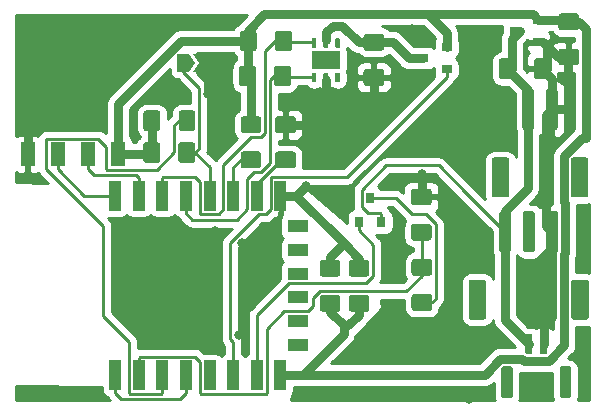
<source format=gbr>
G04 #@! TF.GenerationSoftware,KiCad,Pcbnew,(5.1.5-0-10_14)*
G04 #@! TF.CreationDate,2021-02-22T04:56:10+00:00*
G04 #@! TF.ProjectId,esp12f-si7021,65737031-3266-42d7-9369-373032312e6b,rev?*
G04 #@! TF.SameCoordinates,Original*
G04 #@! TF.FileFunction,Copper,L1,Top*
G04 #@! TF.FilePolarity,Positive*
%FSLAX46Y46*%
G04 Gerber Fmt 4.6, Leading zero omitted, Abs format (unit mm)*
G04 Created by KiCad (PCBNEW (5.1.5-0-10_14)) date 2021-02-22 04:56:10*
%MOMM*%
%LPD*%
G04 APERTURE LIST*
%ADD10R,1.270000X2.000000*%
%ADD11C,0.100000*%
%ADD12R,1.000000X2.500000*%
%ADD13R,1.800000X1.000000*%
%ADD14R,0.900000X0.800000*%
%ADD15R,0.800000X0.900000*%
%ADD16R,2.400000X1.500000*%
%ADD17C,0.800000*%
%ADD18C,0.750000*%
%ADD19C,0.250000*%
%ADD20C,0.254000*%
G04 APERTURE END LIST*
D10*
X22895560Y-26217440D03*
X20355560Y-26217440D03*
X17815560Y-26217440D03*
X15275560Y-26217440D03*
G04 #@! TA.AperFunction,SMDPad,CuDef*
D11*
G36*
X62568064Y-36821724D02*
G01*
X62592333Y-36825324D01*
X62616131Y-36831285D01*
X62639231Y-36839550D01*
X62661409Y-36850040D01*
X62682453Y-36862653D01*
X62702158Y-36877267D01*
X62720337Y-36893743D01*
X62736813Y-36911922D01*
X62751427Y-36931627D01*
X62764040Y-36952671D01*
X62774530Y-36974849D01*
X62782795Y-36997949D01*
X62788756Y-37021747D01*
X62792356Y-37046016D01*
X62793560Y-37070520D01*
X62793560Y-39970520D01*
X62792356Y-39995024D01*
X62788756Y-40019293D01*
X62782795Y-40043091D01*
X62774530Y-40066191D01*
X62764040Y-40088369D01*
X62751427Y-40109413D01*
X62736813Y-40129118D01*
X62720337Y-40147297D01*
X62702158Y-40163773D01*
X62682453Y-40178387D01*
X62661409Y-40191000D01*
X62639231Y-40201490D01*
X62616131Y-40209755D01*
X62592333Y-40215716D01*
X62568064Y-40219316D01*
X62543560Y-40220520D01*
X61543560Y-40220520D01*
X61519056Y-40219316D01*
X61494787Y-40215716D01*
X61470989Y-40209755D01*
X61447889Y-40201490D01*
X61425711Y-40191000D01*
X61404667Y-40178387D01*
X61384962Y-40163773D01*
X61366783Y-40147297D01*
X61350307Y-40129118D01*
X61335693Y-40109413D01*
X61323080Y-40088369D01*
X61312590Y-40066191D01*
X61304325Y-40043091D01*
X61298364Y-40019293D01*
X61294764Y-39995024D01*
X61293560Y-39970520D01*
X61293560Y-37070520D01*
X61294764Y-37046016D01*
X61298364Y-37021747D01*
X61304325Y-36997949D01*
X61312590Y-36974849D01*
X61323080Y-36952671D01*
X61335693Y-36931627D01*
X61350307Y-36911922D01*
X61366783Y-36893743D01*
X61384962Y-36877267D01*
X61404667Y-36862653D01*
X61425711Y-36850040D01*
X61447889Y-36839550D01*
X61470989Y-36831285D01*
X61494787Y-36825324D01*
X61519056Y-36821724D01*
X61543560Y-36820520D01*
X62543560Y-36820520D01*
X62568064Y-36821724D01*
G37*
G04 #@! TD.AperFunction*
G04 #@! TA.AperFunction,SMDPad,CuDef*
G36*
X53868064Y-36821724D02*
G01*
X53892333Y-36825324D01*
X53916131Y-36831285D01*
X53939231Y-36839550D01*
X53961409Y-36850040D01*
X53982453Y-36862653D01*
X54002158Y-36877267D01*
X54020337Y-36893743D01*
X54036813Y-36911922D01*
X54051427Y-36931627D01*
X54064040Y-36952671D01*
X54074530Y-36974849D01*
X54082795Y-36997949D01*
X54088756Y-37021747D01*
X54092356Y-37046016D01*
X54093560Y-37070520D01*
X54093560Y-39970520D01*
X54092356Y-39995024D01*
X54088756Y-40019293D01*
X54082795Y-40043091D01*
X54074530Y-40066191D01*
X54064040Y-40088369D01*
X54051427Y-40109413D01*
X54036813Y-40129118D01*
X54020337Y-40147297D01*
X54002158Y-40163773D01*
X53982453Y-40178387D01*
X53961409Y-40191000D01*
X53939231Y-40201490D01*
X53916131Y-40209755D01*
X53892333Y-40215716D01*
X53868064Y-40219316D01*
X53843560Y-40220520D01*
X52843560Y-40220520D01*
X52819056Y-40219316D01*
X52794787Y-40215716D01*
X52770989Y-40209755D01*
X52747889Y-40201490D01*
X52725711Y-40191000D01*
X52704667Y-40178387D01*
X52684962Y-40163773D01*
X52666783Y-40147297D01*
X52650307Y-40129118D01*
X52635693Y-40109413D01*
X52623080Y-40088369D01*
X52612590Y-40066191D01*
X52604325Y-40043091D01*
X52598364Y-40019293D01*
X52594764Y-39995024D01*
X52593560Y-39970520D01*
X52593560Y-37070520D01*
X52594764Y-37046016D01*
X52598364Y-37021747D01*
X52604325Y-36997949D01*
X52612590Y-36974849D01*
X52623080Y-36952671D01*
X52635693Y-36931627D01*
X52650307Y-36911922D01*
X52666783Y-36893743D01*
X52684962Y-36877267D01*
X52704667Y-36862653D01*
X52725711Y-36850040D01*
X52747889Y-36839550D01*
X52770989Y-36831285D01*
X52794787Y-36825324D01*
X52819056Y-36821724D01*
X52843560Y-36820520D01*
X53843560Y-36820520D01*
X53868064Y-36821724D01*
G37*
G04 #@! TD.AperFunction*
G04 #@! TA.AperFunction,SMDPad,CuDef*
G36*
X59968064Y-31021724D02*
G01*
X59992333Y-31025324D01*
X60016131Y-31031285D01*
X60039231Y-31039550D01*
X60061409Y-31050040D01*
X60082453Y-31062653D01*
X60102158Y-31077267D01*
X60120337Y-31093743D01*
X60136813Y-31111922D01*
X60151427Y-31131627D01*
X60164040Y-31152671D01*
X60174530Y-31174849D01*
X60182795Y-31197949D01*
X60188756Y-31221747D01*
X60192356Y-31246016D01*
X60193560Y-31270520D01*
X60193560Y-34270520D01*
X60192356Y-34295024D01*
X60188756Y-34319293D01*
X60182795Y-34343091D01*
X60174530Y-34366191D01*
X60164040Y-34388369D01*
X60151427Y-34409413D01*
X60136813Y-34429118D01*
X60120337Y-34447297D01*
X60102158Y-34463773D01*
X60082453Y-34478387D01*
X60061409Y-34491000D01*
X60039231Y-34501490D01*
X60016131Y-34509755D01*
X59992333Y-34515716D01*
X59968064Y-34519316D01*
X59943560Y-34520520D01*
X59443560Y-34520520D01*
X59419056Y-34519316D01*
X59394787Y-34515716D01*
X59370989Y-34509755D01*
X59347889Y-34501490D01*
X59325711Y-34491000D01*
X59304667Y-34478387D01*
X59284962Y-34463773D01*
X59266783Y-34447297D01*
X59250307Y-34429118D01*
X59235693Y-34409413D01*
X59223080Y-34388369D01*
X59212590Y-34366191D01*
X59204325Y-34343091D01*
X59198364Y-34319293D01*
X59194764Y-34295024D01*
X59193560Y-34270520D01*
X59193560Y-31270520D01*
X59194764Y-31246016D01*
X59198364Y-31221747D01*
X59204325Y-31197949D01*
X59212590Y-31174849D01*
X59223080Y-31152671D01*
X59235693Y-31131627D01*
X59250307Y-31111922D01*
X59266783Y-31093743D01*
X59284962Y-31077267D01*
X59304667Y-31062653D01*
X59325711Y-31050040D01*
X59347889Y-31039550D01*
X59370989Y-31031285D01*
X59394787Y-31025324D01*
X59419056Y-31021724D01*
X59443560Y-31020520D01*
X59943560Y-31020520D01*
X59968064Y-31021724D01*
G37*
G04 #@! TD.AperFunction*
G04 #@! TA.AperFunction,SMDPad,CuDef*
G36*
X57968064Y-31021724D02*
G01*
X57992333Y-31025324D01*
X58016131Y-31031285D01*
X58039231Y-31039550D01*
X58061409Y-31050040D01*
X58082453Y-31062653D01*
X58102158Y-31077267D01*
X58120337Y-31093743D01*
X58136813Y-31111922D01*
X58151427Y-31131627D01*
X58164040Y-31152671D01*
X58174530Y-31174849D01*
X58182795Y-31197949D01*
X58188756Y-31221747D01*
X58192356Y-31246016D01*
X58193560Y-31270520D01*
X58193560Y-34270520D01*
X58192356Y-34295024D01*
X58188756Y-34319293D01*
X58182795Y-34343091D01*
X58174530Y-34366191D01*
X58164040Y-34388369D01*
X58151427Y-34409413D01*
X58136813Y-34429118D01*
X58120337Y-34447297D01*
X58102158Y-34463773D01*
X58082453Y-34478387D01*
X58061409Y-34491000D01*
X58039231Y-34501490D01*
X58016131Y-34509755D01*
X57992333Y-34515716D01*
X57968064Y-34519316D01*
X57943560Y-34520520D01*
X57443560Y-34520520D01*
X57419056Y-34519316D01*
X57394787Y-34515716D01*
X57370989Y-34509755D01*
X57347889Y-34501490D01*
X57325711Y-34491000D01*
X57304667Y-34478387D01*
X57284962Y-34463773D01*
X57266783Y-34447297D01*
X57250307Y-34429118D01*
X57235693Y-34409413D01*
X57223080Y-34388369D01*
X57212590Y-34366191D01*
X57204325Y-34343091D01*
X57198364Y-34319293D01*
X57194764Y-34295024D01*
X57193560Y-34270520D01*
X57193560Y-31270520D01*
X57194764Y-31246016D01*
X57198364Y-31221747D01*
X57204325Y-31197949D01*
X57212590Y-31174849D01*
X57223080Y-31152671D01*
X57235693Y-31131627D01*
X57250307Y-31111922D01*
X57266783Y-31093743D01*
X57284962Y-31077267D01*
X57304667Y-31062653D01*
X57325711Y-31050040D01*
X57347889Y-31039550D01*
X57370989Y-31031285D01*
X57394787Y-31025324D01*
X57419056Y-31021724D01*
X57443560Y-31020520D01*
X57943560Y-31020520D01*
X57968064Y-31021724D01*
G37*
G04 #@! TD.AperFunction*
G04 #@! TA.AperFunction,SMDPad,CuDef*
G36*
X55968064Y-31021724D02*
G01*
X55992333Y-31025324D01*
X56016131Y-31031285D01*
X56039231Y-31039550D01*
X56061409Y-31050040D01*
X56082453Y-31062653D01*
X56102158Y-31077267D01*
X56120337Y-31093743D01*
X56136813Y-31111922D01*
X56151427Y-31131627D01*
X56164040Y-31152671D01*
X56174530Y-31174849D01*
X56182795Y-31197949D01*
X56188756Y-31221747D01*
X56192356Y-31246016D01*
X56193560Y-31270520D01*
X56193560Y-34270520D01*
X56192356Y-34295024D01*
X56188756Y-34319293D01*
X56182795Y-34343091D01*
X56174530Y-34366191D01*
X56164040Y-34388369D01*
X56151427Y-34409413D01*
X56136813Y-34429118D01*
X56120337Y-34447297D01*
X56102158Y-34463773D01*
X56082453Y-34478387D01*
X56061409Y-34491000D01*
X56039231Y-34501490D01*
X56016131Y-34509755D01*
X55992333Y-34515716D01*
X55968064Y-34519316D01*
X55943560Y-34520520D01*
X55443560Y-34520520D01*
X55419056Y-34519316D01*
X55394787Y-34515716D01*
X55370989Y-34509755D01*
X55347889Y-34501490D01*
X55325711Y-34491000D01*
X55304667Y-34478387D01*
X55284962Y-34463773D01*
X55266783Y-34447297D01*
X55250307Y-34429118D01*
X55235693Y-34409413D01*
X55223080Y-34388369D01*
X55212590Y-34366191D01*
X55204325Y-34343091D01*
X55198364Y-34319293D01*
X55194764Y-34295024D01*
X55193560Y-34270520D01*
X55193560Y-31270520D01*
X55194764Y-31246016D01*
X55198364Y-31221747D01*
X55204325Y-31197949D01*
X55212590Y-31174849D01*
X55223080Y-31152671D01*
X55235693Y-31131627D01*
X55250307Y-31111922D01*
X55266783Y-31093743D01*
X55284962Y-31077267D01*
X55304667Y-31062653D01*
X55325711Y-31050040D01*
X55347889Y-31039550D01*
X55370989Y-31031285D01*
X55394787Y-31025324D01*
X55419056Y-31021724D01*
X55443560Y-31020520D01*
X55943560Y-31020520D01*
X55968064Y-31021724D01*
G37*
G04 #@! TD.AperFunction*
G04 #@! TA.AperFunction,SMDPad,CuDef*
G36*
X59311524Y-18099564D02*
G01*
X59335793Y-18103164D01*
X59359591Y-18109125D01*
X59382691Y-18117390D01*
X59404869Y-18127880D01*
X59425913Y-18140493D01*
X59445618Y-18155107D01*
X59463797Y-18171583D01*
X59480273Y-18189762D01*
X59494887Y-18209467D01*
X59507500Y-18230511D01*
X59517990Y-18252689D01*
X59526255Y-18275789D01*
X59532216Y-18299587D01*
X59535816Y-18323856D01*
X59537020Y-18348360D01*
X59537020Y-19598360D01*
X59535816Y-19622864D01*
X59532216Y-19647133D01*
X59526255Y-19670931D01*
X59517990Y-19694031D01*
X59507500Y-19716209D01*
X59494887Y-19737253D01*
X59480273Y-19756958D01*
X59463797Y-19775137D01*
X59445618Y-19791613D01*
X59425913Y-19806227D01*
X59404869Y-19818840D01*
X59382691Y-19829330D01*
X59359591Y-19837595D01*
X59335793Y-19843556D01*
X59311524Y-19847156D01*
X59287020Y-19848360D01*
X58362020Y-19848360D01*
X58337516Y-19847156D01*
X58313247Y-19843556D01*
X58289449Y-19837595D01*
X58266349Y-19829330D01*
X58244171Y-19818840D01*
X58223127Y-19806227D01*
X58203422Y-19791613D01*
X58185243Y-19775137D01*
X58168767Y-19756958D01*
X58154153Y-19737253D01*
X58141540Y-19716209D01*
X58131050Y-19694031D01*
X58122785Y-19670931D01*
X58116824Y-19647133D01*
X58113224Y-19622864D01*
X58112020Y-19598360D01*
X58112020Y-18348360D01*
X58113224Y-18323856D01*
X58116824Y-18299587D01*
X58122785Y-18275789D01*
X58131050Y-18252689D01*
X58141540Y-18230511D01*
X58154153Y-18209467D01*
X58168767Y-18189762D01*
X58185243Y-18171583D01*
X58203422Y-18155107D01*
X58223127Y-18140493D01*
X58244171Y-18127880D01*
X58266349Y-18117390D01*
X58289449Y-18109125D01*
X58313247Y-18103164D01*
X58337516Y-18099564D01*
X58362020Y-18098360D01*
X59287020Y-18098360D01*
X59311524Y-18099564D01*
G37*
G04 #@! TD.AperFunction*
G04 #@! TA.AperFunction,SMDPad,CuDef*
G36*
X56336524Y-18099564D02*
G01*
X56360793Y-18103164D01*
X56384591Y-18109125D01*
X56407691Y-18117390D01*
X56429869Y-18127880D01*
X56450913Y-18140493D01*
X56470618Y-18155107D01*
X56488797Y-18171583D01*
X56505273Y-18189762D01*
X56519887Y-18209467D01*
X56532500Y-18230511D01*
X56542990Y-18252689D01*
X56551255Y-18275789D01*
X56557216Y-18299587D01*
X56560816Y-18323856D01*
X56562020Y-18348360D01*
X56562020Y-19598360D01*
X56560816Y-19622864D01*
X56557216Y-19647133D01*
X56551255Y-19670931D01*
X56542990Y-19694031D01*
X56532500Y-19716209D01*
X56519887Y-19737253D01*
X56505273Y-19756958D01*
X56488797Y-19775137D01*
X56470618Y-19791613D01*
X56450913Y-19806227D01*
X56429869Y-19818840D01*
X56407691Y-19829330D01*
X56384591Y-19837595D01*
X56360793Y-19843556D01*
X56336524Y-19847156D01*
X56312020Y-19848360D01*
X55387020Y-19848360D01*
X55362516Y-19847156D01*
X55338247Y-19843556D01*
X55314449Y-19837595D01*
X55291349Y-19829330D01*
X55269171Y-19818840D01*
X55248127Y-19806227D01*
X55228422Y-19791613D01*
X55210243Y-19775137D01*
X55193767Y-19756958D01*
X55179153Y-19737253D01*
X55166540Y-19716209D01*
X55156050Y-19694031D01*
X55147785Y-19670931D01*
X55141824Y-19647133D01*
X55138224Y-19622864D01*
X55137020Y-19598360D01*
X55137020Y-18348360D01*
X55138224Y-18323856D01*
X55141824Y-18299587D01*
X55147785Y-18275789D01*
X55156050Y-18252689D01*
X55166540Y-18230511D01*
X55179153Y-18209467D01*
X55193767Y-18189762D01*
X55210243Y-18171583D01*
X55228422Y-18155107D01*
X55248127Y-18140493D01*
X55269171Y-18127880D01*
X55291349Y-18117390D01*
X55314449Y-18109125D01*
X55338247Y-18103164D01*
X55362516Y-18099564D01*
X55387020Y-18098360D01*
X56312020Y-18098360D01*
X56336524Y-18099564D01*
G37*
G04 #@! TD.AperFunction*
G04 #@! TA.AperFunction,SMDPad,CuDef*
G36*
X29449440Y-18490760D02*
G01*
X28949440Y-19240760D01*
X27949440Y-19240760D01*
X27949440Y-17740760D01*
X28949440Y-17740760D01*
X29449440Y-18490760D01*
G37*
G04 #@! TD.AperFunction*
G04 #@! TA.AperFunction,SMDPad,CuDef*
G36*
X30399440Y-19240760D02*
G01*
X29249440Y-19240760D01*
X29749440Y-18490760D01*
X29249440Y-17740760D01*
X30399440Y-17740760D01*
X30399440Y-19240760D01*
G37*
G04 #@! TD.AperFunction*
G04 #@! TA.AperFunction,SMDPad,CuDef*
G36*
X61079104Y-44142164D02*
G01*
X61103373Y-44145764D01*
X61127171Y-44151725D01*
X61150271Y-44159990D01*
X61172449Y-44170480D01*
X61193493Y-44183093D01*
X61213198Y-44197707D01*
X61231377Y-44214183D01*
X61247853Y-44232362D01*
X61262467Y-44252067D01*
X61275080Y-44273111D01*
X61285570Y-44295289D01*
X61293835Y-44318389D01*
X61299796Y-44342187D01*
X61303396Y-44366456D01*
X61304600Y-44390960D01*
X61304600Y-46590960D01*
X61303396Y-46615464D01*
X61299796Y-46639733D01*
X61293835Y-46663531D01*
X61285570Y-46686631D01*
X61275080Y-46708809D01*
X61262467Y-46729853D01*
X61247853Y-46749558D01*
X61231377Y-46767737D01*
X61213198Y-46784213D01*
X61193493Y-46798827D01*
X61172449Y-46811440D01*
X61150271Y-46821930D01*
X61127171Y-46830195D01*
X61103373Y-46836156D01*
X61079104Y-46839756D01*
X61054600Y-46840960D01*
X60554600Y-46840960D01*
X60530096Y-46839756D01*
X60505827Y-46836156D01*
X60482029Y-46830195D01*
X60458929Y-46821930D01*
X60436751Y-46811440D01*
X60415707Y-46798827D01*
X60396002Y-46784213D01*
X60377823Y-46767737D01*
X60361347Y-46749558D01*
X60346733Y-46729853D01*
X60334120Y-46708809D01*
X60323630Y-46686631D01*
X60315365Y-46663531D01*
X60309404Y-46639733D01*
X60305804Y-46615464D01*
X60304600Y-46590960D01*
X60304600Y-44390960D01*
X60305804Y-44366456D01*
X60309404Y-44342187D01*
X60315365Y-44318389D01*
X60323630Y-44295289D01*
X60334120Y-44273111D01*
X60346733Y-44252067D01*
X60361347Y-44232362D01*
X60377823Y-44214183D01*
X60396002Y-44197707D01*
X60415707Y-44183093D01*
X60436751Y-44170480D01*
X60458929Y-44159990D01*
X60482029Y-44151725D01*
X60505827Y-44145764D01*
X60530096Y-44142164D01*
X60554600Y-44140960D01*
X61054600Y-44140960D01*
X61079104Y-44142164D01*
G37*
G04 #@! TD.AperFunction*
G04 #@! TA.AperFunction,SMDPad,CuDef*
G36*
X56129104Y-44142164D02*
G01*
X56153373Y-44145764D01*
X56177171Y-44151725D01*
X56200271Y-44159990D01*
X56222449Y-44170480D01*
X56243493Y-44183093D01*
X56263198Y-44197707D01*
X56281377Y-44214183D01*
X56297853Y-44232362D01*
X56312467Y-44252067D01*
X56325080Y-44273111D01*
X56335570Y-44295289D01*
X56343835Y-44318389D01*
X56349796Y-44342187D01*
X56353396Y-44366456D01*
X56354600Y-44390960D01*
X56354600Y-46590960D01*
X56353396Y-46615464D01*
X56349796Y-46639733D01*
X56343835Y-46663531D01*
X56335570Y-46686631D01*
X56325080Y-46708809D01*
X56312467Y-46729853D01*
X56297853Y-46749558D01*
X56281377Y-46767737D01*
X56263198Y-46784213D01*
X56243493Y-46798827D01*
X56222449Y-46811440D01*
X56200271Y-46821930D01*
X56177171Y-46830195D01*
X56153373Y-46836156D01*
X56129104Y-46839756D01*
X56104600Y-46840960D01*
X55604600Y-46840960D01*
X55580096Y-46839756D01*
X55555827Y-46836156D01*
X55532029Y-46830195D01*
X55508929Y-46821930D01*
X55486751Y-46811440D01*
X55465707Y-46798827D01*
X55446002Y-46784213D01*
X55427823Y-46767737D01*
X55411347Y-46749558D01*
X55396733Y-46729853D01*
X55384120Y-46708809D01*
X55373630Y-46686631D01*
X55365365Y-46663531D01*
X55359404Y-46639733D01*
X55355804Y-46615464D01*
X55354600Y-46590960D01*
X55354600Y-44390960D01*
X55355804Y-44366456D01*
X55359404Y-44342187D01*
X55365365Y-44318389D01*
X55373630Y-44295289D01*
X55384120Y-44273111D01*
X55396733Y-44252067D01*
X55411347Y-44232362D01*
X55427823Y-44214183D01*
X55446002Y-44197707D01*
X55465707Y-44183093D01*
X55486751Y-44170480D01*
X55508929Y-44159990D01*
X55532029Y-44151725D01*
X55555827Y-44145764D01*
X55580096Y-44142164D01*
X55604600Y-44140960D01*
X56104600Y-44140960D01*
X56129104Y-44142164D01*
G37*
G04 #@! TD.AperFunction*
G04 #@! TA.AperFunction,SMDPad,CuDef*
G36*
X59119303Y-41441682D02*
G01*
X59133864Y-41443842D01*
X59148143Y-41447419D01*
X59162003Y-41452378D01*
X59175310Y-41458672D01*
X59187936Y-41466240D01*
X59199759Y-41475008D01*
X59210666Y-41484894D01*
X59220552Y-41495801D01*
X59229320Y-41507624D01*
X59236888Y-41520250D01*
X59243182Y-41533557D01*
X59248141Y-41547417D01*
X59251718Y-41561696D01*
X59253878Y-41576257D01*
X59254600Y-41590960D01*
X59254600Y-42990960D01*
X59253878Y-43005663D01*
X59251718Y-43020224D01*
X59248141Y-43034503D01*
X59243182Y-43048363D01*
X59236888Y-43061670D01*
X59229320Y-43074296D01*
X59220552Y-43086119D01*
X59210666Y-43097026D01*
X59199759Y-43106912D01*
X59187936Y-43115680D01*
X59175310Y-43123248D01*
X59162003Y-43129542D01*
X59148143Y-43134501D01*
X59133864Y-43138078D01*
X59119303Y-43140238D01*
X59104600Y-43140960D01*
X58804600Y-43140960D01*
X58789897Y-43140238D01*
X58775336Y-43138078D01*
X58761057Y-43134501D01*
X58747197Y-43129542D01*
X58733890Y-43123248D01*
X58721264Y-43115680D01*
X58709441Y-43106912D01*
X58698534Y-43097026D01*
X58688648Y-43086119D01*
X58679880Y-43074296D01*
X58672312Y-43061670D01*
X58666018Y-43048363D01*
X58661059Y-43034503D01*
X58657482Y-43020224D01*
X58655322Y-43005663D01*
X58654600Y-42990960D01*
X58654600Y-41590960D01*
X58655322Y-41576257D01*
X58657482Y-41561696D01*
X58661059Y-41547417D01*
X58666018Y-41533557D01*
X58672312Y-41520250D01*
X58679880Y-41507624D01*
X58688648Y-41495801D01*
X58698534Y-41484894D01*
X58709441Y-41475008D01*
X58721264Y-41466240D01*
X58733890Y-41458672D01*
X58747197Y-41452378D01*
X58761057Y-41447419D01*
X58775336Y-41443842D01*
X58789897Y-41441682D01*
X58804600Y-41440960D01*
X59104600Y-41440960D01*
X59119303Y-41441682D01*
G37*
G04 #@! TD.AperFunction*
G04 #@! TA.AperFunction,SMDPad,CuDef*
G36*
X57869303Y-41441682D02*
G01*
X57883864Y-41443842D01*
X57898143Y-41447419D01*
X57912003Y-41452378D01*
X57925310Y-41458672D01*
X57937936Y-41466240D01*
X57949759Y-41475008D01*
X57960666Y-41484894D01*
X57970552Y-41495801D01*
X57979320Y-41507624D01*
X57986888Y-41520250D01*
X57993182Y-41533557D01*
X57998141Y-41547417D01*
X58001718Y-41561696D01*
X58003878Y-41576257D01*
X58004600Y-41590960D01*
X58004600Y-42990960D01*
X58003878Y-43005663D01*
X58001718Y-43020224D01*
X57998141Y-43034503D01*
X57993182Y-43048363D01*
X57986888Y-43061670D01*
X57979320Y-43074296D01*
X57970552Y-43086119D01*
X57960666Y-43097026D01*
X57949759Y-43106912D01*
X57937936Y-43115680D01*
X57925310Y-43123248D01*
X57912003Y-43129542D01*
X57898143Y-43134501D01*
X57883864Y-43138078D01*
X57869303Y-43140238D01*
X57854600Y-43140960D01*
X57554600Y-43140960D01*
X57539897Y-43140238D01*
X57525336Y-43138078D01*
X57511057Y-43134501D01*
X57497197Y-43129542D01*
X57483890Y-43123248D01*
X57471264Y-43115680D01*
X57459441Y-43106912D01*
X57448534Y-43097026D01*
X57438648Y-43086119D01*
X57429880Y-43074296D01*
X57422312Y-43061670D01*
X57416018Y-43048363D01*
X57411059Y-43034503D01*
X57407482Y-43020224D01*
X57405322Y-43005663D01*
X57404600Y-42990960D01*
X57404600Y-41590960D01*
X57405322Y-41576257D01*
X57407482Y-41561696D01*
X57411059Y-41547417D01*
X57416018Y-41533557D01*
X57422312Y-41520250D01*
X57429880Y-41507624D01*
X57438648Y-41495801D01*
X57448534Y-41484894D01*
X57459441Y-41475008D01*
X57471264Y-41466240D01*
X57483890Y-41458672D01*
X57497197Y-41452378D01*
X57511057Y-41447419D01*
X57525336Y-41443842D01*
X57539897Y-41441682D01*
X57554600Y-41440960D01*
X57854600Y-41440960D01*
X57869303Y-41441682D01*
G37*
G04 #@! TD.AperFunction*
G04 #@! TA.AperFunction,SMDPad,CuDef*
G36*
X62520304Y-26469364D02*
G01*
X62544573Y-26472964D01*
X62568371Y-26478925D01*
X62591471Y-26487190D01*
X62613649Y-26497680D01*
X62634693Y-26510293D01*
X62654398Y-26524907D01*
X62672577Y-26541383D01*
X62689053Y-26559562D01*
X62703667Y-26579267D01*
X62716280Y-26600311D01*
X62726770Y-26622489D01*
X62735035Y-26645589D01*
X62740996Y-26669387D01*
X62744596Y-26693656D01*
X62745800Y-26718160D01*
X62745800Y-29618160D01*
X62744596Y-29642664D01*
X62740996Y-29666933D01*
X62735035Y-29690731D01*
X62726770Y-29713831D01*
X62716280Y-29736009D01*
X62703667Y-29757053D01*
X62689053Y-29776758D01*
X62672577Y-29794937D01*
X62654398Y-29811413D01*
X62634693Y-29826027D01*
X62613649Y-29838640D01*
X62591471Y-29849130D01*
X62568371Y-29857395D01*
X62544573Y-29863356D01*
X62520304Y-29866956D01*
X62495800Y-29868160D01*
X61495800Y-29868160D01*
X61471296Y-29866956D01*
X61447027Y-29863356D01*
X61423229Y-29857395D01*
X61400129Y-29849130D01*
X61377951Y-29838640D01*
X61356907Y-29826027D01*
X61337202Y-29811413D01*
X61319023Y-29794937D01*
X61302547Y-29776758D01*
X61287933Y-29757053D01*
X61275320Y-29736009D01*
X61264830Y-29713831D01*
X61256565Y-29690731D01*
X61250604Y-29666933D01*
X61247004Y-29642664D01*
X61245800Y-29618160D01*
X61245800Y-26718160D01*
X61247004Y-26693656D01*
X61250604Y-26669387D01*
X61256565Y-26645589D01*
X61264830Y-26622489D01*
X61275320Y-26600311D01*
X61287933Y-26579267D01*
X61302547Y-26559562D01*
X61319023Y-26541383D01*
X61337202Y-26524907D01*
X61356907Y-26510293D01*
X61377951Y-26497680D01*
X61400129Y-26487190D01*
X61423229Y-26478925D01*
X61447027Y-26472964D01*
X61471296Y-26469364D01*
X61495800Y-26468160D01*
X62495800Y-26468160D01*
X62520304Y-26469364D01*
G37*
G04 #@! TD.AperFunction*
G04 #@! TA.AperFunction,SMDPad,CuDef*
G36*
X55820304Y-26469364D02*
G01*
X55844573Y-26472964D01*
X55868371Y-26478925D01*
X55891471Y-26487190D01*
X55913649Y-26497680D01*
X55934693Y-26510293D01*
X55954398Y-26524907D01*
X55972577Y-26541383D01*
X55989053Y-26559562D01*
X56003667Y-26579267D01*
X56016280Y-26600311D01*
X56026770Y-26622489D01*
X56035035Y-26645589D01*
X56040996Y-26669387D01*
X56044596Y-26693656D01*
X56045800Y-26718160D01*
X56045800Y-29618160D01*
X56044596Y-29642664D01*
X56040996Y-29666933D01*
X56035035Y-29690731D01*
X56026770Y-29713831D01*
X56016280Y-29736009D01*
X56003667Y-29757053D01*
X55989053Y-29776758D01*
X55972577Y-29794937D01*
X55954398Y-29811413D01*
X55934693Y-29826027D01*
X55913649Y-29838640D01*
X55891471Y-29849130D01*
X55868371Y-29857395D01*
X55844573Y-29863356D01*
X55820304Y-29866956D01*
X55795800Y-29868160D01*
X54795800Y-29868160D01*
X54771296Y-29866956D01*
X54747027Y-29863356D01*
X54723229Y-29857395D01*
X54700129Y-29849130D01*
X54677951Y-29838640D01*
X54656907Y-29826027D01*
X54637202Y-29811413D01*
X54619023Y-29794937D01*
X54602547Y-29776758D01*
X54587933Y-29757053D01*
X54575320Y-29736009D01*
X54564830Y-29713831D01*
X54556565Y-29690731D01*
X54550604Y-29666933D01*
X54547004Y-29642664D01*
X54545800Y-29618160D01*
X54545800Y-26718160D01*
X54547004Y-26693656D01*
X54550604Y-26669387D01*
X54556565Y-26645589D01*
X54564830Y-26622489D01*
X54575320Y-26600311D01*
X54587933Y-26579267D01*
X54602547Y-26559562D01*
X54619023Y-26541383D01*
X54637202Y-26524907D01*
X54656907Y-26510293D01*
X54677951Y-26497680D01*
X54700129Y-26487190D01*
X54723229Y-26478925D01*
X54747027Y-26472964D01*
X54771296Y-26469364D01*
X54795800Y-26468160D01*
X55795800Y-26468160D01*
X55820304Y-26469364D01*
G37*
G04 #@! TD.AperFunction*
G04 #@! TA.AperFunction,SMDPad,CuDef*
G36*
X59920304Y-20669364D02*
G01*
X59944573Y-20672964D01*
X59968371Y-20678925D01*
X59991471Y-20687190D01*
X60013649Y-20697680D01*
X60034693Y-20710293D01*
X60054398Y-20724907D01*
X60072577Y-20741383D01*
X60089053Y-20759562D01*
X60103667Y-20779267D01*
X60116280Y-20800311D01*
X60126770Y-20822489D01*
X60135035Y-20845589D01*
X60140996Y-20869387D01*
X60144596Y-20893656D01*
X60145800Y-20918160D01*
X60145800Y-23918160D01*
X60144596Y-23942664D01*
X60140996Y-23966933D01*
X60135035Y-23990731D01*
X60126770Y-24013831D01*
X60116280Y-24036009D01*
X60103667Y-24057053D01*
X60089053Y-24076758D01*
X60072577Y-24094937D01*
X60054398Y-24111413D01*
X60034693Y-24126027D01*
X60013649Y-24138640D01*
X59991471Y-24149130D01*
X59968371Y-24157395D01*
X59944573Y-24163356D01*
X59920304Y-24166956D01*
X59895800Y-24168160D01*
X59395800Y-24168160D01*
X59371296Y-24166956D01*
X59347027Y-24163356D01*
X59323229Y-24157395D01*
X59300129Y-24149130D01*
X59277951Y-24138640D01*
X59256907Y-24126027D01*
X59237202Y-24111413D01*
X59219023Y-24094937D01*
X59202547Y-24076758D01*
X59187933Y-24057053D01*
X59175320Y-24036009D01*
X59164830Y-24013831D01*
X59156565Y-23990731D01*
X59150604Y-23966933D01*
X59147004Y-23942664D01*
X59145800Y-23918160D01*
X59145800Y-20918160D01*
X59147004Y-20893656D01*
X59150604Y-20869387D01*
X59156565Y-20845589D01*
X59164830Y-20822489D01*
X59175320Y-20800311D01*
X59187933Y-20779267D01*
X59202547Y-20759562D01*
X59219023Y-20741383D01*
X59237202Y-20724907D01*
X59256907Y-20710293D01*
X59277951Y-20697680D01*
X59300129Y-20687190D01*
X59323229Y-20678925D01*
X59347027Y-20672964D01*
X59371296Y-20669364D01*
X59395800Y-20668160D01*
X59895800Y-20668160D01*
X59920304Y-20669364D01*
G37*
G04 #@! TD.AperFunction*
G04 #@! TA.AperFunction,SMDPad,CuDef*
G36*
X57920304Y-20669364D02*
G01*
X57944573Y-20672964D01*
X57968371Y-20678925D01*
X57991471Y-20687190D01*
X58013649Y-20697680D01*
X58034693Y-20710293D01*
X58054398Y-20724907D01*
X58072577Y-20741383D01*
X58089053Y-20759562D01*
X58103667Y-20779267D01*
X58116280Y-20800311D01*
X58126770Y-20822489D01*
X58135035Y-20845589D01*
X58140996Y-20869387D01*
X58144596Y-20893656D01*
X58145800Y-20918160D01*
X58145800Y-23918160D01*
X58144596Y-23942664D01*
X58140996Y-23966933D01*
X58135035Y-23990731D01*
X58126770Y-24013831D01*
X58116280Y-24036009D01*
X58103667Y-24057053D01*
X58089053Y-24076758D01*
X58072577Y-24094937D01*
X58054398Y-24111413D01*
X58034693Y-24126027D01*
X58013649Y-24138640D01*
X57991471Y-24149130D01*
X57968371Y-24157395D01*
X57944573Y-24163356D01*
X57920304Y-24166956D01*
X57895800Y-24168160D01*
X57395800Y-24168160D01*
X57371296Y-24166956D01*
X57347027Y-24163356D01*
X57323229Y-24157395D01*
X57300129Y-24149130D01*
X57277951Y-24138640D01*
X57256907Y-24126027D01*
X57237202Y-24111413D01*
X57219023Y-24094937D01*
X57202547Y-24076758D01*
X57187933Y-24057053D01*
X57175320Y-24036009D01*
X57164830Y-24013831D01*
X57156565Y-23990731D01*
X57150604Y-23966933D01*
X57147004Y-23942664D01*
X57145800Y-23918160D01*
X57145800Y-20918160D01*
X57147004Y-20893656D01*
X57150604Y-20869387D01*
X57156565Y-20845589D01*
X57164830Y-20822489D01*
X57175320Y-20800311D01*
X57187933Y-20779267D01*
X57202547Y-20759562D01*
X57219023Y-20741383D01*
X57237202Y-20724907D01*
X57256907Y-20710293D01*
X57277951Y-20697680D01*
X57300129Y-20687190D01*
X57323229Y-20678925D01*
X57347027Y-20672964D01*
X57371296Y-20669364D01*
X57395800Y-20668160D01*
X57895800Y-20668160D01*
X57920304Y-20669364D01*
G37*
G04 #@! TD.AperFunction*
D12*
X22670000Y-29722000D03*
X24670000Y-29722000D03*
X26670000Y-29722000D03*
X28670000Y-29722000D03*
X30670000Y-29722000D03*
X32670000Y-29722000D03*
X34670000Y-29722000D03*
X36670000Y-29722000D03*
D13*
X38170000Y-32322000D03*
X38170000Y-34322000D03*
X38170000Y-36322000D03*
X38170000Y-38322000D03*
X38170000Y-40322000D03*
X38170000Y-42322000D03*
D12*
X36670000Y-44922000D03*
X34670000Y-44922000D03*
X32670000Y-44922000D03*
X30670000Y-44922000D03*
X28670000Y-44922000D03*
X26670000Y-44922000D03*
X24670000Y-44922000D03*
X22670000Y-44922000D03*
G04 #@! TA.AperFunction,SMDPad,CuDef*
D11*
G36*
X37743664Y-23001704D02*
G01*
X37767933Y-23005304D01*
X37791731Y-23011265D01*
X37814831Y-23019530D01*
X37837009Y-23030020D01*
X37858053Y-23042633D01*
X37877758Y-23057247D01*
X37895937Y-23073723D01*
X37912413Y-23091902D01*
X37927027Y-23111607D01*
X37939640Y-23132651D01*
X37950130Y-23154829D01*
X37958395Y-23177929D01*
X37964356Y-23201727D01*
X37967956Y-23225996D01*
X37969160Y-23250500D01*
X37969160Y-24175500D01*
X37967956Y-24200004D01*
X37964356Y-24224273D01*
X37958395Y-24248071D01*
X37950130Y-24271171D01*
X37939640Y-24293349D01*
X37927027Y-24314393D01*
X37912413Y-24334098D01*
X37895937Y-24352277D01*
X37877758Y-24368753D01*
X37858053Y-24383367D01*
X37837009Y-24395980D01*
X37814831Y-24406470D01*
X37791731Y-24414735D01*
X37767933Y-24420696D01*
X37743664Y-24424296D01*
X37719160Y-24425500D01*
X36469160Y-24425500D01*
X36444656Y-24424296D01*
X36420387Y-24420696D01*
X36396589Y-24414735D01*
X36373489Y-24406470D01*
X36351311Y-24395980D01*
X36330267Y-24383367D01*
X36310562Y-24368753D01*
X36292383Y-24352277D01*
X36275907Y-24334098D01*
X36261293Y-24314393D01*
X36248680Y-24293349D01*
X36238190Y-24271171D01*
X36229925Y-24248071D01*
X36223964Y-24224273D01*
X36220364Y-24200004D01*
X36219160Y-24175500D01*
X36219160Y-23250500D01*
X36220364Y-23225996D01*
X36223964Y-23201727D01*
X36229925Y-23177929D01*
X36238190Y-23154829D01*
X36248680Y-23132651D01*
X36261293Y-23111607D01*
X36275907Y-23091902D01*
X36292383Y-23073723D01*
X36310562Y-23057247D01*
X36330267Y-23042633D01*
X36351311Y-23030020D01*
X36373489Y-23019530D01*
X36396589Y-23011265D01*
X36420387Y-23005304D01*
X36444656Y-23001704D01*
X36469160Y-23000500D01*
X37719160Y-23000500D01*
X37743664Y-23001704D01*
G37*
G04 #@! TD.AperFunction*
G04 #@! TA.AperFunction,SMDPad,CuDef*
G36*
X37743664Y-25976704D02*
G01*
X37767933Y-25980304D01*
X37791731Y-25986265D01*
X37814831Y-25994530D01*
X37837009Y-26005020D01*
X37858053Y-26017633D01*
X37877758Y-26032247D01*
X37895937Y-26048723D01*
X37912413Y-26066902D01*
X37927027Y-26086607D01*
X37939640Y-26107651D01*
X37950130Y-26129829D01*
X37958395Y-26152929D01*
X37964356Y-26176727D01*
X37967956Y-26200996D01*
X37969160Y-26225500D01*
X37969160Y-27150500D01*
X37967956Y-27175004D01*
X37964356Y-27199273D01*
X37958395Y-27223071D01*
X37950130Y-27246171D01*
X37939640Y-27268349D01*
X37927027Y-27289393D01*
X37912413Y-27309098D01*
X37895937Y-27327277D01*
X37877758Y-27343753D01*
X37858053Y-27358367D01*
X37837009Y-27370980D01*
X37814831Y-27381470D01*
X37791731Y-27389735D01*
X37767933Y-27395696D01*
X37743664Y-27399296D01*
X37719160Y-27400500D01*
X36469160Y-27400500D01*
X36444656Y-27399296D01*
X36420387Y-27395696D01*
X36396589Y-27389735D01*
X36373489Y-27381470D01*
X36351311Y-27370980D01*
X36330267Y-27358367D01*
X36310562Y-27343753D01*
X36292383Y-27327277D01*
X36275907Y-27309098D01*
X36261293Y-27289393D01*
X36248680Y-27268349D01*
X36238190Y-27246171D01*
X36229925Y-27223071D01*
X36223964Y-27199273D01*
X36220364Y-27175004D01*
X36219160Y-27150500D01*
X36219160Y-26225500D01*
X36220364Y-26200996D01*
X36223964Y-26176727D01*
X36229925Y-26152929D01*
X36238190Y-26129829D01*
X36248680Y-26107651D01*
X36261293Y-26086607D01*
X36275907Y-26066902D01*
X36292383Y-26048723D01*
X36310562Y-26032247D01*
X36330267Y-26017633D01*
X36351311Y-26005020D01*
X36373489Y-25994530D01*
X36396589Y-25986265D01*
X36420387Y-25980304D01*
X36444656Y-25976704D01*
X36469160Y-25975500D01*
X37719160Y-25975500D01*
X37743664Y-25976704D01*
G37*
G04 #@! TD.AperFunction*
D14*
X48749200Y-18074200D03*
X50749200Y-17124200D03*
X50749200Y-19024200D03*
G04 #@! TA.AperFunction,SMDPad,CuDef*
D11*
G36*
X37331304Y-18711704D02*
G01*
X37355573Y-18715304D01*
X37379371Y-18721265D01*
X37402471Y-18729530D01*
X37424649Y-18740020D01*
X37445693Y-18752633D01*
X37465398Y-18767247D01*
X37483577Y-18783723D01*
X37500053Y-18801902D01*
X37514667Y-18821607D01*
X37527280Y-18842651D01*
X37537770Y-18864829D01*
X37546035Y-18887929D01*
X37551996Y-18911727D01*
X37555596Y-18935996D01*
X37556800Y-18960500D01*
X37556800Y-20210500D01*
X37555596Y-20235004D01*
X37551996Y-20259273D01*
X37546035Y-20283071D01*
X37537770Y-20306171D01*
X37527280Y-20328349D01*
X37514667Y-20349393D01*
X37500053Y-20369098D01*
X37483577Y-20387277D01*
X37465398Y-20403753D01*
X37445693Y-20418367D01*
X37424649Y-20430980D01*
X37402471Y-20441470D01*
X37379371Y-20449735D01*
X37355573Y-20455696D01*
X37331304Y-20459296D01*
X37306800Y-20460500D01*
X36381800Y-20460500D01*
X36357296Y-20459296D01*
X36333027Y-20455696D01*
X36309229Y-20449735D01*
X36286129Y-20441470D01*
X36263951Y-20430980D01*
X36242907Y-20418367D01*
X36223202Y-20403753D01*
X36205023Y-20387277D01*
X36188547Y-20369098D01*
X36173933Y-20349393D01*
X36161320Y-20328349D01*
X36150830Y-20306171D01*
X36142565Y-20283071D01*
X36136604Y-20259273D01*
X36133004Y-20235004D01*
X36131800Y-20210500D01*
X36131800Y-18960500D01*
X36133004Y-18935996D01*
X36136604Y-18911727D01*
X36142565Y-18887929D01*
X36150830Y-18864829D01*
X36161320Y-18842651D01*
X36173933Y-18821607D01*
X36188547Y-18801902D01*
X36205023Y-18783723D01*
X36223202Y-18767247D01*
X36242907Y-18752633D01*
X36263951Y-18740020D01*
X36286129Y-18729530D01*
X36309229Y-18721265D01*
X36333027Y-18715304D01*
X36357296Y-18711704D01*
X36381800Y-18710500D01*
X37306800Y-18710500D01*
X37331304Y-18711704D01*
G37*
G04 #@! TD.AperFunction*
G04 #@! TA.AperFunction,SMDPad,CuDef*
G36*
X34356304Y-18711704D02*
G01*
X34380573Y-18715304D01*
X34404371Y-18721265D01*
X34427471Y-18729530D01*
X34449649Y-18740020D01*
X34470693Y-18752633D01*
X34490398Y-18767247D01*
X34508577Y-18783723D01*
X34525053Y-18801902D01*
X34539667Y-18821607D01*
X34552280Y-18842651D01*
X34562770Y-18864829D01*
X34571035Y-18887929D01*
X34576996Y-18911727D01*
X34580596Y-18935996D01*
X34581800Y-18960500D01*
X34581800Y-20210500D01*
X34580596Y-20235004D01*
X34576996Y-20259273D01*
X34571035Y-20283071D01*
X34562770Y-20306171D01*
X34552280Y-20328349D01*
X34539667Y-20349393D01*
X34525053Y-20369098D01*
X34508577Y-20387277D01*
X34490398Y-20403753D01*
X34470693Y-20418367D01*
X34449649Y-20430980D01*
X34427471Y-20441470D01*
X34404371Y-20449735D01*
X34380573Y-20455696D01*
X34356304Y-20459296D01*
X34331800Y-20460500D01*
X33406800Y-20460500D01*
X33382296Y-20459296D01*
X33358027Y-20455696D01*
X33334229Y-20449735D01*
X33311129Y-20441470D01*
X33288951Y-20430980D01*
X33267907Y-20418367D01*
X33248202Y-20403753D01*
X33230023Y-20387277D01*
X33213547Y-20369098D01*
X33198933Y-20349393D01*
X33186320Y-20328349D01*
X33175830Y-20306171D01*
X33167565Y-20283071D01*
X33161604Y-20259273D01*
X33158004Y-20235004D01*
X33156800Y-20210500D01*
X33156800Y-18960500D01*
X33158004Y-18935996D01*
X33161604Y-18911727D01*
X33167565Y-18887929D01*
X33175830Y-18864829D01*
X33186320Y-18842651D01*
X33198933Y-18821607D01*
X33213547Y-18801902D01*
X33230023Y-18783723D01*
X33248202Y-18767247D01*
X33267907Y-18752633D01*
X33288951Y-18740020D01*
X33311129Y-18729530D01*
X33334229Y-18721265D01*
X33358027Y-18715304D01*
X33382296Y-18711704D01*
X33406800Y-18710500D01*
X34331800Y-18710500D01*
X34356304Y-18711704D01*
G37*
G04 #@! TD.AperFunction*
G04 #@! TA.AperFunction,SMDPad,CuDef*
G36*
X37409104Y-15739904D02*
G01*
X37433373Y-15743504D01*
X37457171Y-15749465D01*
X37480271Y-15757730D01*
X37502449Y-15768220D01*
X37523493Y-15780833D01*
X37543198Y-15795447D01*
X37561377Y-15811923D01*
X37577853Y-15830102D01*
X37592467Y-15849807D01*
X37605080Y-15870851D01*
X37615570Y-15893029D01*
X37623835Y-15916129D01*
X37629796Y-15939927D01*
X37633396Y-15964196D01*
X37634600Y-15988700D01*
X37634600Y-17238700D01*
X37633396Y-17263204D01*
X37629796Y-17287473D01*
X37623835Y-17311271D01*
X37615570Y-17334371D01*
X37605080Y-17356549D01*
X37592467Y-17377593D01*
X37577853Y-17397298D01*
X37561377Y-17415477D01*
X37543198Y-17431953D01*
X37523493Y-17446567D01*
X37502449Y-17459180D01*
X37480271Y-17469670D01*
X37457171Y-17477935D01*
X37433373Y-17483896D01*
X37409104Y-17487496D01*
X37384600Y-17488700D01*
X36459600Y-17488700D01*
X36435096Y-17487496D01*
X36410827Y-17483896D01*
X36387029Y-17477935D01*
X36363929Y-17469670D01*
X36341751Y-17459180D01*
X36320707Y-17446567D01*
X36301002Y-17431953D01*
X36282823Y-17415477D01*
X36266347Y-17397298D01*
X36251733Y-17377593D01*
X36239120Y-17356549D01*
X36228630Y-17334371D01*
X36220365Y-17311271D01*
X36214404Y-17287473D01*
X36210804Y-17263204D01*
X36209600Y-17238700D01*
X36209600Y-15988700D01*
X36210804Y-15964196D01*
X36214404Y-15939927D01*
X36220365Y-15916129D01*
X36228630Y-15893029D01*
X36239120Y-15870851D01*
X36251733Y-15849807D01*
X36266347Y-15830102D01*
X36282823Y-15811923D01*
X36301002Y-15795447D01*
X36320707Y-15780833D01*
X36341751Y-15768220D01*
X36363929Y-15757730D01*
X36387029Y-15749465D01*
X36410827Y-15743504D01*
X36435096Y-15739904D01*
X36459600Y-15738700D01*
X37384600Y-15738700D01*
X37409104Y-15739904D01*
G37*
G04 #@! TD.AperFunction*
G04 #@! TA.AperFunction,SMDPad,CuDef*
G36*
X34434104Y-15739904D02*
G01*
X34458373Y-15743504D01*
X34482171Y-15749465D01*
X34505271Y-15757730D01*
X34527449Y-15768220D01*
X34548493Y-15780833D01*
X34568198Y-15795447D01*
X34586377Y-15811923D01*
X34602853Y-15830102D01*
X34617467Y-15849807D01*
X34630080Y-15870851D01*
X34640570Y-15893029D01*
X34648835Y-15916129D01*
X34654796Y-15939927D01*
X34658396Y-15964196D01*
X34659600Y-15988700D01*
X34659600Y-17238700D01*
X34658396Y-17263204D01*
X34654796Y-17287473D01*
X34648835Y-17311271D01*
X34640570Y-17334371D01*
X34630080Y-17356549D01*
X34617467Y-17377593D01*
X34602853Y-17397298D01*
X34586377Y-17415477D01*
X34568198Y-17431953D01*
X34548493Y-17446567D01*
X34527449Y-17459180D01*
X34505271Y-17469670D01*
X34482171Y-17477935D01*
X34458373Y-17483896D01*
X34434104Y-17487496D01*
X34409600Y-17488700D01*
X33484600Y-17488700D01*
X33460096Y-17487496D01*
X33435827Y-17483896D01*
X33412029Y-17477935D01*
X33388929Y-17469670D01*
X33366751Y-17459180D01*
X33345707Y-17446567D01*
X33326002Y-17431953D01*
X33307823Y-17415477D01*
X33291347Y-17397298D01*
X33276733Y-17377593D01*
X33264120Y-17356549D01*
X33253630Y-17334371D01*
X33245365Y-17311271D01*
X33239404Y-17287473D01*
X33235804Y-17263204D01*
X33234600Y-17238700D01*
X33234600Y-15988700D01*
X33235804Y-15964196D01*
X33239404Y-15939927D01*
X33245365Y-15916129D01*
X33253630Y-15893029D01*
X33264120Y-15870851D01*
X33276733Y-15849807D01*
X33291347Y-15830102D01*
X33307823Y-15811923D01*
X33326002Y-15795447D01*
X33345707Y-15780833D01*
X33366751Y-15768220D01*
X33388929Y-15757730D01*
X33412029Y-15749465D01*
X33435827Y-15743504D01*
X33460096Y-15739904D01*
X33484600Y-15738700D01*
X34409600Y-15738700D01*
X34434104Y-15739904D01*
G37*
G04 #@! TD.AperFunction*
G04 #@! TA.AperFunction,SMDPad,CuDef*
G36*
X34822664Y-25976704D02*
G01*
X34846933Y-25980304D01*
X34870731Y-25986265D01*
X34893831Y-25994530D01*
X34916009Y-26005020D01*
X34937053Y-26017633D01*
X34956758Y-26032247D01*
X34974937Y-26048723D01*
X34991413Y-26066902D01*
X35006027Y-26086607D01*
X35018640Y-26107651D01*
X35029130Y-26129829D01*
X35037395Y-26152929D01*
X35043356Y-26176727D01*
X35046956Y-26200996D01*
X35048160Y-26225500D01*
X35048160Y-27150500D01*
X35046956Y-27175004D01*
X35043356Y-27199273D01*
X35037395Y-27223071D01*
X35029130Y-27246171D01*
X35018640Y-27268349D01*
X35006027Y-27289393D01*
X34991413Y-27309098D01*
X34974937Y-27327277D01*
X34956758Y-27343753D01*
X34937053Y-27358367D01*
X34916009Y-27370980D01*
X34893831Y-27381470D01*
X34870731Y-27389735D01*
X34846933Y-27395696D01*
X34822664Y-27399296D01*
X34798160Y-27400500D01*
X33548160Y-27400500D01*
X33523656Y-27399296D01*
X33499387Y-27395696D01*
X33475589Y-27389735D01*
X33452489Y-27381470D01*
X33430311Y-27370980D01*
X33409267Y-27358367D01*
X33389562Y-27343753D01*
X33371383Y-27327277D01*
X33354907Y-27309098D01*
X33340293Y-27289393D01*
X33327680Y-27268349D01*
X33317190Y-27246171D01*
X33308925Y-27223071D01*
X33302964Y-27199273D01*
X33299364Y-27175004D01*
X33298160Y-27150500D01*
X33298160Y-26225500D01*
X33299364Y-26200996D01*
X33302964Y-26176727D01*
X33308925Y-26152929D01*
X33317190Y-26129829D01*
X33327680Y-26107651D01*
X33340293Y-26086607D01*
X33354907Y-26066902D01*
X33371383Y-26048723D01*
X33389562Y-26032247D01*
X33409267Y-26017633D01*
X33430311Y-26005020D01*
X33452489Y-25994530D01*
X33475589Y-25986265D01*
X33499387Y-25980304D01*
X33523656Y-25976704D01*
X33548160Y-25975500D01*
X34798160Y-25975500D01*
X34822664Y-25976704D01*
G37*
G04 #@! TD.AperFunction*
G04 #@! TA.AperFunction,SMDPad,CuDef*
G36*
X34822664Y-23001704D02*
G01*
X34846933Y-23005304D01*
X34870731Y-23011265D01*
X34893831Y-23019530D01*
X34916009Y-23030020D01*
X34937053Y-23042633D01*
X34956758Y-23057247D01*
X34974937Y-23073723D01*
X34991413Y-23091902D01*
X35006027Y-23111607D01*
X35018640Y-23132651D01*
X35029130Y-23154829D01*
X35037395Y-23177929D01*
X35043356Y-23201727D01*
X35046956Y-23225996D01*
X35048160Y-23250500D01*
X35048160Y-24175500D01*
X35046956Y-24200004D01*
X35043356Y-24224273D01*
X35037395Y-24248071D01*
X35029130Y-24271171D01*
X35018640Y-24293349D01*
X35006027Y-24314393D01*
X34991413Y-24334098D01*
X34974937Y-24352277D01*
X34956758Y-24368753D01*
X34937053Y-24383367D01*
X34916009Y-24395980D01*
X34893831Y-24406470D01*
X34870731Y-24414735D01*
X34846933Y-24420696D01*
X34822664Y-24424296D01*
X34798160Y-24425500D01*
X33548160Y-24425500D01*
X33523656Y-24424296D01*
X33499387Y-24420696D01*
X33475589Y-24414735D01*
X33452489Y-24406470D01*
X33430311Y-24395980D01*
X33409267Y-24383367D01*
X33389562Y-24368753D01*
X33371383Y-24352277D01*
X33354907Y-24334098D01*
X33340293Y-24314393D01*
X33327680Y-24293349D01*
X33317190Y-24271171D01*
X33308925Y-24248071D01*
X33302964Y-24224273D01*
X33299364Y-24200004D01*
X33298160Y-24175500D01*
X33298160Y-23250500D01*
X33299364Y-23225996D01*
X33302964Y-23201727D01*
X33308925Y-23177929D01*
X33317190Y-23154829D01*
X33327680Y-23132651D01*
X33340293Y-23111607D01*
X33354907Y-23091902D01*
X33371383Y-23073723D01*
X33389562Y-23057247D01*
X33409267Y-23042633D01*
X33430311Y-23030020D01*
X33452489Y-23019530D01*
X33475589Y-23011265D01*
X33499387Y-23005304D01*
X33523656Y-23001704D01*
X33548160Y-23000500D01*
X34798160Y-23000500D01*
X34822664Y-23001704D01*
G37*
G04 #@! TD.AperFunction*
G04 #@! TA.AperFunction,SMDPad,CuDef*
G36*
X29224564Y-25191244D02*
G01*
X29248833Y-25194844D01*
X29272631Y-25200805D01*
X29295731Y-25209070D01*
X29317909Y-25219560D01*
X29338953Y-25232173D01*
X29358658Y-25246787D01*
X29376837Y-25263263D01*
X29393313Y-25281442D01*
X29407927Y-25301147D01*
X29420540Y-25322191D01*
X29431030Y-25344369D01*
X29439295Y-25367469D01*
X29445256Y-25391267D01*
X29448856Y-25415536D01*
X29450060Y-25440040D01*
X29450060Y-26690040D01*
X29448856Y-26714544D01*
X29445256Y-26738813D01*
X29439295Y-26762611D01*
X29431030Y-26785711D01*
X29420540Y-26807889D01*
X29407927Y-26828933D01*
X29393313Y-26848638D01*
X29376837Y-26866817D01*
X29358658Y-26883293D01*
X29338953Y-26897907D01*
X29317909Y-26910520D01*
X29295731Y-26921010D01*
X29272631Y-26929275D01*
X29248833Y-26935236D01*
X29224564Y-26938836D01*
X29200060Y-26940040D01*
X28275060Y-26940040D01*
X28250556Y-26938836D01*
X28226287Y-26935236D01*
X28202489Y-26929275D01*
X28179389Y-26921010D01*
X28157211Y-26910520D01*
X28136167Y-26897907D01*
X28116462Y-26883293D01*
X28098283Y-26866817D01*
X28081807Y-26848638D01*
X28067193Y-26828933D01*
X28054580Y-26807889D01*
X28044090Y-26785711D01*
X28035825Y-26762611D01*
X28029864Y-26738813D01*
X28026264Y-26714544D01*
X28025060Y-26690040D01*
X28025060Y-25440040D01*
X28026264Y-25415536D01*
X28029864Y-25391267D01*
X28035825Y-25367469D01*
X28044090Y-25344369D01*
X28054580Y-25322191D01*
X28067193Y-25301147D01*
X28081807Y-25281442D01*
X28098283Y-25263263D01*
X28116462Y-25246787D01*
X28136167Y-25232173D01*
X28157211Y-25219560D01*
X28179389Y-25209070D01*
X28202489Y-25200805D01*
X28226287Y-25194844D01*
X28250556Y-25191244D01*
X28275060Y-25190040D01*
X29200060Y-25190040D01*
X29224564Y-25191244D01*
G37*
G04 #@! TD.AperFunction*
G04 #@! TA.AperFunction,SMDPad,CuDef*
G36*
X26249564Y-25191244D02*
G01*
X26273833Y-25194844D01*
X26297631Y-25200805D01*
X26320731Y-25209070D01*
X26342909Y-25219560D01*
X26363953Y-25232173D01*
X26383658Y-25246787D01*
X26401837Y-25263263D01*
X26418313Y-25281442D01*
X26432927Y-25301147D01*
X26445540Y-25322191D01*
X26456030Y-25344369D01*
X26464295Y-25367469D01*
X26470256Y-25391267D01*
X26473856Y-25415536D01*
X26475060Y-25440040D01*
X26475060Y-26690040D01*
X26473856Y-26714544D01*
X26470256Y-26738813D01*
X26464295Y-26762611D01*
X26456030Y-26785711D01*
X26445540Y-26807889D01*
X26432927Y-26828933D01*
X26418313Y-26848638D01*
X26401837Y-26866817D01*
X26383658Y-26883293D01*
X26363953Y-26897907D01*
X26342909Y-26910520D01*
X26320731Y-26921010D01*
X26297631Y-26929275D01*
X26273833Y-26935236D01*
X26249564Y-26938836D01*
X26225060Y-26940040D01*
X25300060Y-26940040D01*
X25275556Y-26938836D01*
X25251287Y-26935236D01*
X25227489Y-26929275D01*
X25204389Y-26921010D01*
X25182211Y-26910520D01*
X25161167Y-26897907D01*
X25141462Y-26883293D01*
X25123283Y-26866817D01*
X25106807Y-26848638D01*
X25092193Y-26828933D01*
X25079580Y-26807889D01*
X25069090Y-26785711D01*
X25060825Y-26762611D01*
X25054864Y-26738813D01*
X25051264Y-26714544D01*
X25050060Y-26690040D01*
X25050060Y-25440040D01*
X25051264Y-25415536D01*
X25054864Y-25391267D01*
X25060825Y-25367469D01*
X25069090Y-25344369D01*
X25079580Y-25322191D01*
X25092193Y-25301147D01*
X25106807Y-25281442D01*
X25123283Y-25263263D01*
X25141462Y-25246787D01*
X25161167Y-25232173D01*
X25182211Y-25219560D01*
X25204389Y-25209070D01*
X25227489Y-25200805D01*
X25251287Y-25194844D01*
X25275556Y-25191244D01*
X25300060Y-25190040D01*
X26225060Y-25190040D01*
X26249564Y-25191244D01*
G37*
G04 #@! TD.AperFunction*
G04 #@! TA.AperFunction,SMDPad,CuDef*
G36*
X29243004Y-22498844D02*
G01*
X29267273Y-22502444D01*
X29291071Y-22508405D01*
X29314171Y-22516670D01*
X29336349Y-22527160D01*
X29357393Y-22539773D01*
X29377098Y-22554387D01*
X29395277Y-22570863D01*
X29411753Y-22589042D01*
X29426367Y-22608747D01*
X29438980Y-22629791D01*
X29449470Y-22651969D01*
X29457735Y-22675069D01*
X29463696Y-22698867D01*
X29467296Y-22723136D01*
X29468500Y-22747640D01*
X29468500Y-23997640D01*
X29467296Y-24022144D01*
X29463696Y-24046413D01*
X29457735Y-24070211D01*
X29449470Y-24093311D01*
X29438980Y-24115489D01*
X29426367Y-24136533D01*
X29411753Y-24156238D01*
X29395277Y-24174417D01*
X29377098Y-24190893D01*
X29357393Y-24205507D01*
X29336349Y-24218120D01*
X29314171Y-24228610D01*
X29291071Y-24236875D01*
X29267273Y-24242836D01*
X29243004Y-24246436D01*
X29218500Y-24247640D01*
X28293500Y-24247640D01*
X28268996Y-24246436D01*
X28244727Y-24242836D01*
X28220929Y-24236875D01*
X28197829Y-24228610D01*
X28175651Y-24218120D01*
X28154607Y-24205507D01*
X28134902Y-24190893D01*
X28116723Y-24174417D01*
X28100247Y-24156238D01*
X28085633Y-24136533D01*
X28073020Y-24115489D01*
X28062530Y-24093311D01*
X28054265Y-24070211D01*
X28048304Y-24046413D01*
X28044704Y-24022144D01*
X28043500Y-23997640D01*
X28043500Y-22747640D01*
X28044704Y-22723136D01*
X28048304Y-22698867D01*
X28054265Y-22675069D01*
X28062530Y-22651969D01*
X28073020Y-22629791D01*
X28085633Y-22608747D01*
X28100247Y-22589042D01*
X28116723Y-22570863D01*
X28134902Y-22554387D01*
X28154607Y-22539773D01*
X28175651Y-22527160D01*
X28197829Y-22516670D01*
X28220929Y-22508405D01*
X28244727Y-22502444D01*
X28268996Y-22498844D01*
X28293500Y-22497640D01*
X29218500Y-22497640D01*
X29243004Y-22498844D01*
G37*
G04 #@! TD.AperFunction*
G04 #@! TA.AperFunction,SMDPad,CuDef*
G36*
X26268004Y-22498844D02*
G01*
X26292273Y-22502444D01*
X26316071Y-22508405D01*
X26339171Y-22516670D01*
X26361349Y-22527160D01*
X26382393Y-22539773D01*
X26402098Y-22554387D01*
X26420277Y-22570863D01*
X26436753Y-22589042D01*
X26451367Y-22608747D01*
X26463980Y-22629791D01*
X26474470Y-22651969D01*
X26482735Y-22675069D01*
X26488696Y-22698867D01*
X26492296Y-22723136D01*
X26493500Y-22747640D01*
X26493500Y-23997640D01*
X26492296Y-24022144D01*
X26488696Y-24046413D01*
X26482735Y-24070211D01*
X26474470Y-24093311D01*
X26463980Y-24115489D01*
X26451367Y-24136533D01*
X26436753Y-24156238D01*
X26420277Y-24174417D01*
X26402098Y-24190893D01*
X26382393Y-24205507D01*
X26361349Y-24218120D01*
X26339171Y-24228610D01*
X26316071Y-24236875D01*
X26292273Y-24242836D01*
X26268004Y-24246436D01*
X26243500Y-24247640D01*
X25318500Y-24247640D01*
X25293996Y-24246436D01*
X25269727Y-24242836D01*
X25245929Y-24236875D01*
X25222829Y-24228610D01*
X25200651Y-24218120D01*
X25179607Y-24205507D01*
X25159902Y-24190893D01*
X25141723Y-24174417D01*
X25125247Y-24156238D01*
X25110633Y-24136533D01*
X25098020Y-24115489D01*
X25087530Y-24093311D01*
X25079265Y-24070211D01*
X25073304Y-24046413D01*
X25069704Y-24022144D01*
X25068500Y-23997640D01*
X25068500Y-22747640D01*
X25069704Y-22723136D01*
X25073304Y-22698867D01*
X25079265Y-22675069D01*
X25087530Y-22651969D01*
X25098020Y-22629791D01*
X25110633Y-22608747D01*
X25125247Y-22589042D01*
X25141723Y-22570863D01*
X25159902Y-22554387D01*
X25179607Y-22539773D01*
X25200651Y-22527160D01*
X25222829Y-22516670D01*
X25245929Y-22508405D01*
X25269727Y-22502444D01*
X25293996Y-22498844D01*
X25318500Y-22497640D01*
X26243500Y-22497640D01*
X26268004Y-22498844D01*
G37*
G04 #@! TD.AperFunction*
D14*
X56515760Y-15778040D03*
X58515760Y-14828040D03*
X58515760Y-16728040D03*
G04 #@! TA.AperFunction,SMDPad,CuDef*
D11*
G36*
X49239704Y-29119904D02*
G01*
X49263973Y-29123504D01*
X49287771Y-29129465D01*
X49310871Y-29137730D01*
X49333049Y-29148220D01*
X49354093Y-29160833D01*
X49373798Y-29175447D01*
X49391977Y-29191923D01*
X49408453Y-29210102D01*
X49423067Y-29229807D01*
X49435680Y-29250851D01*
X49446170Y-29273029D01*
X49454435Y-29296129D01*
X49460396Y-29319927D01*
X49463996Y-29344196D01*
X49465200Y-29368700D01*
X49465200Y-30293700D01*
X49463996Y-30318204D01*
X49460396Y-30342473D01*
X49454435Y-30366271D01*
X49446170Y-30389371D01*
X49435680Y-30411549D01*
X49423067Y-30432593D01*
X49408453Y-30452298D01*
X49391977Y-30470477D01*
X49373798Y-30486953D01*
X49354093Y-30501567D01*
X49333049Y-30514180D01*
X49310871Y-30524670D01*
X49287771Y-30532935D01*
X49263973Y-30538896D01*
X49239704Y-30542496D01*
X49215200Y-30543700D01*
X47965200Y-30543700D01*
X47940696Y-30542496D01*
X47916427Y-30538896D01*
X47892629Y-30532935D01*
X47869529Y-30524670D01*
X47847351Y-30514180D01*
X47826307Y-30501567D01*
X47806602Y-30486953D01*
X47788423Y-30470477D01*
X47771947Y-30452298D01*
X47757333Y-30432593D01*
X47744720Y-30411549D01*
X47734230Y-30389371D01*
X47725965Y-30366271D01*
X47720004Y-30342473D01*
X47716404Y-30318204D01*
X47715200Y-30293700D01*
X47715200Y-29368700D01*
X47716404Y-29344196D01*
X47720004Y-29319927D01*
X47725965Y-29296129D01*
X47734230Y-29273029D01*
X47744720Y-29250851D01*
X47757333Y-29229807D01*
X47771947Y-29210102D01*
X47788423Y-29191923D01*
X47806602Y-29175447D01*
X47826307Y-29160833D01*
X47847351Y-29148220D01*
X47869529Y-29137730D01*
X47892629Y-29129465D01*
X47916427Y-29123504D01*
X47940696Y-29119904D01*
X47965200Y-29118700D01*
X49215200Y-29118700D01*
X49239704Y-29119904D01*
G37*
G04 #@! TD.AperFunction*
G04 #@! TA.AperFunction,SMDPad,CuDef*
G36*
X49239704Y-32094904D02*
G01*
X49263973Y-32098504D01*
X49287771Y-32104465D01*
X49310871Y-32112730D01*
X49333049Y-32123220D01*
X49354093Y-32135833D01*
X49373798Y-32150447D01*
X49391977Y-32166923D01*
X49408453Y-32185102D01*
X49423067Y-32204807D01*
X49435680Y-32225851D01*
X49446170Y-32248029D01*
X49454435Y-32271129D01*
X49460396Y-32294927D01*
X49463996Y-32319196D01*
X49465200Y-32343700D01*
X49465200Y-33268700D01*
X49463996Y-33293204D01*
X49460396Y-33317473D01*
X49454435Y-33341271D01*
X49446170Y-33364371D01*
X49435680Y-33386549D01*
X49423067Y-33407593D01*
X49408453Y-33427298D01*
X49391977Y-33445477D01*
X49373798Y-33461953D01*
X49354093Y-33476567D01*
X49333049Y-33489180D01*
X49310871Y-33499670D01*
X49287771Y-33507935D01*
X49263973Y-33513896D01*
X49239704Y-33517496D01*
X49215200Y-33518700D01*
X47965200Y-33518700D01*
X47940696Y-33517496D01*
X47916427Y-33513896D01*
X47892629Y-33507935D01*
X47869529Y-33499670D01*
X47847351Y-33489180D01*
X47826307Y-33476567D01*
X47806602Y-33461953D01*
X47788423Y-33445477D01*
X47771947Y-33427298D01*
X47757333Y-33407593D01*
X47744720Y-33386549D01*
X47734230Y-33364371D01*
X47725965Y-33341271D01*
X47720004Y-33317473D01*
X47716404Y-33293204D01*
X47715200Y-33268700D01*
X47715200Y-32343700D01*
X47716404Y-32319196D01*
X47720004Y-32294927D01*
X47725965Y-32271129D01*
X47734230Y-32248029D01*
X47744720Y-32225851D01*
X47757333Y-32204807D01*
X47771947Y-32185102D01*
X47788423Y-32166923D01*
X47806602Y-32150447D01*
X47826307Y-32135833D01*
X47847351Y-32123220D01*
X47869529Y-32112730D01*
X47892629Y-32104465D01*
X47916427Y-32098504D01*
X47940696Y-32094904D01*
X47965200Y-32093700D01*
X49215200Y-32093700D01*
X49239704Y-32094904D01*
G37*
G04 #@! TD.AperFunction*
G04 #@! TA.AperFunction,SMDPad,CuDef*
G36*
X49290504Y-35066704D02*
G01*
X49314773Y-35070304D01*
X49338571Y-35076265D01*
X49361671Y-35084530D01*
X49383849Y-35095020D01*
X49404893Y-35107633D01*
X49424598Y-35122247D01*
X49442777Y-35138723D01*
X49459253Y-35156902D01*
X49473867Y-35176607D01*
X49486480Y-35197651D01*
X49496970Y-35219829D01*
X49505235Y-35242929D01*
X49511196Y-35266727D01*
X49514796Y-35290996D01*
X49516000Y-35315500D01*
X49516000Y-36240500D01*
X49514796Y-36265004D01*
X49511196Y-36289273D01*
X49505235Y-36313071D01*
X49496970Y-36336171D01*
X49486480Y-36358349D01*
X49473867Y-36379393D01*
X49459253Y-36399098D01*
X49442777Y-36417277D01*
X49424598Y-36433753D01*
X49404893Y-36448367D01*
X49383849Y-36460980D01*
X49361671Y-36471470D01*
X49338571Y-36479735D01*
X49314773Y-36485696D01*
X49290504Y-36489296D01*
X49266000Y-36490500D01*
X48016000Y-36490500D01*
X47991496Y-36489296D01*
X47967227Y-36485696D01*
X47943429Y-36479735D01*
X47920329Y-36471470D01*
X47898151Y-36460980D01*
X47877107Y-36448367D01*
X47857402Y-36433753D01*
X47839223Y-36417277D01*
X47822747Y-36399098D01*
X47808133Y-36379393D01*
X47795520Y-36358349D01*
X47785030Y-36336171D01*
X47776765Y-36313071D01*
X47770804Y-36289273D01*
X47767204Y-36265004D01*
X47766000Y-36240500D01*
X47766000Y-35315500D01*
X47767204Y-35290996D01*
X47770804Y-35266727D01*
X47776765Y-35242929D01*
X47785030Y-35219829D01*
X47795520Y-35197651D01*
X47808133Y-35176607D01*
X47822747Y-35156902D01*
X47839223Y-35138723D01*
X47857402Y-35122247D01*
X47877107Y-35107633D01*
X47898151Y-35095020D01*
X47920329Y-35084530D01*
X47943429Y-35076265D01*
X47967227Y-35070304D01*
X47991496Y-35066704D01*
X48016000Y-35065500D01*
X49266000Y-35065500D01*
X49290504Y-35066704D01*
G37*
G04 #@! TD.AperFunction*
G04 #@! TA.AperFunction,SMDPad,CuDef*
G36*
X49290504Y-38041704D02*
G01*
X49314773Y-38045304D01*
X49338571Y-38051265D01*
X49361671Y-38059530D01*
X49383849Y-38070020D01*
X49404893Y-38082633D01*
X49424598Y-38097247D01*
X49442777Y-38113723D01*
X49459253Y-38131902D01*
X49473867Y-38151607D01*
X49486480Y-38172651D01*
X49496970Y-38194829D01*
X49505235Y-38217929D01*
X49511196Y-38241727D01*
X49514796Y-38265996D01*
X49516000Y-38290500D01*
X49516000Y-39215500D01*
X49514796Y-39240004D01*
X49511196Y-39264273D01*
X49505235Y-39288071D01*
X49496970Y-39311171D01*
X49486480Y-39333349D01*
X49473867Y-39354393D01*
X49459253Y-39374098D01*
X49442777Y-39392277D01*
X49424598Y-39408753D01*
X49404893Y-39423367D01*
X49383849Y-39435980D01*
X49361671Y-39446470D01*
X49338571Y-39454735D01*
X49314773Y-39460696D01*
X49290504Y-39464296D01*
X49266000Y-39465500D01*
X48016000Y-39465500D01*
X47991496Y-39464296D01*
X47967227Y-39460696D01*
X47943429Y-39454735D01*
X47920329Y-39446470D01*
X47898151Y-39435980D01*
X47877107Y-39423367D01*
X47857402Y-39408753D01*
X47839223Y-39392277D01*
X47822747Y-39374098D01*
X47808133Y-39354393D01*
X47795520Y-39333349D01*
X47785030Y-39311171D01*
X47776765Y-39288071D01*
X47770804Y-39264273D01*
X47767204Y-39240004D01*
X47766000Y-39215500D01*
X47766000Y-38290500D01*
X47767204Y-38265996D01*
X47770804Y-38241727D01*
X47776765Y-38217929D01*
X47785030Y-38194829D01*
X47795520Y-38172651D01*
X47808133Y-38151607D01*
X47822747Y-38131902D01*
X47839223Y-38113723D01*
X47857402Y-38097247D01*
X47877107Y-38082633D01*
X47898151Y-38070020D01*
X47920329Y-38059530D01*
X47943429Y-38051265D01*
X47967227Y-38045304D01*
X47991496Y-38041704D01*
X48016000Y-38040500D01*
X49266000Y-38040500D01*
X49290504Y-38041704D01*
G37*
G04 #@! TD.AperFunction*
D15*
X44262000Y-29942600D03*
X45212000Y-31942600D03*
X43312000Y-31942600D03*
G04 #@! TA.AperFunction,SMDPad,CuDef*
D11*
G36*
X61731424Y-17266384D02*
G01*
X61755693Y-17269984D01*
X61779491Y-17275945D01*
X61802591Y-17284210D01*
X61824769Y-17294700D01*
X61845813Y-17307313D01*
X61865518Y-17321927D01*
X61883697Y-17338403D01*
X61900173Y-17356582D01*
X61914787Y-17376287D01*
X61927400Y-17397331D01*
X61937890Y-17419509D01*
X61946155Y-17442609D01*
X61952116Y-17466407D01*
X61955716Y-17490676D01*
X61956920Y-17515180D01*
X61956920Y-18440180D01*
X61955716Y-18464684D01*
X61952116Y-18488953D01*
X61946155Y-18512751D01*
X61937890Y-18535851D01*
X61927400Y-18558029D01*
X61914787Y-18579073D01*
X61900173Y-18598778D01*
X61883697Y-18616957D01*
X61865518Y-18633433D01*
X61845813Y-18648047D01*
X61824769Y-18660660D01*
X61802591Y-18671150D01*
X61779491Y-18679415D01*
X61755693Y-18685376D01*
X61731424Y-18688976D01*
X61706920Y-18690180D01*
X60456920Y-18690180D01*
X60432416Y-18688976D01*
X60408147Y-18685376D01*
X60384349Y-18679415D01*
X60361249Y-18671150D01*
X60339071Y-18660660D01*
X60318027Y-18648047D01*
X60298322Y-18633433D01*
X60280143Y-18616957D01*
X60263667Y-18598778D01*
X60249053Y-18579073D01*
X60236440Y-18558029D01*
X60225950Y-18535851D01*
X60217685Y-18512751D01*
X60211724Y-18488953D01*
X60208124Y-18464684D01*
X60206920Y-18440180D01*
X60206920Y-17515180D01*
X60208124Y-17490676D01*
X60211724Y-17466407D01*
X60217685Y-17442609D01*
X60225950Y-17419509D01*
X60236440Y-17397331D01*
X60249053Y-17376287D01*
X60263667Y-17356582D01*
X60280143Y-17338403D01*
X60298322Y-17321927D01*
X60318027Y-17307313D01*
X60339071Y-17294700D01*
X60361249Y-17284210D01*
X60384349Y-17275945D01*
X60408147Y-17269984D01*
X60432416Y-17266384D01*
X60456920Y-17265180D01*
X61706920Y-17265180D01*
X61731424Y-17266384D01*
G37*
G04 #@! TD.AperFunction*
G04 #@! TA.AperFunction,SMDPad,CuDef*
G36*
X61731424Y-14291384D02*
G01*
X61755693Y-14294984D01*
X61779491Y-14300945D01*
X61802591Y-14309210D01*
X61824769Y-14319700D01*
X61845813Y-14332313D01*
X61865518Y-14346927D01*
X61883697Y-14363403D01*
X61900173Y-14381582D01*
X61914787Y-14401287D01*
X61927400Y-14422331D01*
X61937890Y-14444509D01*
X61946155Y-14467609D01*
X61952116Y-14491407D01*
X61955716Y-14515676D01*
X61956920Y-14540180D01*
X61956920Y-15465180D01*
X61955716Y-15489684D01*
X61952116Y-15513953D01*
X61946155Y-15537751D01*
X61937890Y-15560851D01*
X61927400Y-15583029D01*
X61914787Y-15604073D01*
X61900173Y-15623778D01*
X61883697Y-15641957D01*
X61865518Y-15658433D01*
X61845813Y-15673047D01*
X61824769Y-15685660D01*
X61802591Y-15696150D01*
X61779491Y-15704415D01*
X61755693Y-15710376D01*
X61731424Y-15713976D01*
X61706920Y-15715180D01*
X60456920Y-15715180D01*
X60432416Y-15713976D01*
X60408147Y-15710376D01*
X60384349Y-15704415D01*
X60361249Y-15696150D01*
X60339071Y-15685660D01*
X60318027Y-15673047D01*
X60298322Y-15658433D01*
X60280143Y-15641957D01*
X60263667Y-15623778D01*
X60249053Y-15604073D01*
X60236440Y-15583029D01*
X60225950Y-15560851D01*
X60217685Y-15537751D01*
X60211724Y-15513953D01*
X60208124Y-15489684D01*
X60206920Y-15465180D01*
X60206920Y-14540180D01*
X60208124Y-14515676D01*
X60211724Y-14491407D01*
X60217685Y-14467609D01*
X60225950Y-14444509D01*
X60236440Y-14422331D01*
X60249053Y-14401287D01*
X60263667Y-14381582D01*
X60280143Y-14363403D01*
X60298322Y-14346927D01*
X60318027Y-14332313D01*
X60339071Y-14319700D01*
X60361249Y-14309210D01*
X60384349Y-14300945D01*
X60408147Y-14294984D01*
X60432416Y-14291384D01*
X60456920Y-14290180D01*
X61706920Y-14290180D01*
X61731424Y-14291384D01*
G37*
G04 #@! TD.AperFunction*
D16*
X40513000Y-18252000D03*
G04 #@! TA.AperFunction,SMDPad,CuDef*
D11*
G36*
X39622802Y-16402482D02*
G01*
X39632509Y-16403921D01*
X39642028Y-16406306D01*
X39651268Y-16409612D01*
X39660140Y-16413808D01*
X39668557Y-16418853D01*
X39676439Y-16424699D01*
X39683711Y-16431289D01*
X39690301Y-16438561D01*
X39696147Y-16446443D01*
X39701192Y-16454860D01*
X39705388Y-16463732D01*
X39708694Y-16472972D01*
X39711079Y-16482491D01*
X39712518Y-16492198D01*
X39713000Y-16502000D01*
X39713000Y-17102000D01*
X39712518Y-17111802D01*
X39711079Y-17121509D01*
X39708694Y-17131028D01*
X39705388Y-17140268D01*
X39701192Y-17149140D01*
X39696147Y-17157557D01*
X39690301Y-17165439D01*
X39683711Y-17172711D01*
X39676439Y-17179301D01*
X39668557Y-17185147D01*
X39660140Y-17190192D01*
X39651268Y-17194388D01*
X39642028Y-17197694D01*
X39632509Y-17200079D01*
X39622802Y-17201518D01*
X39613000Y-17202000D01*
X39413000Y-17202000D01*
X39403198Y-17201518D01*
X39393491Y-17200079D01*
X39383972Y-17197694D01*
X39374732Y-17194388D01*
X39365860Y-17190192D01*
X39357443Y-17185147D01*
X39349561Y-17179301D01*
X39342289Y-17172711D01*
X39335699Y-17165439D01*
X39329853Y-17157557D01*
X39324808Y-17149140D01*
X39320612Y-17140268D01*
X39317306Y-17131028D01*
X39314921Y-17121509D01*
X39313482Y-17111802D01*
X39313000Y-17102000D01*
X39313000Y-16502000D01*
X39313482Y-16492198D01*
X39314921Y-16482491D01*
X39317306Y-16472972D01*
X39320612Y-16463732D01*
X39324808Y-16454860D01*
X39329853Y-16446443D01*
X39335699Y-16438561D01*
X39342289Y-16431289D01*
X39349561Y-16424699D01*
X39357443Y-16418853D01*
X39365860Y-16413808D01*
X39374732Y-16409612D01*
X39383972Y-16406306D01*
X39393491Y-16403921D01*
X39403198Y-16402482D01*
X39413000Y-16402000D01*
X39613000Y-16402000D01*
X39622802Y-16402482D01*
G37*
G04 #@! TD.AperFunction*
G04 #@! TA.AperFunction,SMDPad,CuDef*
G36*
X40622802Y-16402482D02*
G01*
X40632509Y-16403921D01*
X40642028Y-16406306D01*
X40651268Y-16409612D01*
X40660140Y-16413808D01*
X40668557Y-16418853D01*
X40676439Y-16424699D01*
X40683711Y-16431289D01*
X40690301Y-16438561D01*
X40696147Y-16446443D01*
X40701192Y-16454860D01*
X40705388Y-16463732D01*
X40708694Y-16472972D01*
X40711079Y-16482491D01*
X40712518Y-16492198D01*
X40713000Y-16502000D01*
X40713000Y-17102000D01*
X40712518Y-17111802D01*
X40711079Y-17121509D01*
X40708694Y-17131028D01*
X40705388Y-17140268D01*
X40701192Y-17149140D01*
X40696147Y-17157557D01*
X40690301Y-17165439D01*
X40683711Y-17172711D01*
X40676439Y-17179301D01*
X40668557Y-17185147D01*
X40660140Y-17190192D01*
X40651268Y-17194388D01*
X40642028Y-17197694D01*
X40632509Y-17200079D01*
X40622802Y-17201518D01*
X40613000Y-17202000D01*
X40413000Y-17202000D01*
X40403198Y-17201518D01*
X40393491Y-17200079D01*
X40383972Y-17197694D01*
X40374732Y-17194388D01*
X40365860Y-17190192D01*
X40357443Y-17185147D01*
X40349561Y-17179301D01*
X40342289Y-17172711D01*
X40335699Y-17165439D01*
X40329853Y-17157557D01*
X40324808Y-17149140D01*
X40320612Y-17140268D01*
X40317306Y-17131028D01*
X40314921Y-17121509D01*
X40313482Y-17111802D01*
X40313000Y-17102000D01*
X40313000Y-16502000D01*
X40313482Y-16492198D01*
X40314921Y-16482491D01*
X40317306Y-16472972D01*
X40320612Y-16463732D01*
X40324808Y-16454860D01*
X40329853Y-16446443D01*
X40335699Y-16438561D01*
X40342289Y-16431289D01*
X40349561Y-16424699D01*
X40357443Y-16418853D01*
X40365860Y-16413808D01*
X40374732Y-16409612D01*
X40383972Y-16406306D01*
X40393491Y-16403921D01*
X40403198Y-16402482D01*
X40413000Y-16402000D01*
X40613000Y-16402000D01*
X40622802Y-16402482D01*
G37*
G04 #@! TD.AperFunction*
G04 #@! TA.AperFunction,SMDPad,CuDef*
G36*
X41622802Y-16402482D02*
G01*
X41632509Y-16403921D01*
X41642028Y-16406306D01*
X41651268Y-16409612D01*
X41660140Y-16413808D01*
X41668557Y-16418853D01*
X41676439Y-16424699D01*
X41683711Y-16431289D01*
X41690301Y-16438561D01*
X41696147Y-16446443D01*
X41701192Y-16454860D01*
X41705388Y-16463732D01*
X41708694Y-16472972D01*
X41711079Y-16482491D01*
X41712518Y-16492198D01*
X41713000Y-16502000D01*
X41713000Y-17102000D01*
X41712518Y-17111802D01*
X41711079Y-17121509D01*
X41708694Y-17131028D01*
X41705388Y-17140268D01*
X41701192Y-17149140D01*
X41696147Y-17157557D01*
X41690301Y-17165439D01*
X41683711Y-17172711D01*
X41676439Y-17179301D01*
X41668557Y-17185147D01*
X41660140Y-17190192D01*
X41651268Y-17194388D01*
X41642028Y-17197694D01*
X41632509Y-17200079D01*
X41622802Y-17201518D01*
X41613000Y-17202000D01*
X41413000Y-17202000D01*
X41403198Y-17201518D01*
X41393491Y-17200079D01*
X41383972Y-17197694D01*
X41374732Y-17194388D01*
X41365860Y-17190192D01*
X41357443Y-17185147D01*
X41349561Y-17179301D01*
X41342289Y-17172711D01*
X41335699Y-17165439D01*
X41329853Y-17157557D01*
X41324808Y-17149140D01*
X41320612Y-17140268D01*
X41317306Y-17131028D01*
X41314921Y-17121509D01*
X41313482Y-17111802D01*
X41313000Y-17102000D01*
X41313000Y-16502000D01*
X41313482Y-16492198D01*
X41314921Y-16482491D01*
X41317306Y-16472972D01*
X41320612Y-16463732D01*
X41324808Y-16454860D01*
X41329853Y-16446443D01*
X41335699Y-16438561D01*
X41342289Y-16431289D01*
X41349561Y-16424699D01*
X41357443Y-16418853D01*
X41365860Y-16413808D01*
X41374732Y-16409612D01*
X41383972Y-16406306D01*
X41393491Y-16403921D01*
X41403198Y-16402482D01*
X41413000Y-16402000D01*
X41613000Y-16402000D01*
X41622802Y-16402482D01*
G37*
G04 #@! TD.AperFunction*
G04 #@! TA.AperFunction,SMDPad,CuDef*
G36*
X41622802Y-19302482D02*
G01*
X41632509Y-19303921D01*
X41642028Y-19306306D01*
X41651268Y-19309612D01*
X41660140Y-19313808D01*
X41668557Y-19318853D01*
X41676439Y-19324699D01*
X41683711Y-19331289D01*
X41690301Y-19338561D01*
X41696147Y-19346443D01*
X41701192Y-19354860D01*
X41705388Y-19363732D01*
X41708694Y-19372972D01*
X41711079Y-19382491D01*
X41712518Y-19392198D01*
X41713000Y-19402000D01*
X41713000Y-20002000D01*
X41712518Y-20011802D01*
X41711079Y-20021509D01*
X41708694Y-20031028D01*
X41705388Y-20040268D01*
X41701192Y-20049140D01*
X41696147Y-20057557D01*
X41690301Y-20065439D01*
X41683711Y-20072711D01*
X41676439Y-20079301D01*
X41668557Y-20085147D01*
X41660140Y-20090192D01*
X41651268Y-20094388D01*
X41642028Y-20097694D01*
X41632509Y-20100079D01*
X41622802Y-20101518D01*
X41613000Y-20102000D01*
X41413000Y-20102000D01*
X41403198Y-20101518D01*
X41393491Y-20100079D01*
X41383972Y-20097694D01*
X41374732Y-20094388D01*
X41365860Y-20090192D01*
X41357443Y-20085147D01*
X41349561Y-20079301D01*
X41342289Y-20072711D01*
X41335699Y-20065439D01*
X41329853Y-20057557D01*
X41324808Y-20049140D01*
X41320612Y-20040268D01*
X41317306Y-20031028D01*
X41314921Y-20021509D01*
X41313482Y-20011802D01*
X41313000Y-20002000D01*
X41313000Y-19402000D01*
X41313482Y-19392198D01*
X41314921Y-19382491D01*
X41317306Y-19372972D01*
X41320612Y-19363732D01*
X41324808Y-19354860D01*
X41329853Y-19346443D01*
X41335699Y-19338561D01*
X41342289Y-19331289D01*
X41349561Y-19324699D01*
X41357443Y-19318853D01*
X41365860Y-19313808D01*
X41374732Y-19309612D01*
X41383972Y-19306306D01*
X41393491Y-19303921D01*
X41403198Y-19302482D01*
X41413000Y-19302000D01*
X41613000Y-19302000D01*
X41622802Y-19302482D01*
G37*
G04 #@! TD.AperFunction*
G04 #@! TA.AperFunction,SMDPad,CuDef*
G36*
X40622802Y-19302482D02*
G01*
X40632509Y-19303921D01*
X40642028Y-19306306D01*
X40651268Y-19309612D01*
X40660140Y-19313808D01*
X40668557Y-19318853D01*
X40676439Y-19324699D01*
X40683711Y-19331289D01*
X40690301Y-19338561D01*
X40696147Y-19346443D01*
X40701192Y-19354860D01*
X40705388Y-19363732D01*
X40708694Y-19372972D01*
X40711079Y-19382491D01*
X40712518Y-19392198D01*
X40713000Y-19402000D01*
X40713000Y-20002000D01*
X40712518Y-20011802D01*
X40711079Y-20021509D01*
X40708694Y-20031028D01*
X40705388Y-20040268D01*
X40701192Y-20049140D01*
X40696147Y-20057557D01*
X40690301Y-20065439D01*
X40683711Y-20072711D01*
X40676439Y-20079301D01*
X40668557Y-20085147D01*
X40660140Y-20090192D01*
X40651268Y-20094388D01*
X40642028Y-20097694D01*
X40632509Y-20100079D01*
X40622802Y-20101518D01*
X40613000Y-20102000D01*
X40413000Y-20102000D01*
X40403198Y-20101518D01*
X40393491Y-20100079D01*
X40383972Y-20097694D01*
X40374732Y-20094388D01*
X40365860Y-20090192D01*
X40357443Y-20085147D01*
X40349561Y-20079301D01*
X40342289Y-20072711D01*
X40335699Y-20065439D01*
X40329853Y-20057557D01*
X40324808Y-20049140D01*
X40320612Y-20040268D01*
X40317306Y-20031028D01*
X40314921Y-20021509D01*
X40313482Y-20011802D01*
X40313000Y-20002000D01*
X40313000Y-19402000D01*
X40313482Y-19392198D01*
X40314921Y-19382491D01*
X40317306Y-19372972D01*
X40320612Y-19363732D01*
X40324808Y-19354860D01*
X40329853Y-19346443D01*
X40335699Y-19338561D01*
X40342289Y-19331289D01*
X40349561Y-19324699D01*
X40357443Y-19318853D01*
X40365860Y-19313808D01*
X40374732Y-19309612D01*
X40383972Y-19306306D01*
X40393491Y-19303921D01*
X40403198Y-19302482D01*
X40413000Y-19302000D01*
X40613000Y-19302000D01*
X40622802Y-19302482D01*
G37*
G04 #@! TD.AperFunction*
G04 #@! TA.AperFunction,SMDPad,CuDef*
G36*
X39622802Y-19302482D02*
G01*
X39632509Y-19303921D01*
X39642028Y-19306306D01*
X39651268Y-19309612D01*
X39660140Y-19313808D01*
X39668557Y-19318853D01*
X39676439Y-19324699D01*
X39683711Y-19331289D01*
X39690301Y-19338561D01*
X39696147Y-19346443D01*
X39701192Y-19354860D01*
X39705388Y-19363732D01*
X39708694Y-19372972D01*
X39711079Y-19382491D01*
X39712518Y-19392198D01*
X39713000Y-19402000D01*
X39713000Y-20002000D01*
X39712518Y-20011802D01*
X39711079Y-20021509D01*
X39708694Y-20031028D01*
X39705388Y-20040268D01*
X39701192Y-20049140D01*
X39696147Y-20057557D01*
X39690301Y-20065439D01*
X39683711Y-20072711D01*
X39676439Y-20079301D01*
X39668557Y-20085147D01*
X39660140Y-20090192D01*
X39651268Y-20094388D01*
X39642028Y-20097694D01*
X39632509Y-20100079D01*
X39622802Y-20101518D01*
X39613000Y-20102000D01*
X39413000Y-20102000D01*
X39403198Y-20101518D01*
X39393491Y-20100079D01*
X39383972Y-20097694D01*
X39374732Y-20094388D01*
X39365860Y-20090192D01*
X39357443Y-20085147D01*
X39349561Y-20079301D01*
X39342289Y-20072711D01*
X39335699Y-20065439D01*
X39329853Y-20057557D01*
X39324808Y-20049140D01*
X39320612Y-20040268D01*
X39317306Y-20031028D01*
X39314921Y-20021509D01*
X39313482Y-20011802D01*
X39313000Y-20002000D01*
X39313000Y-19402000D01*
X39313482Y-19392198D01*
X39314921Y-19382491D01*
X39317306Y-19372972D01*
X39320612Y-19363732D01*
X39324808Y-19354860D01*
X39329853Y-19346443D01*
X39335699Y-19338561D01*
X39342289Y-19331289D01*
X39349561Y-19324699D01*
X39357443Y-19318853D01*
X39365860Y-19313808D01*
X39374732Y-19309612D01*
X39383972Y-19306306D01*
X39393491Y-19303921D01*
X39403198Y-19302482D01*
X39413000Y-19302000D01*
X39613000Y-19302000D01*
X39622802Y-19302482D01*
G37*
G04 #@! TD.AperFunction*
G04 #@! TA.AperFunction,SMDPad,CuDef*
G36*
X41518104Y-35142904D02*
G01*
X41542373Y-35146504D01*
X41566171Y-35152465D01*
X41589271Y-35160730D01*
X41611449Y-35171220D01*
X41632493Y-35183833D01*
X41652198Y-35198447D01*
X41670377Y-35214923D01*
X41686853Y-35233102D01*
X41701467Y-35252807D01*
X41714080Y-35273851D01*
X41724570Y-35296029D01*
X41732835Y-35319129D01*
X41738796Y-35342927D01*
X41742396Y-35367196D01*
X41743600Y-35391700D01*
X41743600Y-36316700D01*
X41742396Y-36341204D01*
X41738796Y-36365473D01*
X41732835Y-36389271D01*
X41724570Y-36412371D01*
X41714080Y-36434549D01*
X41701467Y-36455593D01*
X41686853Y-36475298D01*
X41670377Y-36493477D01*
X41652198Y-36509953D01*
X41632493Y-36524567D01*
X41611449Y-36537180D01*
X41589271Y-36547670D01*
X41566171Y-36555935D01*
X41542373Y-36561896D01*
X41518104Y-36565496D01*
X41493600Y-36566700D01*
X40243600Y-36566700D01*
X40219096Y-36565496D01*
X40194827Y-36561896D01*
X40171029Y-36555935D01*
X40147929Y-36547670D01*
X40125751Y-36537180D01*
X40104707Y-36524567D01*
X40085002Y-36509953D01*
X40066823Y-36493477D01*
X40050347Y-36475298D01*
X40035733Y-36455593D01*
X40023120Y-36434549D01*
X40012630Y-36412371D01*
X40004365Y-36389271D01*
X39998404Y-36365473D01*
X39994804Y-36341204D01*
X39993600Y-36316700D01*
X39993600Y-35391700D01*
X39994804Y-35367196D01*
X39998404Y-35342927D01*
X40004365Y-35319129D01*
X40012630Y-35296029D01*
X40023120Y-35273851D01*
X40035733Y-35252807D01*
X40050347Y-35233102D01*
X40066823Y-35214923D01*
X40085002Y-35198447D01*
X40104707Y-35183833D01*
X40125751Y-35171220D01*
X40147929Y-35160730D01*
X40171029Y-35152465D01*
X40194827Y-35146504D01*
X40219096Y-35142904D01*
X40243600Y-35141700D01*
X41493600Y-35141700D01*
X41518104Y-35142904D01*
G37*
G04 #@! TD.AperFunction*
G04 #@! TA.AperFunction,SMDPad,CuDef*
G36*
X41518104Y-38117904D02*
G01*
X41542373Y-38121504D01*
X41566171Y-38127465D01*
X41589271Y-38135730D01*
X41611449Y-38146220D01*
X41632493Y-38158833D01*
X41652198Y-38173447D01*
X41670377Y-38189923D01*
X41686853Y-38208102D01*
X41701467Y-38227807D01*
X41714080Y-38248851D01*
X41724570Y-38271029D01*
X41732835Y-38294129D01*
X41738796Y-38317927D01*
X41742396Y-38342196D01*
X41743600Y-38366700D01*
X41743600Y-39291700D01*
X41742396Y-39316204D01*
X41738796Y-39340473D01*
X41732835Y-39364271D01*
X41724570Y-39387371D01*
X41714080Y-39409549D01*
X41701467Y-39430593D01*
X41686853Y-39450298D01*
X41670377Y-39468477D01*
X41652198Y-39484953D01*
X41632493Y-39499567D01*
X41611449Y-39512180D01*
X41589271Y-39522670D01*
X41566171Y-39530935D01*
X41542373Y-39536896D01*
X41518104Y-39540496D01*
X41493600Y-39541700D01*
X40243600Y-39541700D01*
X40219096Y-39540496D01*
X40194827Y-39536896D01*
X40171029Y-39530935D01*
X40147929Y-39522670D01*
X40125751Y-39512180D01*
X40104707Y-39499567D01*
X40085002Y-39484953D01*
X40066823Y-39468477D01*
X40050347Y-39450298D01*
X40035733Y-39430593D01*
X40023120Y-39409549D01*
X40012630Y-39387371D01*
X40004365Y-39364271D01*
X39998404Y-39340473D01*
X39994804Y-39316204D01*
X39993600Y-39291700D01*
X39993600Y-38366700D01*
X39994804Y-38342196D01*
X39998404Y-38317927D01*
X40004365Y-38294129D01*
X40012630Y-38271029D01*
X40023120Y-38248851D01*
X40035733Y-38227807D01*
X40050347Y-38208102D01*
X40066823Y-38189923D01*
X40085002Y-38173447D01*
X40104707Y-38158833D01*
X40125751Y-38146220D01*
X40147929Y-38135730D01*
X40171029Y-38127465D01*
X40194827Y-38121504D01*
X40219096Y-38117904D01*
X40243600Y-38116700D01*
X41493600Y-38116700D01*
X41518104Y-38117904D01*
G37*
G04 #@! TD.AperFunction*
G04 #@! TA.AperFunction,SMDPad,CuDef*
G36*
X43981904Y-35142904D02*
G01*
X44006173Y-35146504D01*
X44029971Y-35152465D01*
X44053071Y-35160730D01*
X44075249Y-35171220D01*
X44096293Y-35183833D01*
X44115998Y-35198447D01*
X44134177Y-35214923D01*
X44150653Y-35233102D01*
X44165267Y-35252807D01*
X44177880Y-35273851D01*
X44188370Y-35296029D01*
X44196635Y-35319129D01*
X44202596Y-35342927D01*
X44206196Y-35367196D01*
X44207400Y-35391700D01*
X44207400Y-36316700D01*
X44206196Y-36341204D01*
X44202596Y-36365473D01*
X44196635Y-36389271D01*
X44188370Y-36412371D01*
X44177880Y-36434549D01*
X44165267Y-36455593D01*
X44150653Y-36475298D01*
X44134177Y-36493477D01*
X44115998Y-36509953D01*
X44096293Y-36524567D01*
X44075249Y-36537180D01*
X44053071Y-36547670D01*
X44029971Y-36555935D01*
X44006173Y-36561896D01*
X43981904Y-36565496D01*
X43957400Y-36566700D01*
X42707400Y-36566700D01*
X42682896Y-36565496D01*
X42658627Y-36561896D01*
X42634829Y-36555935D01*
X42611729Y-36547670D01*
X42589551Y-36537180D01*
X42568507Y-36524567D01*
X42548802Y-36509953D01*
X42530623Y-36493477D01*
X42514147Y-36475298D01*
X42499533Y-36455593D01*
X42486920Y-36434549D01*
X42476430Y-36412371D01*
X42468165Y-36389271D01*
X42462204Y-36365473D01*
X42458604Y-36341204D01*
X42457400Y-36316700D01*
X42457400Y-35391700D01*
X42458604Y-35367196D01*
X42462204Y-35342927D01*
X42468165Y-35319129D01*
X42476430Y-35296029D01*
X42486920Y-35273851D01*
X42499533Y-35252807D01*
X42514147Y-35233102D01*
X42530623Y-35214923D01*
X42548802Y-35198447D01*
X42568507Y-35183833D01*
X42589551Y-35171220D01*
X42611729Y-35160730D01*
X42634829Y-35152465D01*
X42658627Y-35146504D01*
X42682896Y-35142904D01*
X42707400Y-35141700D01*
X43957400Y-35141700D01*
X43981904Y-35142904D01*
G37*
G04 #@! TD.AperFunction*
G04 #@! TA.AperFunction,SMDPad,CuDef*
G36*
X43981904Y-38117904D02*
G01*
X44006173Y-38121504D01*
X44029971Y-38127465D01*
X44053071Y-38135730D01*
X44075249Y-38146220D01*
X44096293Y-38158833D01*
X44115998Y-38173447D01*
X44134177Y-38189923D01*
X44150653Y-38208102D01*
X44165267Y-38227807D01*
X44177880Y-38248851D01*
X44188370Y-38271029D01*
X44196635Y-38294129D01*
X44202596Y-38317927D01*
X44206196Y-38342196D01*
X44207400Y-38366700D01*
X44207400Y-39291700D01*
X44206196Y-39316204D01*
X44202596Y-39340473D01*
X44196635Y-39364271D01*
X44188370Y-39387371D01*
X44177880Y-39409549D01*
X44165267Y-39430593D01*
X44150653Y-39450298D01*
X44134177Y-39468477D01*
X44115998Y-39484953D01*
X44096293Y-39499567D01*
X44075249Y-39512180D01*
X44053071Y-39522670D01*
X44029971Y-39530935D01*
X44006173Y-39536896D01*
X43981904Y-39540496D01*
X43957400Y-39541700D01*
X42707400Y-39541700D01*
X42682896Y-39540496D01*
X42658627Y-39536896D01*
X42634829Y-39530935D01*
X42611729Y-39522670D01*
X42589551Y-39512180D01*
X42568507Y-39499567D01*
X42548802Y-39484953D01*
X42530623Y-39468477D01*
X42514147Y-39450298D01*
X42499533Y-39430593D01*
X42486920Y-39409549D01*
X42476430Y-39387371D01*
X42468165Y-39364271D01*
X42462204Y-39340473D01*
X42458604Y-39316204D01*
X42457400Y-39291700D01*
X42457400Y-38366700D01*
X42458604Y-38342196D01*
X42462204Y-38317927D01*
X42468165Y-38294129D01*
X42476430Y-38271029D01*
X42486920Y-38248851D01*
X42499533Y-38227807D01*
X42514147Y-38208102D01*
X42530623Y-38189923D01*
X42548802Y-38173447D01*
X42568507Y-38158833D01*
X42589551Y-38146220D01*
X42611729Y-38135730D01*
X42634829Y-38127465D01*
X42658627Y-38121504D01*
X42682896Y-38117904D01*
X42707400Y-38116700D01*
X43957400Y-38116700D01*
X43981904Y-38117904D01*
G37*
G04 #@! TD.AperFunction*
G04 #@! TA.AperFunction,SMDPad,CuDef*
G36*
X45226504Y-18991704D02*
G01*
X45250773Y-18995304D01*
X45274571Y-19001265D01*
X45297671Y-19009530D01*
X45319849Y-19020020D01*
X45340893Y-19032633D01*
X45360598Y-19047247D01*
X45378777Y-19063723D01*
X45395253Y-19081902D01*
X45409867Y-19101607D01*
X45422480Y-19122651D01*
X45432970Y-19144829D01*
X45441235Y-19167929D01*
X45447196Y-19191727D01*
X45450796Y-19215996D01*
X45452000Y-19240500D01*
X45452000Y-20165500D01*
X45450796Y-20190004D01*
X45447196Y-20214273D01*
X45441235Y-20238071D01*
X45432970Y-20261171D01*
X45422480Y-20283349D01*
X45409867Y-20304393D01*
X45395253Y-20324098D01*
X45378777Y-20342277D01*
X45360598Y-20358753D01*
X45340893Y-20373367D01*
X45319849Y-20385980D01*
X45297671Y-20396470D01*
X45274571Y-20404735D01*
X45250773Y-20410696D01*
X45226504Y-20414296D01*
X45202000Y-20415500D01*
X43952000Y-20415500D01*
X43927496Y-20414296D01*
X43903227Y-20410696D01*
X43879429Y-20404735D01*
X43856329Y-20396470D01*
X43834151Y-20385980D01*
X43813107Y-20373367D01*
X43793402Y-20358753D01*
X43775223Y-20342277D01*
X43758747Y-20324098D01*
X43744133Y-20304393D01*
X43731520Y-20283349D01*
X43721030Y-20261171D01*
X43712765Y-20238071D01*
X43706804Y-20214273D01*
X43703204Y-20190004D01*
X43702000Y-20165500D01*
X43702000Y-19240500D01*
X43703204Y-19215996D01*
X43706804Y-19191727D01*
X43712765Y-19167929D01*
X43721030Y-19144829D01*
X43731520Y-19122651D01*
X43744133Y-19101607D01*
X43758747Y-19081902D01*
X43775223Y-19063723D01*
X43793402Y-19047247D01*
X43813107Y-19032633D01*
X43834151Y-19020020D01*
X43856329Y-19009530D01*
X43879429Y-19001265D01*
X43903227Y-18995304D01*
X43927496Y-18991704D01*
X43952000Y-18990500D01*
X45202000Y-18990500D01*
X45226504Y-18991704D01*
G37*
G04 #@! TD.AperFunction*
G04 #@! TA.AperFunction,SMDPad,CuDef*
G36*
X45226504Y-16016704D02*
G01*
X45250773Y-16020304D01*
X45274571Y-16026265D01*
X45297671Y-16034530D01*
X45319849Y-16045020D01*
X45340893Y-16057633D01*
X45360598Y-16072247D01*
X45378777Y-16088723D01*
X45395253Y-16106902D01*
X45409867Y-16126607D01*
X45422480Y-16147651D01*
X45432970Y-16169829D01*
X45441235Y-16192929D01*
X45447196Y-16216727D01*
X45450796Y-16240996D01*
X45452000Y-16265500D01*
X45452000Y-17190500D01*
X45450796Y-17215004D01*
X45447196Y-17239273D01*
X45441235Y-17263071D01*
X45432970Y-17286171D01*
X45422480Y-17308349D01*
X45409867Y-17329393D01*
X45395253Y-17349098D01*
X45378777Y-17367277D01*
X45360598Y-17383753D01*
X45340893Y-17398367D01*
X45319849Y-17410980D01*
X45297671Y-17421470D01*
X45274571Y-17429735D01*
X45250773Y-17435696D01*
X45226504Y-17439296D01*
X45202000Y-17440500D01*
X43952000Y-17440500D01*
X43927496Y-17439296D01*
X43903227Y-17435696D01*
X43879429Y-17429735D01*
X43856329Y-17421470D01*
X43834151Y-17410980D01*
X43813107Y-17398367D01*
X43793402Y-17383753D01*
X43775223Y-17367277D01*
X43758747Y-17349098D01*
X43744133Y-17329393D01*
X43731520Y-17308349D01*
X43721030Y-17286171D01*
X43712765Y-17263071D01*
X43706804Y-17239273D01*
X43703204Y-17215004D01*
X43702000Y-17190500D01*
X43702000Y-16265500D01*
X43703204Y-16240996D01*
X43706804Y-16216727D01*
X43712765Y-16192929D01*
X43721030Y-16169829D01*
X43731520Y-16147651D01*
X43744133Y-16126607D01*
X43758747Y-16106902D01*
X43775223Y-16088723D01*
X43793402Y-16072247D01*
X43813107Y-16057633D01*
X43834151Y-16045020D01*
X43856329Y-16034530D01*
X43879429Y-16026265D01*
X43903227Y-16020304D01*
X43927496Y-16016704D01*
X43952000Y-16015500D01*
X45202000Y-16015500D01*
X45226504Y-16016704D01*
G37*
G04 #@! TD.AperFunction*
D17*
X44551600Y-21503200D03*
X39024560Y-23662200D03*
X40513000Y-21630200D03*
X48666400Y-27878600D03*
X33121600Y-41518400D03*
X26568400Y-41518400D03*
X23749000Y-32730000D03*
X33451800Y-33746000D03*
X23545800Y-38267200D03*
X28829000Y-32958600D03*
X15519400Y-15712000D03*
X23190200Y-15483400D03*
X48793400Y-23814600D03*
X15290800Y-46496800D03*
X45669200Y-41493000D03*
X46329600Y-34381000D03*
X47777400Y-15635800D03*
X53019960Y-16433360D03*
X38866531Y-28872009D03*
X51531520Y-21559080D03*
X51531520Y-24373400D03*
X39557960Y-46588240D03*
X39065200Y-26532400D03*
X41737280Y-26120920D03*
X44922440Y-23448840D03*
X47802800Y-19903000D03*
X35209480Y-35681480D03*
X28630880Y-37992880D03*
X30840680Y-41640320D03*
X31201360Y-37992880D03*
X31150560Y-32750320D03*
X15214600Y-23809520D03*
X23053040Y-19699800D03*
X41584880Y-30108720D03*
X26228040Y-35407160D03*
X20518120Y-46608560D03*
X41798240Y-23514880D03*
X52456080Y-41640320D03*
X61269880Y-22676680D03*
X55361840Y-22676680D03*
X52608480Y-46969240D03*
X30007560Y-15376720D03*
X30518520Y-21118479D03*
X57693560Y-36138680D03*
X62108080Y-33121160D03*
X62301120Y-43921240D03*
X52684680Y-33476760D03*
X58171080Y-39969000D03*
X61020960Y-19994440D03*
X58328560Y-45755120D03*
X26863040Y-21051080D03*
D18*
X37348160Y-23459000D02*
X37094160Y-23713000D01*
X44704000Y-19830000D02*
X44577000Y-19703000D01*
X37221160Y-23586000D02*
X37094160Y-23713000D01*
X38005002Y-29722000D02*
X37920000Y-29722000D01*
X42024300Y-33741298D02*
X38005002Y-29722000D01*
X36670000Y-29722000D02*
X37920000Y-29722000D01*
X40513000Y-21630200D02*
X40513000Y-19952000D01*
X44577000Y-21477800D02*
X44551600Y-21503200D01*
X44577000Y-19703000D02*
X44577000Y-21477800D01*
X38973760Y-23713000D02*
X39024560Y-23662200D01*
X37094160Y-23713000D02*
X38973760Y-23713000D01*
X48666400Y-29755000D02*
X48590200Y-29831200D01*
X48666400Y-27878600D02*
X48666400Y-29755000D01*
X40868600Y-34896998D02*
X40868600Y-35854200D01*
X42024300Y-33741298D02*
X40868600Y-34896998D01*
X43332400Y-35049398D02*
X43332400Y-35854200D01*
X42024300Y-33741298D02*
X43332400Y-35049398D01*
X59220760Y-17036800D02*
X58912000Y-16728040D01*
X59220760Y-18973360D02*
X59220760Y-17036800D01*
X60161640Y-17977680D02*
X58912000Y-16728040D01*
X61478160Y-17977680D02*
X60161640Y-17977680D01*
X38016540Y-29722000D02*
X38466532Y-29272008D01*
X37920000Y-29722000D02*
X38016540Y-29722000D01*
X38466532Y-29272008D02*
X38866531Y-28872009D01*
X59664600Y-19813440D02*
X58824520Y-18973360D01*
X59664600Y-22737640D02*
X59664600Y-19813440D01*
X15275560Y-23870480D02*
X15214600Y-23809520D01*
X15275560Y-26217440D02*
X15275560Y-23870480D01*
X30518520Y-20552794D02*
X30518520Y-21118479D01*
X29899440Y-19103948D02*
X30518520Y-19723028D01*
X30518520Y-19723028D02*
X30518520Y-20552794D01*
X59193560Y-32270520D02*
X59693560Y-32770520D01*
X59145800Y-32222760D02*
X59193560Y-32270520D01*
X59145800Y-22918160D02*
X59145800Y-32222760D01*
X59645800Y-22418160D02*
X59145800Y-22918160D01*
X61011360Y-22418160D02*
X61269880Y-22676680D01*
X59645800Y-22418160D02*
X61011360Y-22418160D01*
X59693560Y-34138680D02*
X59693560Y-32770520D01*
X57693560Y-36138680D02*
X59693560Y-34138680D01*
X58954600Y-40752520D02*
X58954600Y-42290960D01*
X58171080Y-39969000D02*
X58954600Y-40752520D01*
X59693560Y-40013560D02*
X59693560Y-32770520D01*
X58954600Y-40752520D02*
X59693560Y-40013560D01*
X61020960Y-18038640D02*
X61081920Y-17977680D01*
X61020960Y-19994440D02*
X61020960Y-18038640D01*
D19*
X30822900Y-29569100D02*
X30670000Y-29722000D01*
X29793510Y-20584830D02*
X29793510Y-25721590D01*
X28449440Y-19240760D02*
X29793510Y-20584830D01*
X28449440Y-18490760D02*
X28449440Y-19240760D01*
X29793510Y-25721590D02*
X29450060Y-26065040D01*
X29450060Y-26065040D02*
X30670000Y-27284980D01*
X30670000Y-28222000D02*
X30670000Y-29722000D01*
X30670000Y-27284980D02*
X30670000Y-28222000D01*
X28737560Y-26065040D02*
X29450060Y-26065040D01*
X48641000Y-32857000D02*
X48590200Y-32806200D01*
X48641000Y-35778000D02*
X48641000Y-32857000D01*
X48641000Y-36490500D02*
X47339810Y-37791690D01*
X40005420Y-37791690D02*
X39395001Y-38402109D01*
X47339810Y-37791690D02*
X40005420Y-37791690D01*
X48641000Y-35778000D02*
X48641000Y-36490500D01*
X24670000Y-43422000D02*
X24670000Y-44922000D01*
X24745001Y-43346999D02*
X24670000Y-43422000D01*
X29430001Y-43346999D02*
X24745001Y-43346999D01*
X29844999Y-43761997D02*
X29430001Y-43346999D01*
X29909999Y-46497001D02*
X29844999Y-46432001D01*
X35430001Y-46497001D02*
X29909999Y-46497001D01*
X35495001Y-46432001D02*
X35430001Y-46497001D01*
X35495001Y-41011997D02*
X35495001Y-46432001D01*
X37009999Y-39496999D02*
X35495001Y-41011997D01*
X38980003Y-39496999D02*
X37009999Y-39496999D01*
X29844999Y-46432001D02*
X29844999Y-43761997D01*
X39395001Y-39082001D02*
X38980003Y-39496999D01*
X39395001Y-38402109D02*
X39395001Y-39082001D01*
X23844999Y-46432001D02*
X23909999Y-46497001D01*
X23844999Y-42097000D02*
X23844999Y-46432001D01*
X16920559Y-24892439D02*
X16855559Y-24957439D01*
X28756000Y-23372640D02*
X28043500Y-23372640D01*
X28043500Y-23372640D02*
X27700050Y-23716090D01*
X27700050Y-23716090D02*
X27700050Y-26028240D01*
X21935559Y-25577437D02*
X21250561Y-24892439D01*
X21935559Y-27477441D02*
X21935559Y-25577437D01*
X26185849Y-27542441D02*
X22000559Y-27542441D01*
X21666200Y-39918200D02*
X23844999Y-42097000D01*
X26670000Y-46422000D02*
X26670000Y-44922000D01*
X22000559Y-27542441D02*
X21935559Y-27477441D01*
X23909999Y-46497001D02*
X26594999Y-46497001D01*
X26594999Y-46497001D02*
X26670000Y-46422000D01*
X21250561Y-24892439D02*
X16920559Y-24892439D01*
X16855559Y-27477441D02*
X21666200Y-32288082D01*
X16855559Y-24957439D02*
X16855559Y-27477441D01*
X21666200Y-32288082D02*
X21666200Y-39918200D01*
X27700050Y-26028240D02*
X26185849Y-27542441D01*
X23195012Y-46947012D02*
X22670000Y-46422000D01*
X28670000Y-44922000D02*
X28670000Y-46422000D01*
X28670000Y-46422000D02*
X28144988Y-46947012D01*
X28144988Y-46947012D02*
X23195012Y-46947012D01*
X22670000Y-46422000D02*
X22670000Y-44922000D01*
X33298160Y-26688000D02*
X34173160Y-26688000D01*
X32670000Y-27316160D02*
X33298160Y-26688000D01*
X32670000Y-29722000D02*
X32670000Y-27316160D01*
D18*
X33947100Y-19507700D02*
X33869300Y-19585500D01*
X33947100Y-16613700D02*
X33947100Y-19507700D01*
X34157260Y-23697100D02*
X34173160Y-23713000D01*
X36670000Y-44922000D02*
X37920000Y-44922000D01*
X50749200Y-17124200D02*
X50749200Y-15974200D01*
X50749200Y-15974200D02*
X49151980Y-14376980D01*
X49151980Y-14376980D02*
X35308820Y-14376980D01*
X33947100Y-15738700D02*
X33947100Y-16613700D01*
X35308820Y-14376980D02*
X33947100Y-15738700D01*
X40868600Y-39541700D02*
X42024300Y-40697400D01*
X40868600Y-38829200D02*
X40868600Y-39541700D01*
X42024300Y-40697400D02*
X42426200Y-40697400D01*
X43332400Y-39791200D02*
X43332400Y-38829200D01*
X42426200Y-40697400D02*
X43332400Y-39791200D01*
X42024300Y-41442667D02*
X42024300Y-40697400D01*
X38544967Y-44922000D02*
X42024300Y-41442667D01*
X37920000Y-44922000D02*
X38544967Y-44922000D01*
X34173160Y-19889360D02*
X33869300Y-19585500D01*
X34173160Y-23713000D02*
X34173160Y-19889360D01*
X58064700Y-14376980D02*
X58515760Y-14828040D01*
X49151980Y-14376980D02*
X58064700Y-14376980D01*
X60907280Y-14828040D02*
X61081920Y-15002680D01*
X58515760Y-14828040D02*
X60907280Y-14828040D01*
X53961896Y-44922000D02*
X38544967Y-44922000D01*
X61081920Y-15002680D02*
X61956920Y-15002680D01*
X62531930Y-15577690D02*
X62531930Y-24853566D01*
X61956920Y-15002680D02*
X62531930Y-15577690D01*
X22895560Y-21981450D02*
X22895560Y-26217440D01*
X28263310Y-16613700D02*
X22895560Y-21981450D01*
X33947100Y-16613700D02*
X28263310Y-16613700D01*
X25610160Y-26217440D02*
X25762560Y-26065040D01*
X22895560Y-26217440D02*
X25610160Y-26217440D01*
X25762560Y-23391080D02*
X25781000Y-23372640D01*
X25762560Y-26065040D02*
X25762560Y-23391080D01*
X60718550Y-34662274D02*
X60768570Y-34612254D01*
X57104268Y-43565950D02*
X57254288Y-43715970D01*
X60718550Y-42402332D02*
X60718550Y-34662274D01*
X59404912Y-43715970D02*
X60718550Y-42402332D01*
X57254288Y-43715970D02*
X59404912Y-43715970D01*
X55262866Y-43565950D02*
X57104268Y-43565950D01*
X60768570Y-34612254D02*
X60768570Y-30358354D01*
X53961896Y-44866920D02*
X55262866Y-43565950D01*
X53961896Y-44922000D02*
X53961896Y-44866920D01*
X60670790Y-26376426D02*
X62193650Y-24853566D01*
X62193650Y-24853566D02*
X62531930Y-24853566D01*
X60670790Y-30260574D02*
X60670790Y-26376426D01*
X60768570Y-30358354D02*
X60670790Y-30260574D01*
D19*
X43536999Y-30652601D02*
X43536999Y-29232599D01*
X45136999Y-31167599D02*
X44051997Y-31167599D01*
X44051997Y-31167599D02*
X43536999Y-30652601D01*
X45212000Y-31242600D02*
X45136999Y-31167599D01*
X45212000Y-31942600D02*
X45212000Y-31242600D01*
D18*
X56245760Y-16444280D02*
X56912000Y-15778040D01*
X56245760Y-18973360D02*
X56245760Y-16444280D01*
X57664600Y-20788440D02*
X55849520Y-18973360D01*
X57664600Y-22737640D02*
X57664600Y-20788440D01*
X55693560Y-40279920D02*
X55693560Y-32770520D01*
X57704600Y-42290960D02*
X55693560Y-40279920D01*
X55693560Y-31020520D02*
X57652920Y-29061160D01*
X57652920Y-29061160D02*
X57652920Y-24622320D01*
X55693560Y-32770520D02*
X55693560Y-31020520D01*
X57652920Y-24622320D02*
X57664600Y-22737640D01*
X57664600Y-25631720D02*
X57652920Y-24622320D01*
D19*
X52415440Y-29492400D02*
X55693560Y-32770520D01*
X50076639Y-27153599D02*
X52415440Y-29492400D01*
X45615999Y-27153599D02*
X50076639Y-27153599D01*
X43536999Y-29232599D02*
X45615999Y-27153599D01*
X24670000Y-29722000D02*
X24670000Y-28972000D01*
X20355560Y-27467440D02*
X20355560Y-26217440D01*
X24440452Y-27992452D02*
X20880572Y-27992452D01*
X20880572Y-27992452D02*
X20355560Y-27467440D01*
X24670000Y-28222000D02*
X24440452Y-27992452D01*
X24670000Y-29722000D02*
X24670000Y-28222000D01*
X40513000Y-16402000D02*
X40513000Y-16802000D01*
D18*
X47549200Y-18074200D02*
X46203000Y-16728000D01*
X48749200Y-18074200D02*
X47549200Y-18074200D01*
X46203000Y-16728000D02*
X45277010Y-16728000D01*
X41088010Y-15326990D02*
X40513000Y-15902000D01*
X41892602Y-15326990D02*
X41088010Y-15326990D01*
X44577000Y-16728000D02*
X43293612Y-16728000D01*
X43293612Y-16728000D02*
X41892602Y-15326990D01*
X40513000Y-15902000D02*
X40513000Y-16552000D01*
D19*
X46463200Y-29942600D02*
X47802800Y-31282200D01*
X44262000Y-29942600D02*
X46463200Y-29942600D01*
X49841010Y-38427990D02*
X49516000Y-38753000D01*
X49841010Y-32156320D02*
X49841010Y-38427990D01*
X48966890Y-31282200D02*
X49841010Y-32156320D01*
X49516000Y-38753000D02*
X48641000Y-38753000D01*
X47802800Y-31282200D02*
X48966890Y-31282200D01*
X43312000Y-32642600D02*
X43312000Y-31942600D01*
X44532410Y-33863010D02*
X43312000Y-32642600D01*
X43940289Y-37147001D02*
X44532410Y-36554880D01*
X37359997Y-37147001D02*
X43940289Y-37147001D01*
X44532410Y-36554880D02*
X44532410Y-33863010D01*
X34670000Y-39836998D02*
X37359997Y-37147001D01*
X34670000Y-44922000D02*
X34670000Y-39836998D01*
X42276401Y-28146999D02*
X50749200Y-19674200D01*
X35844999Y-28211999D02*
X35909999Y-28146999D01*
X35844999Y-30882003D02*
X35844999Y-28211999D01*
X34827797Y-31297001D02*
X35430001Y-31297001D01*
X50749200Y-19674200D02*
X50749200Y-19024200D01*
X35909999Y-28146999D02*
X42276401Y-28146999D01*
X32396599Y-33728199D02*
X34827797Y-31297001D01*
X32670000Y-44922000D02*
X32670000Y-42139802D01*
X35430001Y-31297001D02*
X35844999Y-30882003D01*
X32670000Y-42139802D02*
X32396599Y-41866401D01*
X32396599Y-41866401D02*
X32396599Y-33728199D01*
X37094160Y-26688000D02*
X36976160Y-26688000D01*
X34670000Y-29722000D02*
X34670000Y-28728261D01*
X34670000Y-28728261D02*
X36710261Y-26688000D01*
X36710261Y-26688000D02*
X37094160Y-26688000D01*
X37011000Y-16702600D02*
X36922100Y-16613700D01*
X39413600Y-16702600D02*
X37011000Y-16702600D01*
X39513000Y-16802000D02*
X39413600Y-16702600D01*
X36209600Y-16613700D02*
X36922100Y-16613700D01*
X35373170Y-17450130D02*
X36209600Y-16613700D01*
X35373170Y-24413680D02*
X35373170Y-17450130D01*
X35036340Y-24750510D02*
X35373170Y-24413680D01*
X26670000Y-29722000D02*
X26670000Y-28972000D01*
X34209960Y-24750510D02*
X35036340Y-24750510D01*
X31844999Y-27115471D02*
X34209960Y-24750510D01*
X31844999Y-30882003D02*
X31844999Y-27115471D01*
X29909999Y-31297001D02*
X31430001Y-31297001D01*
X29844999Y-31232001D02*
X29909999Y-31297001D01*
X29844999Y-28561997D02*
X29844999Y-31232001D01*
X29430001Y-28146999D02*
X29844999Y-28561997D01*
X31430001Y-31297001D02*
X31844999Y-30882003D01*
X26745001Y-28146999D02*
X29430001Y-28146999D01*
X26670000Y-29722000D02*
X26670000Y-28222000D01*
X26670000Y-28222000D02*
X26745001Y-28146999D01*
X36960800Y-19702000D02*
X36844300Y-19585500D01*
X39513000Y-19702000D02*
X36960800Y-19702000D01*
X28670000Y-29722000D02*
X28670000Y-31222000D01*
X34412610Y-27725510D02*
X35036340Y-27725510D01*
X33844999Y-30882003D02*
X33844999Y-28293121D01*
X35036340Y-27725510D02*
X35823181Y-26938669D01*
X28670000Y-31222000D02*
X29195012Y-31747012D01*
X33844999Y-28293121D02*
X34412610Y-27725510D01*
X32979990Y-31747012D02*
X33844999Y-30882003D01*
X35823181Y-19894119D02*
X36131800Y-19585500D01*
X29195012Y-31747012D02*
X32979990Y-31747012D01*
X35823181Y-26938669D02*
X35823181Y-19894119D01*
X36131800Y-19585500D02*
X36844300Y-19585500D01*
X17815560Y-27467440D02*
X17815560Y-26217440D01*
X22670000Y-29722000D02*
X20070120Y-29722000D01*
X20070120Y-29722000D02*
X17815560Y-27467440D01*
D20*
G36*
X21531928Y-45894282D02*
G01*
X21531928Y-46172000D01*
X21544188Y-46296482D01*
X21580498Y-46416180D01*
X21639463Y-46526494D01*
X21718815Y-46623185D01*
X21815506Y-46702537D01*
X21925820Y-46761502D01*
X22002078Y-46784635D01*
X22035026Y-46846276D01*
X22043234Y-46856277D01*
X22129999Y-46962001D01*
X22159002Y-46985803D01*
X22204199Y-47031000D01*
X14274000Y-47031000D01*
X14274000Y-45803178D01*
X21531928Y-45894282D01*
G37*
X21531928Y-45894282D02*
X21531928Y-46172000D01*
X21544188Y-46296482D01*
X21580498Y-46416180D01*
X21639463Y-46526494D01*
X21718815Y-46623185D01*
X21815506Y-46702537D01*
X21925820Y-46761502D01*
X22002078Y-46784635D01*
X22035026Y-46846276D01*
X22043234Y-46856277D01*
X22129999Y-46962001D01*
X22159002Y-46985803D01*
X22204199Y-47031000D01*
X14274000Y-47031000D01*
X14274000Y-45803178D01*
X21531928Y-45894282D01*
G36*
X59666528Y-46590960D02*
G01*
X59683592Y-46764214D01*
X59734128Y-46930810D01*
X59787681Y-47031000D01*
X56871519Y-47031000D01*
X56925072Y-46930810D01*
X56975608Y-46764214D01*
X56992672Y-46590960D01*
X56992672Y-44692055D01*
X57056294Y-44711355D01*
X57204680Y-44725970D01*
X57204682Y-44725970D01*
X57254287Y-44730856D01*
X57303892Y-44725970D01*
X59355304Y-44725970D01*
X59404912Y-44730856D01*
X59602906Y-44711355D01*
X59666528Y-44692055D01*
X59666528Y-46590960D01*
G37*
X59666528Y-46590960D02*
X59683592Y-46764214D01*
X59734128Y-46930810D01*
X59787681Y-47031000D01*
X56871519Y-47031000D01*
X56925072Y-46930810D01*
X56975608Y-46764214D01*
X56992672Y-46590960D01*
X56992672Y-44692055D01*
X57056294Y-44711355D01*
X57204680Y-44725970D01*
X57204682Y-44725970D01*
X57254287Y-44730856D01*
X57303892Y-44725970D01*
X59355304Y-44725970D01*
X59404912Y-44730856D01*
X59602906Y-44711355D01*
X59666528Y-44692055D01*
X59666528Y-46590960D01*
G36*
X62815001Y-47031000D02*
G01*
X61821519Y-47031000D01*
X61875072Y-46930810D01*
X61925608Y-46764214D01*
X61942672Y-46590960D01*
X61942672Y-44390960D01*
X61925608Y-44217706D01*
X61875072Y-44051110D01*
X61793005Y-43897574D01*
X61682562Y-43762998D01*
X61547986Y-43652555D01*
X61394450Y-43570488D01*
X61227854Y-43519952D01*
X61054600Y-43502888D01*
X61046350Y-43502888D01*
X61397649Y-43151589D01*
X61436183Y-43119965D01*
X61562397Y-42966172D01*
X61656182Y-42790712D01*
X61680051Y-42712026D01*
X61713935Y-42600327D01*
X61733436Y-42402332D01*
X61728550Y-42352724D01*
X61728550Y-40858592D01*
X62543560Y-40858592D01*
X62716814Y-40841528D01*
X62815001Y-40811744D01*
X62815001Y-47031000D01*
G37*
X62815001Y-47031000D02*
X61821519Y-47031000D01*
X61875072Y-46930810D01*
X61925608Y-46764214D01*
X61942672Y-46590960D01*
X61942672Y-44390960D01*
X61925608Y-44217706D01*
X61875072Y-44051110D01*
X61793005Y-43897574D01*
X61682562Y-43762998D01*
X61547986Y-43652555D01*
X61394450Y-43570488D01*
X61227854Y-43519952D01*
X61054600Y-43502888D01*
X61046350Y-43502888D01*
X61397649Y-43151589D01*
X61436183Y-43119965D01*
X61562397Y-42966172D01*
X61656182Y-42790712D01*
X61680051Y-42712026D01*
X61713935Y-42600327D01*
X61733436Y-42402332D01*
X61728550Y-42352724D01*
X61728550Y-40858592D01*
X62543560Y-40858592D01*
X62716814Y-40841528D01*
X62815001Y-40811744D01*
X62815001Y-47031000D01*
G36*
X54716528Y-46590960D02*
G01*
X54733592Y-46764214D01*
X54784128Y-46930810D01*
X54837681Y-47031000D01*
X37573214Y-47031000D01*
X37609998Y-46632366D01*
X37621185Y-46623185D01*
X37700537Y-46526494D01*
X37759502Y-46416180D01*
X37795812Y-46296482D01*
X37808072Y-46172000D01*
X37808072Y-45932000D01*
X38495359Y-45932000D01*
X38544967Y-45936886D01*
X38594575Y-45932000D01*
X53912288Y-45932000D01*
X53961896Y-45936886D01*
X54011503Y-45932000D01*
X54011504Y-45932000D01*
X54159890Y-45917385D01*
X54350276Y-45859632D01*
X54525736Y-45765847D01*
X54679529Y-45639633D01*
X54716528Y-45594549D01*
X54716528Y-46590960D01*
G37*
X54716528Y-46590960D02*
X54733592Y-46764214D01*
X54784128Y-46930810D01*
X54837681Y-47031000D01*
X37573214Y-47031000D01*
X37609998Y-46632366D01*
X37621185Y-46623185D01*
X37700537Y-46526494D01*
X37759502Y-46416180D01*
X37795812Y-46296482D01*
X37808072Y-46172000D01*
X37808072Y-45932000D01*
X38495359Y-45932000D01*
X38544967Y-45936886D01*
X38594575Y-45932000D01*
X53912288Y-45932000D01*
X53961896Y-45936886D01*
X54011503Y-45932000D01*
X54011504Y-45932000D01*
X54159890Y-45917385D01*
X54350276Y-45859632D01*
X54525736Y-45765847D01*
X54679529Y-45639633D01*
X54716528Y-45594549D01*
X54716528Y-46590960D01*
G36*
X51904437Y-30056199D02*
G01*
X54555488Y-32707250D01*
X54555488Y-34270520D01*
X54572552Y-34443774D01*
X54623088Y-34610370D01*
X54683561Y-34723506D01*
X54683560Y-36795047D01*
X54664032Y-36730670D01*
X54581965Y-36577134D01*
X54471522Y-36442558D01*
X54336946Y-36332115D01*
X54183410Y-36250048D01*
X54016814Y-36199512D01*
X53843560Y-36182448D01*
X52843560Y-36182448D01*
X52670306Y-36199512D01*
X52503710Y-36250048D01*
X52350174Y-36332115D01*
X52215598Y-36442558D01*
X52105155Y-36577134D01*
X52023088Y-36730670D01*
X51972552Y-36897266D01*
X51955488Y-37070520D01*
X51955488Y-39970520D01*
X51972552Y-40143774D01*
X52023088Y-40310370D01*
X52105155Y-40463906D01*
X52215598Y-40598482D01*
X52350174Y-40708925D01*
X52503710Y-40790992D01*
X52670306Y-40841528D01*
X52843560Y-40858592D01*
X53843560Y-40858592D01*
X54016814Y-40841528D01*
X54183410Y-40790992D01*
X54336946Y-40708925D01*
X54471522Y-40598482D01*
X54581965Y-40463906D01*
X54664032Y-40310370D01*
X54681273Y-40253534D01*
X54678674Y-40279920D01*
X54698175Y-40477914D01*
X54721005Y-40553174D01*
X54755928Y-40668299D01*
X54849713Y-40843760D01*
X54975927Y-40997553D01*
X55014466Y-41029181D01*
X56541235Y-42555950D01*
X55312470Y-42555950D01*
X55262865Y-42551064D01*
X55213260Y-42555950D01*
X55213258Y-42555950D01*
X55064872Y-42570565D01*
X54874486Y-42628318D01*
X54699026Y-42722103D01*
X54545233Y-42848317D01*
X54513605Y-42886856D01*
X53488461Y-43912000D01*
X40983322Y-43912000D01*
X42703400Y-42191923D01*
X42741933Y-42160300D01*
X42868147Y-42006507D01*
X42961932Y-41831047D01*
X43002438Y-41697518D01*
X43019685Y-41640662D01*
X43026103Y-41575497D01*
X44043222Y-40514423D01*
X44050033Y-40508833D01*
X44058680Y-40498297D01*
X45212241Y-39294883D01*
X45227625Y-39275309D01*
X45238894Y-39253109D01*
X45245616Y-39229137D01*
X45247079Y-39195959D01*
X45190854Y-38551690D01*
X47127928Y-38551690D01*
X47127928Y-39215500D01*
X47144992Y-39388754D01*
X47195528Y-39555350D01*
X47277595Y-39708886D01*
X47388038Y-39843462D01*
X47522614Y-39953905D01*
X47676150Y-40035972D01*
X47842746Y-40086508D01*
X48016000Y-40103572D01*
X49266000Y-40103572D01*
X49439254Y-40086508D01*
X49605850Y-40035972D01*
X49759386Y-39953905D01*
X49893962Y-39843462D01*
X50004405Y-39708886D01*
X50086472Y-39555350D01*
X50137008Y-39388754D01*
X50154072Y-39215500D01*
X50154072Y-39189729D01*
X50352007Y-38991794D01*
X50381011Y-38967991D01*
X50475984Y-38852266D01*
X50546556Y-38720237D01*
X50590013Y-38576976D01*
X50601010Y-38465323D01*
X50604687Y-38427990D01*
X50601010Y-38390657D01*
X50601010Y-32193642D01*
X50604686Y-32156319D01*
X50601010Y-32118996D01*
X50601010Y-32118987D01*
X50590013Y-32007334D01*
X50546556Y-31864073D01*
X50475984Y-31732044D01*
X50381011Y-31616319D01*
X50352014Y-31592522D01*
X49827402Y-31067911D01*
X49916385Y-30994885D01*
X49995737Y-30898194D01*
X50054702Y-30787880D01*
X50091012Y-30668182D01*
X50103272Y-30543700D01*
X50100200Y-30116950D01*
X49941450Y-29958200D01*
X48717200Y-29958200D01*
X48717200Y-29978200D01*
X48463200Y-29978200D01*
X48463200Y-29958200D01*
X48443200Y-29958200D01*
X48443200Y-29704200D01*
X48463200Y-29704200D01*
X48463200Y-28642450D01*
X48717200Y-28642450D01*
X48717200Y-29704200D01*
X49941450Y-29704200D01*
X50100200Y-29545450D01*
X50103272Y-29118700D01*
X50091012Y-28994218D01*
X50054702Y-28874520D01*
X49995737Y-28764206D01*
X49916385Y-28667515D01*
X49819694Y-28588163D01*
X49709380Y-28529198D01*
X49589682Y-28492888D01*
X49465200Y-28480628D01*
X48875950Y-28483700D01*
X48717200Y-28642450D01*
X48463200Y-28642450D01*
X48304450Y-28483700D01*
X47715200Y-28480628D01*
X47590718Y-28492888D01*
X47471020Y-28529198D01*
X47360706Y-28588163D01*
X47264015Y-28667515D01*
X47184663Y-28764206D01*
X47125698Y-28874520D01*
X47089388Y-28994218D01*
X47077128Y-29118700D01*
X47079760Y-29484359D01*
X47027003Y-29431602D01*
X47003201Y-29402599D01*
X46887476Y-29307626D01*
X46755447Y-29237054D01*
X46612186Y-29193597D01*
X46500533Y-29182600D01*
X46500522Y-29182600D01*
X46463200Y-29178924D01*
X46425878Y-29182600D01*
X45216320Y-29182600D01*
X45192537Y-29138106D01*
X45113185Y-29041415D01*
X45016494Y-28962063D01*
X44929068Y-28915332D01*
X45930801Y-27913599D01*
X49761838Y-27913599D01*
X51904437Y-30056199D01*
G37*
X51904437Y-30056199D02*
X54555488Y-32707250D01*
X54555488Y-34270520D01*
X54572552Y-34443774D01*
X54623088Y-34610370D01*
X54683561Y-34723506D01*
X54683560Y-36795047D01*
X54664032Y-36730670D01*
X54581965Y-36577134D01*
X54471522Y-36442558D01*
X54336946Y-36332115D01*
X54183410Y-36250048D01*
X54016814Y-36199512D01*
X53843560Y-36182448D01*
X52843560Y-36182448D01*
X52670306Y-36199512D01*
X52503710Y-36250048D01*
X52350174Y-36332115D01*
X52215598Y-36442558D01*
X52105155Y-36577134D01*
X52023088Y-36730670D01*
X51972552Y-36897266D01*
X51955488Y-37070520D01*
X51955488Y-39970520D01*
X51972552Y-40143774D01*
X52023088Y-40310370D01*
X52105155Y-40463906D01*
X52215598Y-40598482D01*
X52350174Y-40708925D01*
X52503710Y-40790992D01*
X52670306Y-40841528D01*
X52843560Y-40858592D01*
X53843560Y-40858592D01*
X54016814Y-40841528D01*
X54183410Y-40790992D01*
X54336946Y-40708925D01*
X54471522Y-40598482D01*
X54581965Y-40463906D01*
X54664032Y-40310370D01*
X54681273Y-40253534D01*
X54678674Y-40279920D01*
X54698175Y-40477914D01*
X54721005Y-40553174D01*
X54755928Y-40668299D01*
X54849713Y-40843760D01*
X54975927Y-40997553D01*
X55014466Y-41029181D01*
X56541235Y-42555950D01*
X55312470Y-42555950D01*
X55262865Y-42551064D01*
X55213260Y-42555950D01*
X55213258Y-42555950D01*
X55064872Y-42570565D01*
X54874486Y-42628318D01*
X54699026Y-42722103D01*
X54545233Y-42848317D01*
X54513605Y-42886856D01*
X53488461Y-43912000D01*
X40983322Y-43912000D01*
X42703400Y-42191923D01*
X42741933Y-42160300D01*
X42868147Y-42006507D01*
X42961932Y-41831047D01*
X43002438Y-41697518D01*
X43019685Y-41640662D01*
X43026103Y-41575497D01*
X44043222Y-40514423D01*
X44050033Y-40508833D01*
X44058680Y-40498297D01*
X45212241Y-39294883D01*
X45227625Y-39275309D01*
X45238894Y-39253109D01*
X45245616Y-39229137D01*
X45247079Y-39195959D01*
X45190854Y-38551690D01*
X47127928Y-38551690D01*
X47127928Y-39215500D01*
X47144992Y-39388754D01*
X47195528Y-39555350D01*
X47277595Y-39708886D01*
X47388038Y-39843462D01*
X47522614Y-39953905D01*
X47676150Y-40035972D01*
X47842746Y-40086508D01*
X48016000Y-40103572D01*
X49266000Y-40103572D01*
X49439254Y-40086508D01*
X49605850Y-40035972D01*
X49759386Y-39953905D01*
X49893962Y-39843462D01*
X50004405Y-39708886D01*
X50086472Y-39555350D01*
X50137008Y-39388754D01*
X50154072Y-39215500D01*
X50154072Y-39189729D01*
X50352007Y-38991794D01*
X50381011Y-38967991D01*
X50475984Y-38852266D01*
X50546556Y-38720237D01*
X50590013Y-38576976D01*
X50601010Y-38465323D01*
X50604687Y-38427990D01*
X50601010Y-38390657D01*
X50601010Y-32193642D01*
X50604686Y-32156319D01*
X50601010Y-32118996D01*
X50601010Y-32118987D01*
X50590013Y-32007334D01*
X50546556Y-31864073D01*
X50475984Y-31732044D01*
X50381011Y-31616319D01*
X50352014Y-31592522D01*
X49827402Y-31067911D01*
X49916385Y-30994885D01*
X49995737Y-30898194D01*
X50054702Y-30787880D01*
X50091012Y-30668182D01*
X50103272Y-30543700D01*
X50100200Y-30116950D01*
X49941450Y-29958200D01*
X48717200Y-29958200D01*
X48717200Y-29978200D01*
X48463200Y-29978200D01*
X48463200Y-29958200D01*
X48443200Y-29958200D01*
X48443200Y-29704200D01*
X48463200Y-29704200D01*
X48463200Y-28642450D01*
X48717200Y-28642450D01*
X48717200Y-29704200D01*
X49941450Y-29704200D01*
X50100200Y-29545450D01*
X50103272Y-29118700D01*
X50091012Y-28994218D01*
X50054702Y-28874520D01*
X49995737Y-28764206D01*
X49916385Y-28667515D01*
X49819694Y-28588163D01*
X49709380Y-28529198D01*
X49589682Y-28492888D01*
X49465200Y-28480628D01*
X48875950Y-28483700D01*
X48717200Y-28642450D01*
X48463200Y-28642450D01*
X48304450Y-28483700D01*
X47715200Y-28480628D01*
X47590718Y-28492888D01*
X47471020Y-28529198D01*
X47360706Y-28588163D01*
X47264015Y-28667515D01*
X47184663Y-28764206D01*
X47125698Y-28874520D01*
X47089388Y-28994218D01*
X47077128Y-29118700D01*
X47079760Y-29484359D01*
X47027003Y-29431602D01*
X47003201Y-29402599D01*
X46887476Y-29307626D01*
X46755447Y-29237054D01*
X46612186Y-29193597D01*
X46500533Y-29182600D01*
X46500522Y-29182600D01*
X46463200Y-29178924D01*
X46425878Y-29182600D01*
X45216320Y-29182600D01*
X45192537Y-29138106D01*
X45113185Y-29041415D01*
X45016494Y-28962063D01*
X44929068Y-28915332D01*
X45930801Y-27913599D01*
X49761838Y-27913599D01*
X51904437Y-30056199D01*
G36*
X27718815Y-31423185D02*
G01*
X27815506Y-31502537D01*
X27925820Y-31561502D01*
X28002078Y-31584635D01*
X28035026Y-31646276D01*
X28104885Y-31731398D01*
X28130000Y-31762001D01*
X28158998Y-31785799D01*
X28631212Y-32258014D01*
X28655011Y-32287013D01*
X28684009Y-32310811D01*
X28770735Y-32381986D01*
X28895297Y-32448566D01*
X28902765Y-32452558D01*
X29046026Y-32496015D01*
X29157679Y-32507012D01*
X29157688Y-32507012D01*
X29195011Y-32510688D01*
X29232334Y-32507012D01*
X32542985Y-32507012D01*
X31885597Y-33164400D01*
X31856599Y-33188198D01*
X31832801Y-33217196D01*
X31832800Y-33217197D01*
X31761625Y-33303923D01*
X31691053Y-33435953D01*
X31675219Y-33488153D01*
X31647597Y-33579213D01*
X31644708Y-33608550D01*
X31632923Y-33728199D01*
X31636600Y-33765531D01*
X31636599Y-41829079D01*
X31632923Y-41866401D01*
X31636599Y-41903723D01*
X31636599Y-41903733D01*
X31647596Y-42015386D01*
X31661029Y-42059668D01*
X31691053Y-42158647D01*
X31761625Y-42290677D01*
X31801470Y-42339227D01*
X31856598Y-42406402D01*
X31885601Y-42430204D01*
X31910001Y-42454604D01*
X31910001Y-43090954D01*
X31815506Y-43141463D01*
X31718815Y-43220815D01*
X31670000Y-43280296D01*
X31621185Y-43220815D01*
X31524494Y-43141463D01*
X31414180Y-43082498D01*
X31294482Y-43046188D01*
X31170000Y-43033928D01*
X30191731Y-43033928D01*
X29993805Y-42836002D01*
X29970002Y-42806998D01*
X29854277Y-42712025D01*
X29722248Y-42641453D01*
X29578987Y-42597996D01*
X29467334Y-42586999D01*
X29467323Y-42586999D01*
X29430001Y-42583323D01*
X29392679Y-42586999D01*
X24782323Y-42586999D01*
X24745000Y-42583323D01*
X24707678Y-42586999D01*
X24707668Y-42586999D01*
X24604999Y-42597111D01*
X24604999Y-42134323D01*
X24608675Y-42097000D01*
X24604999Y-42059675D01*
X24604999Y-42059667D01*
X24594002Y-41948014D01*
X24550545Y-41804753D01*
X24479973Y-41672724D01*
X24385000Y-41556999D01*
X24356003Y-41533202D01*
X22426200Y-39603399D01*
X22426200Y-32325407D01*
X22429876Y-32288082D01*
X22426200Y-32250757D01*
X22426200Y-32250749D01*
X22415203Y-32139096D01*
X22371746Y-31995835D01*
X22301174Y-31863806D01*
X22206201Y-31748081D01*
X22177204Y-31724284D01*
X22051302Y-31598382D01*
X22170000Y-31610072D01*
X23170000Y-31610072D01*
X23294482Y-31597812D01*
X23414180Y-31561502D01*
X23524494Y-31502537D01*
X23621185Y-31423185D01*
X23670000Y-31363704D01*
X23718815Y-31423185D01*
X23815506Y-31502537D01*
X23925820Y-31561502D01*
X24045518Y-31597812D01*
X24170000Y-31610072D01*
X25170000Y-31610072D01*
X25294482Y-31597812D01*
X25414180Y-31561502D01*
X25524494Y-31502537D01*
X25621185Y-31423185D01*
X25670000Y-31363704D01*
X25718815Y-31423185D01*
X25815506Y-31502537D01*
X25925820Y-31561502D01*
X26045518Y-31597812D01*
X26170000Y-31610072D01*
X27170000Y-31610072D01*
X27294482Y-31597812D01*
X27414180Y-31561502D01*
X27524494Y-31502537D01*
X27621185Y-31423185D01*
X27670000Y-31363704D01*
X27718815Y-31423185D01*
G37*
X27718815Y-31423185D02*
X27815506Y-31502537D01*
X27925820Y-31561502D01*
X28002078Y-31584635D01*
X28035026Y-31646276D01*
X28104885Y-31731398D01*
X28130000Y-31762001D01*
X28158998Y-31785799D01*
X28631212Y-32258014D01*
X28655011Y-32287013D01*
X28684009Y-32310811D01*
X28770735Y-32381986D01*
X28895297Y-32448566D01*
X28902765Y-32452558D01*
X29046026Y-32496015D01*
X29157679Y-32507012D01*
X29157688Y-32507012D01*
X29195011Y-32510688D01*
X29232334Y-32507012D01*
X32542985Y-32507012D01*
X31885597Y-33164400D01*
X31856599Y-33188198D01*
X31832801Y-33217196D01*
X31832800Y-33217197D01*
X31761625Y-33303923D01*
X31691053Y-33435953D01*
X31675219Y-33488153D01*
X31647597Y-33579213D01*
X31644708Y-33608550D01*
X31632923Y-33728199D01*
X31636600Y-33765531D01*
X31636599Y-41829079D01*
X31632923Y-41866401D01*
X31636599Y-41903723D01*
X31636599Y-41903733D01*
X31647596Y-42015386D01*
X31661029Y-42059668D01*
X31691053Y-42158647D01*
X31761625Y-42290677D01*
X31801470Y-42339227D01*
X31856598Y-42406402D01*
X31885601Y-42430204D01*
X31910001Y-42454604D01*
X31910001Y-43090954D01*
X31815506Y-43141463D01*
X31718815Y-43220815D01*
X31670000Y-43280296D01*
X31621185Y-43220815D01*
X31524494Y-43141463D01*
X31414180Y-43082498D01*
X31294482Y-43046188D01*
X31170000Y-43033928D01*
X30191731Y-43033928D01*
X29993805Y-42836002D01*
X29970002Y-42806998D01*
X29854277Y-42712025D01*
X29722248Y-42641453D01*
X29578987Y-42597996D01*
X29467334Y-42586999D01*
X29467323Y-42586999D01*
X29430001Y-42583323D01*
X29392679Y-42586999D01*
X24782323Y-42586999D01*
X24745000Y-42583323D01*
X24707678Y-42586999D01*
X24707668Y-42586999D01*
X24604999Y-42597111D01*
X24604999Y-42134323D01*
X24608675Y-42097000D01*
X24604999Y-42059675D01*
X24604999Y-42059667D01*
X24594002Y-41948014D01*
X24550545Y-41804753D01*
X24479973Y-41672724D01*
X24385000Y-41556999D01*
X24356003Y-41533202D01*
X22426200Y-39603399D01*
X22426200Y-32325407D01*
X22429876Y-32288082D01*
X22426200Y-32250757D01*
X22426200Y-32250749D01*
X22415203Y-32139096D01*
X22371746Y-31995835D01*
X22301174Y-31863806D01*
X22206201Y-31748081D01*
X22177204Y-31724284D01*
X22051302Y-31598382D01*
X22170000Y-31610072D01*
X23170000Y-31610072D01*
X23294482Y-31597812D01*
X23414180Y-31561502D01*
X23524494Y-31502537D01*
X23621185Y-31423185D01*
X23670000Y-31363704D01*
X23718815Y-31423185D01*
X23815506Y-31502537D01*
X23925820Y-31561502D01*
X24045518Y-31597812D01*
X24170000Y-31610072D01*
X25170000Y-31610072D01*
X25294482Y-31597812D01*
X25414180Y-31561502D01*
X25524494Y-31502537D01*
X25621185Y-31423185D01*
X25670000Y-31363704D01*
X25718815Y-31423185D01*
X25815506Y-31502537D01*
X25925820Y-31561502D01*
X26045518Y-31597812D01*
X26170000Y-31610072D01*
X27170000Y-31610072D01*
X27294482Y-31597812D01*
X27414180Y-31561502D01*
X27524494Y-31502537D01*
X27621185Y-31423185D01*
X27670000Y-31363704D01*
X27718815Y-31423185D01*
G36*
X36797000Y-29595000D02*
G01*
X36817000Y-29595000D01*
X36817000Y-29667915D01*
X36717734Y-29907752D01*
X36710513Y-29931578D01*
X36708080Y-29956355D01*
X36710527Y-29981131D01*
X36717761Y-30004953D01*
X36729503Y-30026907D01*
X36746577Y-30047404D01*
X36797000Y-30096398D01*
X36797000Y-31397397D01*
X36739463Y-31467506D01*
X36680498Y-31577820D01*
X36644188Y-31697518D01*
X36631928Y-31822000D01*
X36631928Y-32822000D01*
X36644188Y-32946482D01*
X36680498Y-33066180D01*
X36739463Y-33176494D01*
X36818815Y-33273185D01*
X36878296Y-33322000D01*
X36818815Y-33370815D01*
X36739463Y-33467506D01*
X36680498Y-33577820D01*
X36644188Y-33697518D01*
X36631928Y-33822000D01*
X36631928Y-34822000D01*
X36644188Y-34946482D01*
X36680498Y-35066180D01*
X36739463Y-35176494D01*
X36818815Y-35273185D01*
X36878296Y-35322000D01*
X36818815Y-35370815D01*
X36739463Y-35467506D01*
X36680498Y-35577820D01*
X36644188Y-35697518D01*
X36631928Y-35822000D01*
X36631928Y-36800268D01*
X34158998Y-39273199D01*
X34130000Y-39296997D01*
X34106202Y-39325995D01*
X34106201Y-39325996D01*
X34035026Y-39412722D01*
X33964454Y-39544752D01*
X33920998Y-39688013D01*
X33906324Y-39836998D01*
X33910001Y-39874330D01*
X33910000Y-43090954D01*
X33815506Y-43141463D01*
X33718815Y-43220815D01*
X33670000Y-43280296D01*
X33621185Y-43220815D01*
X33524494Y-43141463D01*
X33430000Y-43090954D01*
X33430000Y-42177124D01*
X33433676Y-42139801D01*
X33430000Y-42102478D01*
X33430000Y-42102469D01*
X33419003Y-41990816D01*
X33375546Y-41847555D01*
X33304974Y-41715526D01*
X33210001Y-41599801D01*
X33181002Y-41576002D01*
X33156599Y-41551599D01*
X33156599Y-34043000D01*
X35142599Y-32057001D01*
X35392679Y-32057001D01*
X35430001Y-32060677D01*
X35467323Y-32057001D01*
X35467334Y-32057001D01*
X35578987Y-32046004D01*
X35722248Y-32002547D01*
X35854277Y-31931975D01*
X35970002Y-31837002D01*
X35993805Y-31807998D01*
X36192047Y-31609756D01*
X36384250Y-31607000D01*
X36543000Y-31448250D01*
X36543000Y-31188365D01*
X36550545Y-31174250D01*
X36594002Y-31030989D01*
X36604999Y-30919336D01*
X36604999Y-30919326D01*
X36608675Y-30882003D01*
X36604999Y-30844680D01*
X36604999Y-29575000D01*
X36797000Y-29575000D01*
X36797000Y-29595000D01*
G37*
X36797000Y-29595000D02*
X36817000Y-29595000D01*
X36817000Y-29667915D01*
X36717734Y-29907752D01*
X36710513Y-29931578D01*
X36708080Y-29956355D01*
X36710527Y-29981131D01*
X36717761Y-30004953D01*
X36729503Y-30026907D01*
X36746577Y-30047404D01*
X36797000Y-30096398D01*
X36797000Y-31397397D01*
X36739463Y-31467506D01*
X36680498Y-31577820D01*
X36644188Y-31697518D01*
X36631928Y-31822000D01*
X36631928Y-32822000D01*
X36644188Y-32946482D01*
X36680498Y-33066180D01*
X36739463Y-33176494D01*
X36818815Y-33273185D01*
X36878296Y-33322000D01*
X36818815Y-33370815D01*
X36739463Y-33467506D01*
X36680498Y-33577820D01*
X36644188Y-33697518D01*
X36631928Y-33822000D01*
X36631928Y-34822000D01*
X36644188Y-34946482D01*
X36680498Y-35066180D01*
X36739463Y-35176494D01*
X36818815Y-35273185D01*
X36878296Y-35322000D01*
X36818815Y-35370815D01*
X36739463Y-35467506D01*
X36680498Y-35577820D01*
X36644188Y-35697518D01*
X36631928Y-35822000D01*
X36631928Y-36800268D01*
X34158998Y-39273199D01*
X34130000Y-39296997D01*
X34106202Y-39325995D01*
X34106201Y-39325996D01*
X34035026Y-39412722D01*
X33964454Y-39544752D01*
X33920998Y-39688013D01*
X33906324Y-39836998D01*
X33910001Y-39874330D01*
X33910000Y-43090954D01*
X33815506Y-43141463D01*
X33718815Y-43220815D01*
X33670000Y-43280296D01*
X33621185Y-43220815D01*
X33524494Y-43141463D01*
X33430000Y-43090954D01*
X33430000Y-42177124D01*
X33433676Y-42139801D01*
X33430000Y-42102478D01*
X33430000Y-42102469D01*
X33419003Y-41990816D01*
X33375546Y-41847555D01*
X33304974Y-41715526D01*
X33210001Y-41599801D01*
X33181002Y-41576002D01*
X33156599Y-41551599D01*
X33156599Y-34043000D01*
X35142599Y-32057001D01*
X35392679Y-32057001D01*
X35430001Y-32060677D01*
X35467323Y-32057001D01*
X35467334Y-32057001D01*
X35578987Y-32046004D01*
X35722248Y-32002547D01*
X35854277Y-31931975D01*
X35970002Y-31837002D01*
X35993805Y-31807998D01*
X36192047Y-31609756D01*
X36384250Y-31607000D01*
X36543000Y-31448250D01*
X36543000Y-31188365D01*
X36550545Y-31174250D01*
X36594002Y-31030989D01*
X36604999Y-30919336D01*
X36604999Y-30919326D01*
X36608675Y-30882003D01*
X36604999Y-30844680D01*
X36604999Y-29575000D01*
X36797000Y-29575000D01*
X36797000Y-29595000D01*
G36*
X59758570Y-34347566D02*
G01*
X59723165Y-34464280D01*
X59703664Y-34662274D01*
X59708551Y-34711892D01*
X59708550Y-40993144D01*
X59705785Y-40989775D01*
X59609094Y-40910423D01*
X59498780Y-40851458D01*
X59379082Y-40815148D01*
X59254600Y-40802888D01*
X59240350Y-40805960D01*
X59081600Y-40964710D01*
X59081600Y-42163960D01*
X59101600Y-42163960D01*
X59101600Y-42417960D01*
X59081600Y-42417960D01*
X59081600Y-42437960D01*
X58827600Y-42437960D01*
X58827600Y-42417960D01*
X58807600Y-42417960D01*
X58807600Y-42163960D01*
X58827600Y-42163960D01*
X58827600Y-40964710D01*
X58668850Y-40805960D01*
X58654600Y-40802888D01*
X58530118Y-40815148D01*
X58410420Y-40851458D01*
X58300106Y-40910423D01*
X58278425Y-40928216D01*
X58156182Y-40862876D01*
X58008345Y-40818031D01*
X57854600Y-40802888D01*
X57644883Y-40802888D01*
X56703560Y-39861565D01*
X56703560Y-34760922D01*
X56705155Y-34763906D01*
X56815598Y-34898482D01*
X56950174Y-35008925D01*
X57103710Y-35090992D01*
X57270306Y-35141528D01*
X57443560Y-35158592D01*
X57943560Y-35158592D01*
X58116814Y-35141528D01*
X58283410Y-35090992D01*
X58436946Y-35008925D01*
X58571522Y-34898482D01*
X58634529Y-34821707D01*
X58663023Y-34875014D01*
X58742375Y-34971705D01*
X58839066Y-35051057D01*
X58949380Y-35110022D01*
X59069078Y-35146332D01*
X59193560Y-35158592D01*
X59407810Y-35155520D01*
X59566560Y-34996770D01*
X59566560Y-32897520D01*
X59546560Y-32897520D01*
X59546560Y-32643520D01*
X59566560Y-32643520D01*
X59566560Y-32623520D01*
X59758570Y-32623520D01*
X59758570Y-34347566D01*
G37*
X59758570Y-34347566D02*
X59723165Y-34464280D01*
X59703664Y-34662274D01*
X59708551Y-34711892D01*
X59708550Y-40993144D01*
X59705785Y-40989775D01*
X59609094Y-40910423D01*
X59498780Y-40851458D01*
X59379082Y-40815148D01*
X59254600Y-40802888D01*
X59240350Y-40805960D01*
X59081600Y-40964710D01*
X59081600Y-42163960D01*
X59101600Y-42163960D01*
X59101600Y-42417960D01*
X59081600Y-42417960D01*
X59081600Y-42437960D01*
X58827600Y-42437960D01*
X58827600Y-42417960D01*
X58807600Y-42417960D01*
X58807600Y-42163960D01*
X58827600Y-42163960D01*
X58827600Y-40964710D01*
X58668850Y-40805960D01*
X58654600Y-40802888D01*
X58530118Y-40815148D01*
X58410420Y-40851458D01*
X58300106Y-40910423D01*
X58278425Y-40928216D01*
X58156182Y-40862876D01*
X58008345Y-40818031D01*
X57854600Y-40802888D01*
X57644883Y-40802888D01*
X56703560Y-39861565D01*
X56703560Y-34760922D01*
X56705155Y-34763906D01*
X56815598Y-34898482D01*
X56950174Y-35008925D01*
X57103710Y-35090992D01*
X57270306Y-35141528D01*
X57443560Y-35158592D01*
X57943560Y-35158592D01*
X58116814Y-35141528D01*
X58283410Y-35090992D01*
X58436946Y-35008925D01*
X58571522Y-34898482D01*
X58634529Y-34821707D01*
X58663023Y-34875014D01*
X58742375Y-34971705D01*
X58839066Y-35051057D01*
X58949380Y-35110022D01*
X59069078Y-35146332D01*
X59193560Y-35158592D01*
X59407810Y-35155520D01*
X59566560Y-34996770D01*
X59566560Y-32897520D01*
X59546560Y-32897520D01*
X59546560Y-32643520D01*
X59566560Y-32643520D01*
X59566560Y-32623520D01*
X59758570Y-32623520D01*
X59758570Y-34347566D01*
G36*
X47239005Y-31793208D02*
G01*
X47256333Y-31814322D01*
X47226795Y-31850314D01*
X47144728Y-32003850D01*
X47094192Y-32170446D01*
X47077128Y-32343700D01*
X47077128Y-33268700D01*
X47094192Y-33441954D01*
X47144728Y-33608550D01*
X47226795Y-33762086D01*
X47337238Y-33896662D01*
X47471814Y-34007105D01*
X47625350Y-34089172D01*
X47791946Y-34139708D01*
X47881001Y-34148479D01*
X47881000Y-34440724D01*
X47842746Y-34444492D01*
X47676150Y-34495028D01*
X47522614Y-34577095D01*
X47388038Y-34687538D01*
X47277595Y-34822114D01*
X47195528Y-34975650D01*
X47144992Y-35142246D01*
X47127928Y-35315500D01*
X47127928Y-36240500D01*
X47144992Y-36413754D01*
X47195528Y-36580350D01*
X47277595Y-36733886D01*
X47297977Y-36758722D01*
X47025009Y-37031690D01*
X45124270Y-37031690D01*
X45167384Y-36979156D01*
X45237956Y-36847127D01*
X45281413Y-36703866D01*
X45292410Y-36592213D01*
X45292410Y-36592212D01*
X45296087Y-36554880D01*
X45292410Y-36517547D01*
X45292410Y-33900332D01*
X45296086Y-33863009D01*
X45292410Y-33825686D01*
X45292410Y-33825677D01*
X45281413Y-33714024D01*
X45237956Y-33570763D01*
X45167384Y-33438734D01*
X45128705Y-33391603D01*
X45096209Y-33352006D01*
X45096205Y-33352002D01*
X45072411Y-33323009D01*
X45043418Y-33299215D01*
X44770819Y-33026616D01*
X44812000Y-33030672D01*
X45612000Y-33030672D01*
X45736482Y-33018412D01*
X45856180Y-32982102D01*
X45966494Y-32923137D01*
X46063185Y-32843785D01*
X46142537Y-32747094D01*
X46201502Y-32636780D01*
X46237812Y-32517082D01*
X46250072Y-32392600D01*
X46250072Y-31492600D01*
X46237812Y-31368118D01*
X46201502Y-31248420D01*
X46142537Y-31138106D01*
X46063185Y-31041415D01*
X45966494Y-30962063D01*
X45906730Y-30930118D01*
X45846974Y-30818324D01*
X45752002Y-30702600D01*
X46148399Y-30702600D01*
X47239005Y-31793208D01*
G37*
X47239005Y-31793208D02*
X47256333Y-31814322D01*
X47226795Y-31850314D01*
X47144728Y-32003850D01*
X47094192Y-32170446D01*
X47077128Y-32343700D01*
X47077128Y-33268700D01*
X47094192Y-33441954D01*
X47144728Y-33608550D01*
X47226795Y-33762086D01*
X47337238Y-33896662D01*
X47471814Y-34007105D01*
X47625350Y-34089172D01*
X47791946Y-34139708D01*
X47881001Y-34148479D01*
X47881000Y-34440724D01*
X47842746Y-34444492D01*
X47676150Y-34495028D01*
X47522614Y-34577095D01*
X47388038Y-34687538D01*
X47277595Y-34822114D01*
X47195528Y-34975650D01*
X47144992Y-35142246D01*
X47127928Y-35315500D01*
X47127928Y-36240500D01*
X47144992Y-36413754D01*
X47195528Y-36580350D01*
X47277595Y-36733886D01*
X47297977Y-36758722D01*
X47025009Y-37031690D01*
X45124270Y-37031690D01*
X45167384Y-36979156D01*
X45237956Y-36847127D01*
X45281413Y-36703866D01*
X45292410Y-36592213D01*
X45292410Y-36592212D01*
X45296087Y-36554880D01*
X45292410Y-36517547D01*
X45292410Y-33900332D01*
X45296086Y-33863009D01*
X45292410Y-33825686D01*
X45292410Y-33825677D01*
X45281413Y-33714024D01*
X45237956Y-33570763D01*
X45167384Y-33438734D01*
X45128705Y-33391603D01*
X45096209Y-33352006D01*
X45096205Y-33352002D01*
X45072411Y-33323009D01*
X45043418Y-33299215D01*
X44770819Y-33026616D01*
X44812000Y-33030672D01*
X45612000Y-33030672D01*
X45736482Y-33018412D01*
X45856180Y-32982102D01*
X45966494Y-32923137D01*
X46063185Y-32843785D01*
X46142537Y-32747094D01*
X46201502Y-32636780D01*
X46237812Y-32517082D01*
X46250072Y-32392600D01*
X46250072Y-31492600D01*
X46237812Y-31368118D01*
X46201502Y-31248420D01*
X46142537Y-31138106D01*
X46063185Y-31041415D01*
X45966494Y-30962063D01*
X45906730Y-30930118D01*
X45846974Y-30818324D01*
X45752002Y-30702600D01*
X46148399Y-30702600D01*
X47239005Y-31793208D01*
G36*
X62815001Y-36229296D02*
G01*
X62716814Y-36199512D01*
X62543560Y-36182448D01*
X61728550Y-36182448D01*
X61728550Y-34926963D01*
X61763955Y-34810248D01*
X61778570Y-34661862D01*
X61778570Y-34661861D01*
X61783456Y-34612254D01*
X61778570Y-34562646D01*
X61778570Y-30506232D01*
X62495800Y-30506232D01*
X62669054Y-30489168D01*
X62815000Y-30444896D01*
X62815001Y-36229296D01*
G37*
X62815001Y-36229296D02*
X62716814Y-36199512D01*
X62543560Y-36182448D01*
X61728550Y-36182448D01*
X61728550Y-34926963D01*
X61763955Y-34810248D01*
X61778570Y-34661862D01*
X61778570Y-34661861D01*
X61783456Y-34612254D01*
X61778570Y-34562646D01*
X61778570Y-30506232D01*
X62495800Y-30506232D01*
X62669054Y-30489168D01*
X62815000Y-30444896D01*
X62815001Y-36229296D01*
G36*
X55427688Y-15849034D02*
G01*
X55401914Y-15880440D01*
X55308128Y-16055901D01*
X55250375Y-16246286D01*
X55230874Y-16444280D01*
X55235761Y-16493897D01*
X55235761Y-17475186D01*
X55213766Y-17477352D01*
X55047170Y-17527888D01*
X54893634Y-17609955D01*
X54759058Y-17720398D01*
X54648615Y-17854974D01*
X54566548Y-18008510D01*
X54516012Y-18175106D01*
X54498948Y-18348360D01*
X54498948Y-19598360D01*
X54516012Y-19771614D01*
X54566548Y-19938210D01*
X54648615Y-20091746D01*
X54759058Y-20226322D01*
X54893634Y-20336765D01*
X55047170Y-20418832D01*
X55213766Y-20469368D01*
X55387020Y-20486432D01*
X55934237Y-20486432D01*
X56507728Y-21059924D01*
X56507728Y-23918160D01*
X56524792Y-24091414D01*
X56575328Y-24258010D01*
X56644358Y-24387156D01*
X56643227Y-24569602D01*
X56642921Y-24572712D01*
X56642921Y-24578562D01*
X56642414Y-24584402D01*
X56642884Y-24625015D01*
X56642632Y-24665667D01*
X56642921Y-24668800D01*
X56642921Y-26466159D01*
X56616272Y-26378310D01*
X56534205Y-26224774D01*
X56423762Y-26090198D01*
X56289186Y-25979755D01*
X56135650Y-25897688D01*
X55969054Y-25847152D01*
X55795800Y-25830088D01*
X54795800Y-25830088D01*
X54622546Y-25847152D01*
X54455950Y-25897688D01*
X54302414Y-25979755D01*
X54167838Y-26090198D01*
X54057395Y-26224774D01*
X53975328Y-26378310D01*
X53924792Y-26544906D01*
X53907728Y-26718160D01*
X53907728Y-29618160D01*
X53924792Y-29791414D01*
X53975328Y-29958010D01*
X53997693Y-29999852D01*
X52979244Y-28981402D01*
X52979239Y-28981397D01*
X50640443Y-26642602D01*
X50616640Y-26613598D01*
X50500915Y-26518625D01*
X50368886Y-26448053D01*
X50225625Y-26404596D01*
X50113972Y-26393599D01*
X50113961Y-26393599D01*
X50076639Y-26389923D01*
X50039317Y-26393599D01*
X45653321Y-26393599D01*
X45615999Y-26389923D01*
X45578676Y-26393599D01*
X45578666Y-26393599D01*
X45467013Y-26404596D01*
X45323752Y-26448053D01*
X45191722Y-26518625D01*
X45122457Y-26575470D01*
X45075998Y-26613598D01*
X45052200Y-26642596D01*
X43025997Y-28668800D01*
X42996999Y-28692598D01*
X42973201Y-28721596D01*
X42973200Y-28721597D01*
X42902025Y-28808323D01*
X42831453Y-28940353D01*
X42811752Y-29005301D01*
X42787997Y-29083613D01*
X42778610Y-29178924D01*
X42773323Y-29232599D01*
X42777000Y-29269931D01*
X42776999Y-30615278D01*
X42773323Y-30652601D01*
X42776999Y-30689923D01*
X42776999Y-30689933D01*
X42787996Y-30801586D01*
X42807187Y-30864851D01*
X42787518Y-30866788D01*
X42667820Y-30903098D01*
X42557506Y-30962063D01*
X42460815Y-31041415D01*
X42381463Y-31138106D01*
X42322498Y-31248420D01*
X42286188Y-31368118D01*
X42273928Y-31492600D01*
X42273928Y-32004842D01*
X38688437Y-28906999D01*
X42239079Y-28906999D01*
X42276401Y-28910675D01*
X42313723Y-28906999D01*
X42313734Y-28906999D01*
X42425387Y-28896002D01*
X42568648Y-28852545D01*
X42700677Y-28781973D01*
X42816402Y-28687000D01*
X42840205Y-28657996D01*
X51260204Y-20237998D01*
X51289201Y-20214201D01*
X51384174Y-20098476D01*
X51426799Y-20018732D01*
X51443380Y-20013702D01*
X51553694Y-19954737D01*
X51650385Y-19875385D01*
X51729737Y-19778694D01*
X51788702Y-19668380D01*
X51825012Y-19548682D01*
X51837272Y-19424200D01*
X51837272Y-18624200D01*
X51825012Y-18499718D01*
X51788702Y-18380020D01*
X51729737Y-18269706D01*
X51650385Y-18173015D01*
X51553694Y-18093663D01*
X51517282Y-18074200D01*
X51553694Y-18054737D01*
X51650385Y-17975385D01*
X51729737Y-17878694D01*
X51788702Y-17768380D01*
X51825012Y-17648682D01*
X51837272Y-17524200D01*
X51837272Y-16724200D01*
X51825012Y-16599718D01*
X51788702Y-16480020D01*
X51759200Y-16424827D01*
X51759200Y-16023804D01*
X51764086Y-15974199D01*
X51756975Y-15902000D01*
X51744585Y-15776206D01*
X51686832Y-15585820D01*
X51593047Y-15410360D01*
X51573860Y-15386980D01*
X55427688Y-15386980D01*
X55427688Y-15849034D01*
G37*
X55427688Y-15849034D02*
X55401914Y-15880440D01*
X55308128Y-16055901D01*
X55250375Y-16246286D01*
X55230874Y-16444280D01*
X55235761Y-16493897D01*
X55235761Y-17475186D01*
X55213766Y-17477352D01*
X55047170Y-17527888D01*
X54893634Y-17609955D01*
X54759058Y-17720398D01*
X54648615Y-17854974D01*
X54566548Y-18008510D01*
X54516012Y-18175106D01*
X54498948Y-18348360D01*
X54498948Y-19598360D01*
X54516012Y-19771614D01*
X54566548Y-19938210D01*
X54648615Y-20091746D01*
X54759058Y-20226322D01*
X54893634Y-20336765D01*
X55047170Y-20418832D01*
X55213766Y-20469368D01*
X55387020Y-20486432D01*
X55934237Y-20486432D01*
X56507728Y-21059924D01*
X56507728Y-23918160D01*
X56524792Y-24091414D01*
X56575328Y-24258010D01*
X56644358Y-24387156D01*
X56643227Y-24569602D01*
X56642921Y-24572712D01*
X56642921Y-24578562D01*
X56642414Y-24584402D01*
X56642884Y-24625015D01*
X56642632Y-24665667D01*
X56642921Y-24668800D01*
X56642921Y-26466159D01*
X56616272Y-26378310D01*
X56534205Y-26224774D01*
X56423762Y-26090198D01*
X56289186Y-25979755D01*
X56135650Y-25897688D01*
X55969054Y-25847152D01*
X55795800Y-25830088D01*
X54795800Y-25830088D01*
X54622546Y-25847152D01*
X54455950Y-25897688D01*
X54302414Y-25979755D01*
X54167838Y-26090198D01*
X54057395Y-26224774D01*
X53975328Y-26378310D01*
X53924792Y-26544906D01*
X53907728Y-26718160D01*
X53907728Y-29618160D01*
X53924792Y-29791414D01*
X53975328Y-29958010D01*
X53997693Y-29999852D01*
X52979244Y-28981402D01*
X52979239Y-28981397D01*
X50640443Y-26642602D01*
X50616640Y-26613598D01*
X50500915Y-26518625D01*
X50368886Y-26448053D01*
X50225625Y-26404596D01*
X50113972Y-26393599D01*
X50113961Y-26393599D01*
X50076639Y-26389923D01*
X50039317Y-26393599D01*
X45653321Y-26393599D01*
X45615999Y-26389923D01*
X45578676Y-26393599D01*
X45578666Y-26393599D01*
X45467013Y-26404596D01*
X45323752Y-26448053D01*
X45191722Y-26518625D01*
X45122457Y-26575470D01*
X45075998Y-26613598D01*
X45052200Y-26642596D01*
X43025997Y-28668800D01*
X42996999Y-28692598D01*
X42973201Y-28721596D01*
X42973200Y-28721597D01*
X42902025Y-28808323D01*
X42831453Y-28940353D01*
X42811752Y-29005301D01*
X42787997Y-29083613D01*
X42778610Y-29178924D01*
X42773323Y-29232599D01*
X42777000Y-29269931D01*
X42776999Y-30615278D01*
X42773323Y-30652601D01*
X42776999Y-30689923D01*
X42776999Y-30689933D01*
X42787996Y-30801586D01*
X42807187Y-30864851D01*
X42787518Y-30866788D01*
X42667820Y-30903098D01*
X42557506Y-30962063D01*
X42460815Y-31041415D01*
X42381463Y-31138106D01*
X42322498Y-31248420D01*
X42286188Y-31368118D01*
X42273928Y-31492600D01*
X42273928Y-32004842D01*
X38688437Y-28906999D01*
X42239079Y-28906999D01*
X42276401Y-28910675D01*
X42313723Y-28906999D01*
X42313734Y-28906999D01*
X42425387Y-28896002D01*
X42568648Y-28852545D01*
X42700677Y-28781973D01*
X42816402Y-28687000D01*
X42840205Y-28657996D01*
X51260204Y-20237998D01*
X51289201Y-20214201D01*
X51384174Y-20098476D01*
X51426799Y-20018732D01*
X51443380Y-20013702D01*
X51553694Y-19954737D01*
X51650385Y-19875385D01*
X51729737Y-19778694D01*
X51788702Y-19668380D01*
X51825012Y-19548682D01*
X51837272Y-19424200D01*
X51837272Y-18624200D01*
X51825012Y-18499718D01*
X51788702Y-18380020D01*
X51729737Y-18269706D01*
X51650385Y-18173015D01*
X51553694Y-18093663D01*
X51517282Y-18074200D01*
X51553694Y-18054737D01*
X51650385Y-17975385D01*
X51729737Y-17878694D01*
X51788702Y-17768380D01*
X51825012Y-17648682D01*
X51837272Y-17524200D01*
X51837272Y-16724200D01*
X51825012Y-16599718D01*
X51788702Y-16480020D01*
X51759200Y-16424827D01*
X51759200Y-16023804D01*
X51764086Y-15974199D01*
X51756975Y-15902000D01*
X51744585Y-15776206D01*
X51686832Y-15585820D01*
X51593047Y-15410360D01*
X51573860Y-15386980D01*
X55427688Y-15386980D01*
X55427688Y-15849034D01*
G36*
X59718515Y-15958566D02*
G01*
X59828958Y-16093142D01*
X59963534Y-16203585D01*
X60117070Y-16285652D01*
X60283666Y-16336188D01*
X60456920Y-16353252D01*
X61521930Y-16353252D01*
X61521930Y-16629376D01*
X61367670Y-16630180D01*
X61208920Y-16788930D01*
X61208920Y-17850680D01*
X61228920Y-17850680D01*
X61228920Y-18104680D01*
X61208920Y-18104680D01*
X61208920Y-19166430D01*
X61367670Y-19325180D01*
X61521930Y-19325984D01*
X61521931Y-24098253D01*
X61476017Y-24135933D01*
X61444389Y-24174472D01*
X59991691Y-25627170D01*
X59953158Y-25658793D01*
X59921535Y-25697326D01*
X59921534Y-25697327D01*
X59826944Y-25812586D01*
X59733158Y-25988047D01*
X59675405Y-26178432D01*
X59655904Y-26376426D01*
X59660791Y-26426044D01*
X59660790Y-30210966D01*
X59655904Y-30260574D01*
X59668210Y-30385520D01*
X59566558Y-30385520D01*
X59566558Y-30544268D01*
X59407810Y-30385520D01*
X59193560Y-30382448D01*
X59069078Y-30394708D01*
X58949380Y-30431018D01*
X58839066Y-30489983D01*
X58742375Y-30569335D01*
X58663023Y-30666026D01*
X58634529Y-30719333D01*
X58571522Y-30642558D01*
X58436946Y-30532115D01*
X58283410Y-30450048D01*
X58116814Y-30399512D01*
X57943560Y-30382448D01*
X57759988Y-30382448D01*
X58332020Y-29810416D01*
X58370553Y-29778793D01*
X58496767Y-29625000D01*
X58590552Y-29449540D01*
X58648305Y-29259154D01*
X58662920Y-29110768D01*
X58662920Y-29110759D01*
X58667805Y-29061161D01*
X58662920Y-29011563D01*
X58662920Y-25809995D01*
X58675106Y-25669638D01*
X58662956Y-24619620D01*
X58663195Y-24581059D01*
X58694615Y-24619345D01*
X58791306Y-24698697D01*
X58901620Y-24757662D01*
X59021318Y-24793972D01*
X59145800Y-24806232D01*
X59360050Y-24803160D01*
X59518800Y-24644410D01*
X59518800Y-22545160D01*
X59772800Y-22545160D01*
X59772800Y-24644410D01*
X59931550Y-24803160D01*
X60145800Y-24806232D01*
X60270282Y-24793972D01*
X60389980Y-24757662D01*
X60500294Y-24698697D01*
X60596985Y-24619345D01*
X60676337Y-24522654D01*
X60735302Y-24412340D01*
X60771612Y-24292642D01*
X60783872Y-24168160D01*
X60780800Y-22703910D01*
X60622050Y-22545160D01*
X59772800Y-22545160D01*
X59518800Y-22545160D01*
X59498800Y-22545160D01*
X59498800Y-22291160D01*
X59518800Y-22291160D01*
X59518800Y-22271160D01*
X59772800Y-22271160D01*
X59772800Y-22291160D01*
X60622050Y-22291160D01*
X60780800Y-22132410D01*
X60783872Y-20668160D01*
X60771612Y-20543678D01*
X60735302Y-20423980D01*
X60676337Y-20313666D01*
X60596985Y-20216975D01*
X60500294Y-20137623D01*
X60389980Y-20078658D01*
X60270282Y-20042348D01*
X60145800Y-20030088D01*
X60145465Y-20030093D01*
X60162832Y-19972842D01*
X60175092Y-19848360D01*
X60172363Y-19324849D01*
X60206920Y-19328252D01*
X60796170Y-19325180D01*
X60954920Y-19166430D01*
X60954920Y-18104680D01*
X60934920Y-18104680D01*
X60934920Y-17850680D01*
X60954920Y-17850680D01*
X60954920Y-16788930D01*
X60796170Y-16630180D01*
X60206920Y-16627108D01*
X60082438Y-16639368D01*
X59962740Y-16675678D01*
X59852426Y-16734643D01*
X59755735Y-16813995D01*
X59676383Y-16910686D01*
X59617418Y-17021000D01*
X59602294Y-17070856D01*
X59600760Y-17013790D01*
X59442010Y-16855040D01*
X58642760Y-16855040D01*
X58642760Y-16875040D01*
X58388760Y-16875040D01*
X58388760Y-16855040D01*
X57589510Y-16855040D01*
X57430760Y-17013790D01*
X57427688Y-17128040D01*
X57439948Y-17252522D01*
X57476258Y-17372220D01*
X57535223Y-17482534D01*
X57614575Y-17579225D01*
X57679104Y-17632182D01*
X57660835Y-17647175D01*
X57581483Y-17743866D01*
X57522518Y-17854180D01*
X57486208Y-17973878D01*
X57473948Y-18098360D01*
X57477020Y-18687610D01*
X57635770Y-18846360D01*
X58697520Y-18846360D01*
X58697520Y-18826360D01*
X58951520Y-18826360D01*
X58951520Y-18846360D01*
X58971520Y-18846360D01*
X58971520Y-19100360D01*
X58951520Y-19100360D01*
X58951520Y-19120360D01*
X58697520Y-19120360D01*
X58697520Y-19100360D01*
X57635770Y-19100360D01*
X57520323Y-19215807D01*
X57255760Y-18951245D01*
X57255760Y-16862635D01*
X57553433Y-16564963D01*
X57589510Y-16601040D01*
X58388760Y-16601040D01*
X58388760Y-16581040D01*
X58642760Y-16581040D01*
X58642760Y-16601040D01*
X59442010Y-16601040D01*
X59600760Y-16442290D01*
X59603832Y-16328040D01*
X59591572Y-16203558D01*
X59555262Y-16083860D01*
X59496297Y-15973546D01*
X59416945Y-15876855D01*
X59369649Y-15838040D01*
X59654092Y-15838040D01*
X59718515Y-15958566D01*
G37*
X59718515Y-15958566D02*
X59828958Y-16093142D01*
X59963534Y-16203585D01*
X60117070Y-16285652D01*
X60283666Y-16336188D01*
X60456920Y-16353252D01*
X61521930Y-16353252D01*
X61521930Y-16629376D01*
X61367670Y-16630180D01*
X61208920Y-16788930D01*
X61208920Y-17850680D01*
X61228920Y-17850680D01*
X61228920Y-18104680D01*
X61208920Y-18104680D01*
X61208920Y-19166430D01*
X61367670Y-19325180D01*
X61521930Y-19325984D01*
X61521931Y-24098253D01*
X61476017Y-24135933D01*
X61444389Y-24174472D01*
X59991691Y-25627170D01*
X59953158Y-25658793D01*
X59921535Y-25697326D01*
X59921534Y-25697327D01*
X59826944Y-25812586D01*
X59733158Y-25988047D01*
X59675405Y-26178432D01*
X59655904Y-26376426D01*
X59660791Y-26426044D01*
X59660790Y-30210966D01*
X59655904Y-30260574D01*
X59668210Y-30385520D01*
X59566558Y-30385520D01*
X59566558Y-30544268D01*
X59407810Y-30385520D01*
X59193560Y-30382448D01*
X59069078Y-30394708D01*
X58949380Y-30431018D01*
X58839066Y-30489983D01*
X58742375Y-30569335D01*
X58663023Y-30666026D01*
X58634529Y-30719333D01*
X58571522Y-30642558D01*
X58436946Y-30532115D01*
X58283410Y-30450048D01*
X58116814Y-30399512D01*
X57943560Y-30382448D01*
X57759988Y-30382448D01*
X58332020Y-29810416D01*
X58370553Y-29778793D01*
X58496767Y-29625000D01*
X58590552Y-29449540D01*
X58648305Y-29259154D01*
X58662920Y-29110768D01*
X58662920Y-29110759D01*
X58667805Y-29061161D01*
X58662920Y-29011563D01*
X58662920Y-25809995D01*
X58675106Y-25669638D01*
X58662956Y-24619620D01*
X58663195Y-24581059D01*
X58694615Y-24619345D01*
X58791306Y-24698697D01*
X58901620Y-24757662D01*
X59021318Y-24793972D01*
X59145800Y-24806232D01*
X59360050Y-24803160D01*
X59518800Y-24644410D01*
X59518800Y-22545160D01*
X59772800Y-22545160D01*
X59772800Y-24644410D01*
X59931550Y-24803160D01*
X60145800Y-24806232D01*
X60270282Y-24793972D01*
X60389980Y-24757662D01*
X60500294Y-24698697D01*
X60596985Y-24619345D01*
X60676337Y-24522654D01*
X60735302Y-24412340D01*
X60771612Y-24292642D01*
X60783872Y-24168160D01*
X60780800Y-22703910D01*
X60622050Y-22545160D01*
X59772800Y-22545160D01*
X59518800Y-22545160D01*
X59498800Y-22545160D01*
X59498800Y-22291160D01*
X59518800Y-22291160D01*
X59518800Y-22271160D01*
X59772800Y-22271160D01*
X59772800Y-22291160D01*
X60622050Y-22291160D01*
X60780800Y-22132410D01*
X60783872Y-20668160D01*
X60771612Y-20543678D01*
X60735302Y-20423980D01*
X60676337Y-20313666D01*
X60596985Y-20216975D01*
X60500294Y-20137623D01*
X60389980Y-20078658D01*
X60270282Y-20042348D01*
X60145800Y-20030088D01*
X60145465Y-20030093D01*
X60162832Y-19972842D01*
X60175092Y-19848360D01*
X60172363Y-19324849D01*
X60206920Y-19328252D01*
X60796170Y-19325180D01*
X60954920Y-19166430D01*
X60954920Y-18104680D01*
X60934920Y-18104680D01*
X60934920Y-17850680D01*
X60954920Y-17850680D01*
X60954920Y-16788930D01*
X60796170Y-16630180D01*
X60206920Y-16627108D01*
X60082438Y-16639368D01*
X59962740Y-16675678D01*
X59852426Y-16734643D01*
X59755735Y-16813995D01*
X59676383Y-16910686D01*
X59617418Y-17021000D01*
X59602294Y-17070856D01*
X59600760Y-17013790D01*
X59442010Y-16855040D01*
X58642760Y-16855040D01*
X58642760Y-16875040D01*
X58388760Y-16875040D01*
X58388760Y-16855040D01*
X57589510Y-16855040D01*
X57430760Y-17013790D01*
X57427688Y-17128040D01*
X57439948Y-17252522D01*
X57476258Y-17372220D01*
X57535223Y-17482534D01*
X57614575Y-17579225D01*
X57679104Y-17632182D01*
X57660835Y-17647175D01*
X57581483Y-17743866D01*
X57522518Y-17854180D01*
X57486208Y-17973878D01*
X57473948Y-18098360D01*
X57477020Y-18687610D01*
X57635770Y-18846360D01*
X58697520Y-18846360D01*
X58697520Y-18826360D01*
X58951520Y-18826360D01*
X58951520Y-18846360D01*
X58971520Y-18846360D01*
X58971520Y-19100360D01*
X58951520Y-19100360D01*
X58951520Y-19120360D01*
X58697520Y-19120360D01*
X58697520Y-19100360D01*
X57635770Y-19100360D01*
X57520323Y-19215807D01*
X57255760Y-18951245D01*
X57255760Y-16862635D01*
X57553433Y-16564963D01*
X57589510Y-16601040D01*
X58388760Y-16601040D01*
X58388760Y-16581040D01*
X58642760Y-16581040D01*
X58642760Y-16601040D01*
X59442010Y-16601040D01*
X59600760Y-16442290D01*
X59603832Y-16328040D01*
X59591572Y-16203558D01*
X59555262Y-16083860D01*
X59496297Y-15973546D01*
X59416945Y-15876855D01*
X59369649Y-15838040D01*
X59654092Y-15838040D01*
X59718515Y-15958566D01*
G36*
X33268006Y-14989439D02*
G01*
X33229467Y-15021067D01*
X33103253Y-15174860D01*
X33091618Y-15196628D01*
X32991214Y-15250295D01*
X32856638Y-15360738D01*
X32746195Y-15495314D01*
X32688261Y-15603700D01*
X28312918Y-15603700D01*
X28263310Y-15598814D01*
X28065315Y-15618315D01*
X27888716Y-15671886D01*
X27874930Y-15676068D01*
X27699470Y-15769853D01*
X27545677Y-15896067D01*
X27514054Y-15934600D01*
X22216466Y-21232189D01*
X22177927Y-21263817D01*
X22051713Y-21417610D01*
X21957929Y-21593070D01*
X21957928Y-21593071D01*
X21900175Y-21783456D01*
X21880674Y-21981450D01*
X21885560Y-22031058D01*
X21885561Y-24452637D01*
X21814364Y-24381441D01*
X21790562Y-24352438D01*
X21674837Y-24257465D01*
X21542808Y-24186893D01*
X21399547Y-24143436D01*
X21287894Y-24132439D01*
X21287883Y-24132439D01*
X21250561Y-24128763D01*
X21213239Y-24132439D01*
X16957882Y-24132439D01*
X16920559Y-24128763D01*
X16883237Y-24132439D01*
X16883226Y-24132439D01*
X16771573Y-24143436D01*
X16628312Y-24186893D01*
X16496283Y-24257465D01*
X16380558Y-24352438D01*
X16356755Y-24381442D01*
X16344562Y-24393635D01*
X16315558Y-24417438D01*
X16264407Y-24479766D01*
X16220585Y-24533163D01*
X16166552Y-24634252D01*
X16154740Y-24627938D01*
X16035042Y-24591628D01*
X15910560Y-24579368D01*
X15561310Y-24582440D01*
X15402560Y-24741190D01*
X15402560Y-26090440D01*
X15422560Y-26090440D01*
X15422560Y-26344440D01*
X15402560Y-26344440D01*
X15402560Y-27693690D01*
X15561310Y-27852440D01*
X15910560Y-27855512D01*
X16035042Y-27843252D01*
X16154740Y-27806942D01*
X16166552Y-27800628D01*
X16220585Y-27901717D01*
X16284222Y-27979258D01*
X16315559Y-28017442D01*
X16344557Y-28041240D01*
X16982290Y-28678973D01*
X14274000Y-28579543D01*
X14274000Y-27738075D01*
X14286066Y-27747977D01*
X14396380Y-27806942D01*
X14516078Y-27843252D01*
X14640560Y-27855512D01*
X14989810Y-27852440D01*
X15148560Y-27693690D01*
X15148560Y-26344440D01*
X15128560Y-26344440D01*
X15128560Y-26090440D01*
X15148560Y-26090440D01*
X15148560Y-24741190D01*
X14989810Y-24582440D01*
X14640560Y-24579368D01*
X14516078Y-24591628D01*
X14396380Y-24627938D01*
X14286066Y-24686903D01*
X14274000Y-24696805D01*
X14274000Y-14401000D01*
X33856445Y-14401000D01*
X33268006Y-14989439D01*
G37*
X33268006Y-14989439D02*
X33229467Y-15021067D01*
X33103253Y-15174860D01*
X33091618Y-15196628D01*
X32991214Y-15250295D01*
X32856638Y-15360738D01*
X32746195Y-15495314D01*
X32688261Y-15603700D01*
X28312918Y-15603700D01*
X28263310Y-15598814D01*
X28065315Y-15618315D01*
X27888716Y-15671886D01*
X27874930Y-15676068D01*
X27699470Y-15769853D01*
X27545677Y-15896067D01*
X27514054Y-15934600D01*
X22216466Y-21232189D01*
X22177927Y-21263817D01*
X22051713Y-21417610D01*
X21957929Y-21593070D01*
X21957928Y-21593071D01*
X21900175Y-21783456D01*
X21880674Y-21981450D01*
X21885560Y-22031058D01*
X21885561Y-24452637D01*
X21814364Y-24381441D01*
X21790562Y-24352438D01*
X21674837Y-24257465D01*
X21542808Y-24186893D01*
X21399547Y-24143436D01*
X21287894Y-24132439D01*
X21287883Y-24132439D01*
X21250561Y-24128763D01*
X21213239Y-24132439D01*
X16957882Y-24132439D01*
X16920559Y-24128763D01*
X16883237Y-24132439D01*
X16883226Y-24132439D01*
X16771573Y-24143436D01*
X16628312Y-24186893D01*
X16496283Y-24257465D01*
X16380558Y-24352438D01*
X16356755Y-24381442D01*
X16344562Y-24393635D01*
X16315558Y-24417438D01*
X16264407Y-24479766D01*
X16220585Y-24533163D01*
X16166552Y-24634252D01*
X16154740Y-24627938D01*
X16035042Y-24591628D01*
X15910560Y-24579368D01*
X15561310Y-24582440D01*
X15402560Y-24741190D01*
X15402560Y-26090440D01*
X15422560Y-26090440D01*
X15422560Y-26344440D01*
X15402560Y-26344440D01*
X15402560Y-27693690D01*
X15561310Y-27852440D01*
X15910560Y-27855512D01*
X16035042Y-27843252D01*
X16154740Y-27806942D01*
X16166552Y-27800628D01*
X16220585Y-27901717D01*
X16284222Y-27979258D01*
X16315559Y-28017442D01*
X16344557Y-28041240D01*
X16982290Y-28678973D01*
X14274000Y-28579543D01*
X14274000Y-27738075D01*
X14286066Y-27747977D01*
X14396380Y-27806942D01*
X14516078Y-27843252D01*
X14640560Y-27855512D01*
X14989810Y-27852440D01*
X15148560Y-27693690D01*
X15148560Y-26344440D01*
X15128560Y-26344440D01*
X15128560Y-26090440D01*
X15148560Y-26090440D01*
X15148560Y-24741190D01*
X14989810Y-24582440D01*
X14640560Y-24579368D01*
X14516078Y-24591628D01*
X14396380Y-24627938D01*
X14286066Y-24686903D01*
X14274000Y-24696805D01*
X14274000Y-14401000D01*
X33856445Y-14401000D01*
X33268006Y-14989439D01*
G36*
X42544351Y-17407094D02*
G01*
X42575979Y-17445633D01*
X42729772Y-17571847D01*
X42905232Y-17665632D01*
X43095618Y-17723385D01*
X43244004Y-17738000D01*
X43244006Y-17738000D01*
X43259236Y-17739500D01*
X43324038Y-17818462D01*
X43458614Y-17928905D01*
X43612150Y-18010972D01*
X43778746Y-18061508D01*
X43952000Y-18078572D01*
X45202000Y-18078572D01*
X45375254Y-18061508D01*
X45541850Y-18010972D01*
X45695386Y-17928905D01*
X45829962Y-17818462D01*
X45845804Y-17799159D01*
X46799939Y-18753294D01*
X46831567Y-18791833D01*
X46985360Y-18918047D01*
X47160820Y-19011832D01*
X47351206Y-19069585D01*
X47499592Y-19084200D01*
X47499594Y-19084200D01*
X47549199Y-19089086D01*
X47598804Y-19084200D01*
X48122593Y-19084200D01*
X48174718Y-19100012D01*
X48299200Y-19112272D01*
X49199200Y-19112272D01*
X49323682Y-19100012D01*
X49443380Y-19063702D01*
X49553694Y-19004737D01*
X49650385Y-18925385D01*
X49661128Y-18912295D01*
X49661128Y-19424200D01*
X49673388Y-19548682D01*
X49702837Y-19645761D01*
X41961600Y-27386999D01*
X38570983Y-27386999D01*
X38590168Y-27323754D01*
X38607232Y-27150500D01*
X38607232Y-26225500D01*
X38590168Y-26052246D01*
X38539632Y-25885650D01*
X38457565Y-25732114D01*
X38347122Y-25597538D01*
X38212546Y-25487095D01*
X38059010Y-25405028D01*
X37892414Y-25354492D01*
X37719160Y-25337428D01*
X36583181Y-25337428D01*
X36583181Y-25061674D01*
X36808410Y-25060500D01*
X36967160Y-24901750D01*
X36967160Y-23840000D01*
X37221160Y-23840000D01*
X37221160Y-24901750D01*
X37379910Y-25060500D01*
X37969160Y-25063572D01*
X38093642Y-25051312D01*
X38213340Y-25015002D01*
X38323654Y-24956037D01*
X38420345Y-24876685D01*
X38499697Y-24779994D01*
X38558662Y-24669680D01*
X38594972Y-24549982D01*
X38607232Y-24425500D01*
X38604160Y-23998750D01*
X38445410Y-23840000D01*
X37221160Y-23840000D01*
X36967160Y-23840000D01*
X36947160Y-23840000D01*
X36947160Y-23586000D01*
X36967160Y-23586000D01*
X36967160Y-22524250D01*
X37221160Y-22524250D01*
X37221160Y-23586000D01*
X38445410Y-23586000D01*
X38604160Y-23427250D01*
X38607232Y-23000500D01*
X38594972Y-22876018D01*
X38558662Y-22756320D01*
X38499697Y-22646006D01*
X38420345Y-22549315D01*
X38323654Y-22469963D01*
X38213340Y-22410998D01*
X38093642Y-22374688D01*
X37969160Y-22362428D01*
X37379910Y-22365500D01*
X37221160Y-22524250D01*
X36967160Y-22524250D01*
X36808410Y-22365500D01*
X36583181Y-22364326D01*
X36583181Y-21098572D01*
X37306800Y-21098572D01*
X37480054Y-21081508D01*
X37646650Y-21030972D01*
X37800186Y-20948905D01*
X37934762Y-20838462D01*
X38045205Y-20703886D01*
X38127272Y-20550350D01*
X38154072Y-20462000D01*
X38840308Y-20462000D01*
X38891104Y-20523896D01*
X39002949Y-20615684D01*
X39130552Y-20683890D01*
X39269009Y-20725890D01*
X39413000Y-20740072D01*
X39613000Y-20740072D01*
X39756991Y-20725890D01*
X39895448Y-20683890D01*
X39975865Y-20640906D01*
X40055840Y-20685956D01*
X40174706Y-20724905D01*
X40281250Y-20737000D01*
X40440000Y-20578250D01*
X40440000Y-19829000D01*
X40366000Y-19829000D01*
X40366000Y-19640072D01*
X40660000Y-19640072D01*
X40660000Y-19829000D01*
X40586000Y-19829000D01*
X40586000Y-20578250D01*
X40744750Y-20737000D01*
X40851294Y-20724905D01*
X40970160Y-20685956D01*
X41050135Y-20640906D01*
X41130552Y-20683890D01*
X41269009Y-20725890D01*
X41413000Y-20740072D01*
X41613000Y-20740072D01*
X41756991Y-20725890D01*
X41895448Y-20683890D01*
X42023051Y-20615684D01*
X42134896Y-20523896D01*
X42223853Y-20415500D01*
X43063928Y-20415500D01*
X43076188Y-20539982D01*
X43112498Y-20659680D01*
X43171463Y-20769994D01*
X43250815Y-20866685D01*
X43347506Y-20946037D01*
X43457820Y-21005002D01*
X43577518Y-21041312D01*
X43702000Y-21053572D01*
X44291250Y-21050500D01*
X44450000Y-20891750D01*
X44450000Y-19830000D01*
X44704000Y-19830000D01*
X44704000Y-20891750D01*
X44862750Y-21050500D01*
X45452000Y-21053572D01*
X45576482Y-21041312D01*
X45696180Y-21005002D01*
X45806494Y-20946037D01*
X45903185Y-20866685D01*
X45982537Y-20769994D01*
X46041502Y-20659680D01*
X46077812Y-20539982D01*
X46090072Y-20415500D01*
X46087000Y-19988750D01*
X45928250Y-19830000D01*
X44704000Y-19830000D01*
X44450000Y-19830000D01*
X43225750Y-19830000D01*
X43067000Y-19988750D01*
X43063928Y-20415500D01*
X42223853Y-20415500D01*
X42226684Y-20412051D01*
X42294890Y-20284448D01*
X42336890Y-20145991D01*
X42351072Y-20002000D01*
X42351072Y-19402000D01*
X42336890Y-19258009D01*
X42317902Y-19195413D01*
X42338812Y-19126482D01*
X42351072Y-19002000D01*
X42351072Y-18990500D01*
X43063928Y-18990500D01*
X43067000Y-19417250D01*
X43225750Y-19576000D01*
X44450000Y-19576000D01*
X44450000Y-18514250D01*
X44704000Y-18514250D01*
X44704000Y-19576000D01*
X45928250Y-19576000D01*
X46087000Y-19417250D01*
X46090072Y-18990500D01*
X46077812Y-18866018D01*
X46041502Y-18746320D01*
X45982537Y-18636006D01*
X45903185Y-18539315D01*
X45806494Y-18459963D01*
X45696180Y-18400998D01*
X45576482Y-18364688D01*
X45452000Y-18352428D01*
X44862750Y-18355500D01*
X44704000Y-18514250D01*
X44450000Y-18514250D01*
X44291250Y-18355500D01*
X43702000Y-18352428D01*
X43577518Y-18364688D01*
X43457820Y-18400998D01*
X43347506Y-18459963D01*
X43250815Y-18539315D01*
X43171463Y-18636006D01*
X43112498Y-18746320D01*
X43076188Y-18866018D01*
X43063928Y-18990500D01*
X42351072Y-18990500D01*
X42351072Y-17502000D01*
X42338812Y-17377518D01*
X42317902Y-17308587D01*
X42336890Y-17245991D01*
X42341047Y-17203790D01*
X42544351Y-17407094D01*
G37*
X42544351Y-17407094D02*
X42575979Y-17445633D01*
X42729772Y-17571847D01*
X42905232Y-17665632D01*
X43095618Y-17723385D01*
X43244004Y-17738000D01*
X43244006Y-17738000D01*
X43259236Y-17739500D01*
X43324038Y-17818462D01*
X43458614Y-17928905D01*
X43612150Y-18010972D01*
X43778746Y-18061508D01*
X43952000Y-18078572D01*
X45202000Y-18078572D01*
X45375254Y-18061508D01*
X45541850Y-18010972D01*
X45695386Y-17928905D01*
X45829962Y-17818462D01*
X45845804Y-17799159D01*
X46799939Y-18753294D01*
X46831567Y-18791833D01*
X46985360Y-18918047D01*
X47160820Y-19011832D01*
X47351206Y-19069585D01*
X47499592Y-19084200D01*
X47499594Y-19084200D01*
X47549199Y-19089086D01*
X47598804Y-19084200D01*
X48122593Y-19084200D01*
X48174718Y-19100012D01*
X48299200Y-19112272D01*
X49199200Y-19112272D01*
X49323682Y-19100012D01*
X49443380Y-19063702D01*
X49553694Y-19004737D01*
X49650385Y-18925385D01*
X49661128Y-18912295D01*
X49661128Y-19424200D01*
X49673388Y-19548682D01*
X49702837Y-19645761D01*
X41961600Y-27386999D01*
X38570983Y-27386999D01*
X38590168Y-27323754D01*
X38607232Y-27150500D01*
X38607232Y-26225500D01*
X38590168Y-26052246D01*
X38539632Y-25885650D01*
X38457565Y-25732114D01*
X38347122Y-25597538D01*
X38212546Y-25487095D01*
X38059010Y-25405028D01*
X37892414Y-25354492D01*
X37719160Y-25337428D01*
X36583181Y-25337428D01*
X36583181Y-25061674D01*
X36808410Y-25060500D01*
X36967160Y-24901750D01*
X36967160Y-23840000D01*
X37221160Y-23840000D01*
X37221160Y-24901750D01*
X37379910Y-25060500D01*
X37969160Y-25063572D01*
X38093642Y-25051312D01*
X38213340Y-25015002D01*
X38323654Y-24956037D01*
X38420345Y-24876685D01*
X38499697Y-24779994D01*
X38558662Y-24669680D01*
X38594972Y-24549982D01*
X38607232Y-24425500D01*
X38604160Y-23998750D01*
X38445410Y-23840000D01*
X37221160Y-23840000D01*
X36967160Y-23840000D01*
X36947160Y-23840000D01*
X36947160Y-23586000D01*
X36967160Y-23586000D01*
X36967160Y-22524250D01*
X37221160Y-22524250D01*
X37221160Y-23586000D01*
X38445410Y-23586000D01*
X38604160Y-23427250D01*
X38607232Y-23000500D01*
X38594972Y-22876018D01*
X38558662Y-22756320D01*
X38499697Y-22646006D01*
X38420345Y-22549315D01*
X38323654Y-22469963D01*
X38213340Y-22410998D01*
X38093642Y-22374688D01*
X37969160Y-22362428D01*
X37379910Y-22365500D01*
X37221160Y-22524250D01*
X36967160Y-22524250D01*
X36808410Y-22365500D01*
X36583181Y-22364326D01*
X36583181Y-21098572D01*
X37306800Y-21098572D01*
X37480054Y-21081508D01*
X37646650Y-21030972D01*
X37800186Y-20948905D01*
X37934762Y-20838462D01*
X38045205Y-20703886D01*
X38127272Y-20550350D01*
X38154072Y-20462000D01*
X38840308Y-20462000D01*
X38891104Y-20523896D01*
X39002949Y-20615684D01*
X39130552Y-20683890D01*
X39269009Y-20725890D01*
X39413000Y-20740072D01*
X39613000Y-20740072D01*
X39756991Y-20725890D01*
X39895448Y-20683890D01*
X39975865Y-20640906D01*
X40055840Y-20685956D01*
X40174706Y-20724905D01*
X40281250Y-20737000D01*
X40440000Y-20578250D01*
X40440000Y-19829000D01*
X40366000Y-19829000D01*
X40366000Y-19640072D01*
X40660000Y-19640072D01*
X40660000Y-19829000D01*
X40586000Y-19829000D01*
X40586000Y-20578250D01*
X40744750Y-20737000D01*
X40851294Y-20724905D01*
X40970160Y-20685956D01*
X41050135Y-20640906D01*
X41130552Y-20683890D01*
X41269009Y-20725890D01*
X41413000Y-20740072D01*
X41613000Y-20740072D01*
X41756991Y-20725890D01*
X41895448Y-20683890D01*
X42023051Y-20615684D01*
X42134896Y-20523896D01*
X42223853Y-20415500D01*
X43063928Y-20415500D01*
X43076188Y-20539982D01*
X43112498Y-20659680D01*
X43171463Y-20769994D01*
X43250815Y-20866685D01*
X43347506Y-20946037D01*
X43457820Y-21005002D01*
X43577518Y-21041312D01*
X43702000Y-21053572D01*
X44291250Y-21050500D01*
X44450000Y-20891750D01*
X44450000Y-19830000D01*
X44704000Y-19830000D01*
X44704000Y-20891750D01*
X44862750Y-21050500D01*
X45452000Y-21053572D01*
X45576482Y-21041312D01*
X45696180Y-21005002D01*
X45806494Y-20946037D01*
X45903185Y-20866685D01*
X45982537Y-20769994D01*
X46041502Y-20659680D01*
X46077812Y-20539982D01*
X46090072Y-20415500D01*
X46087000Y-19988750D01*
X45928250Y-19830000D01*
X44704000Y-19830000D01*
X44450000Y-19830000D01*
X43225750Y-19830000D01*
X43067000Y-19988750D01*
X43063928Y-20415500D01*
X42223853Y-20415500D01*
X42226684Y-20412051D01*
X42294890Y-20284448D01*
X42336890Y-20145991D01*
X42351072Y-20002000D01*
X42351072Y-19402000D01*
X42336890Y-19258009D01*
X42317902Y-19195413D01*
X42338812Y-19126482D01*
X42351072Y-19002000D01*
X42351072Y-18990500D01*
X43063928Y-18990500D01*
X43067000Y-19417250D01*
X43225750Y-19576000D01*
X44450000Y-19576000D01*
X44450000Y-18514250D01*
X44704000Y-18514250D01*
X44704000Y-19576000D01*
X45928250Y-19576000D01*
X46087000Y-19417250D01*
X46090072Y-18990500D01*
X46077812Y-18866018D01*
X46041502Y-18746320D01*
X45982537Y-18636006D01*
X45903185Y-18539315D01*
X45806494Y-18459963D01*
X45696180Y-18400998D01*
X45576482Y-18364688D01*
X45452000Y-18352428D01*
X44862750Y-18355500D01*
X44704000Y-18514250D01*
X44450000Y-18514250D01*
X44291250Y-18355500D01*
X43702000Y-18352428D01*
X43577518Y-18364688D01*
X43457820Y-18400998D01*
X43347506Y-18459963D01*
X43250815Y-18539315D01*
X43171463Y-18636006D01*
X43112498Y-18746320D01*
X43076188Y-18866018D01*
X43063928Y-18990500D01*
X42351072Y-18990500D01*
X42351072Y-17502000D01*
X42338812Y-17377518D01*
X42317902Y-17308587D01*
X42336890Y-17245991D01*
X42341047Y-17203790D01*
X42544351Y-17407094D01*
G36*
X32746195Y-17732086D02*
G01*
X32856638Y-17866662D01*
X32937100Y-17932695D01*
X32937101Y-18209434D01*
X32913414Y-18222095D01*
X32778838Y-18332538D01*
X32668395Y-18467114D01*
X32586328Y-18620650D01*
X32535792Y-18787246D01*
X32518728Y-18960500D01*
X32518728Y-20210500D01*
X32535792Y-20383754D01*
X32586328Y-20550350D01*
X32668395Y-20703886D01*
X32778838Y-20838462D01*
X32913414Y-20948905D01*
X33066950Y-21030972D01*
X33163161Y-21060157D01*
X33163160Y-22454161D01*
X33054774Y-22512095D01*
X32920198Y-22622538D01*
X32809755Y-22757114D01*
X32727688Y-22910650D01*
X32677152Y-23077246D01*
X32660088Y-23250500D01*
X32660088Y-24175500D01*
X32677152Y-24348754D01*
X32727688Y-24515350D01*
X32809755Y-24668886D01*
X32920198Y-24803462D01*
X33009181Y-24876488D01*
X31333997Y-26551672D01*
X31304999Y-26575470D01*
X31281201Y-26604468D01*
X31281200Y-26604469D01*
X31210025Y-26691195D01*
X31190035Y-26728593D01*
X31181004Y-26721182D01*
X30490209Y-26030388D01*
X30499056Y-26013837D01*
X30542513Y-25870576D01*
X30553510Y-25758923D01*
X30553510Y-25758915D01*
X30557186Y-25721590D01*
X30553510Y-25684265D01*
X30553510Y-20622152D01*
X30557186Y-20584829D01*
X30553510Y-20547506D01*
X30553510Y-20547497D01*
X30542513Y-20435844D01*
X30499056Y-20292583D01*
X30491122Y-20277739D01*
X30428484Y-20160553D01*
X30357309Y-20073827D01*
X30333511Y-20044829D01*
X30304514Y-20021032D01*
X29639481Y-19356000D01*
X29980348Y-18844699D01*
X30038686Y-18735556D01*
X30075121Y-18615896D01*
X30087512Y-18491427D01*
X30075381Y-18366933D01*
X30039197Y-18247197D01*
X29980348Y-18136821D01*
X29638267Y-17623700D01*
X32688261Y-17623700D01*
X32746195Y-17732086D01*
G37*
X32746195Y-17732086D02*
X32856638Y-17866662D01*
X32937100Y-17932695D01*
X32937101Y-18209434D01*
X32913414Y-18222095D01*
X32778838Y-18332538D01*
X32668395Y-18467114D01*
X32586328Y-18620650D01*
X32535792Y-18787246D01*
X32518728Y-18960500D01*
X32518728Y-20210500D01*
X32535792Y-20383754D01*
X32586328Y-20550350D01*
X32668395Y-20703886D01*
X32778838Y-20838462D01*
X32913414Y-20948905D01*
X33066950Y-21030972D01*
X33163161Y-21060157D01*
X33163160Y-22454161D01*
X33054774Y-22512095D01*
X32920198Y-22622538D01*
X32809755Y-22757114D01*
X32727688Y-22910650D01*
X32677152Y-23077246D01*
X32660088Y-23250500D01*
X32660088Y-24175500D01*
X32677152Y-24348754D01*
X32727688Y-24515350D01*
X32809755Y-24668886D01*
X32920198Y-24803462D01*
X33009181Y-24876488D01*
X31333997Y-26551672D01*
X31304999Y-26575470D01*
X31281201Y-26604468D01*
X31281200Y-26604469D01*
X31210025Y-26691195D01*
X31190035Y-26728593D01*
X31181004Y-26721182D01*
X30490209Y-26030388D01*
X30499056Y-26013837D01*
X30542513Y-25870576D01*
X30553510Y-25758923D01*
X30553510Y-25758915D01*
X30557186Y-25721590D01*
X30553510Y-25684265D01*
X30553510Y-20622152D01*
X30557186Y-20584829D01*
X30553510Y-20547506D01*
X30553510Y-20547497D01*
X30542513Y-20435844D01*
X30499056Y-20292583D01*
X30491122Y-20277739D01*
X30428484Y-20160553D01*
X30357309Y-20073827D01*
X30333511Y-20044829D01*
X30304514Y-20021032D01*
X29639481Y-19356000D01*
X29980348Y-18844699D01*
X30038686Y-18735556D01*
X30075121Y-18615896D01*
X30087512Y-18491427D01*
X30075381Y-18366933D01*
X30039197Y-18247197D01*
X29980348Y-18136821D01*
X29638267Y-17623700D01*
X32688261Y-17623700D01*
X32746195Y-17732086D01*
G36*
X27311368Y-19240760D02*
G01*
X27323628Y-19365242D01*
X27359938Y-19484940D01*
X27418903Y-19595254D01*
X27498255Y-19691945D01*
X27594946Y-19771297D01*
X27705260Y-19830262D01*
X27824958Y-19866572D01*
X27949440Y-19878832D01*
X28012711Y-19878832D01*
X29033510Y-20899632D01*
X29033510Y-21859568D01*
X28293500Y-21859568D01*
X28120246Y-21876632D01*
X27953650Y-21927168D01*
X27800114Y-22009235D01*
X27665538Y-22119678D01*
X27555095Y-22254254D01*
X27473028Y-22407790D01*
X27422492Y-22574386D01*
X27405428Y-22747640D01*
X27405428Y-22935911D01*
X27189053Y-23152286D01*
X27160049Y-23176089D01*
X27131572Y-23210789D01*
X27131572Y-22747640D01*
X27114508Y-22574386D01*
X27063972Y-22407790D01*
X26981905Y-22254254D01*
X26871462Y-22119678D01*
X26736886Y-22009235D01*
X26583350Y-21927168D01*
X26416754Y-21876632D01*
X26243500Y-21859568D01*
X25318500Y-21859568D01*
X25145246Y-21876632D01*
X24978650Y-21927168D01*
X24825114Y-22009235D01*
X24690538Y-22119678D01*
X24580095Y-22254254D01*
X24498028Y-22407790D01*
X24447492Y-22574386D01*
X24430428Y-22747640D01*
X24430428Y-23997640D01*
X24447492Y-24170894D01*
X24498028Y-24337490D01*
X24580095Y-24491026D01*
X24690538Y-24625602D01*
X24752561Y-24676502D01*
X24752560Y-24746045D01*
X24672098Y-24812078D01*
X24561655Y-24946654D01*
X24479588Y-25100190D01*
X24447054Y-25207440D01*
X24167647Y-25207440D01*
X24156372Y-25092958D01*
X24120062Y-24973260D01*
X24061097Y-24862946D01*
X23981745Y-24766255D01*
X23905560Y-24703732D01*
X23905560Y-22399805D01*
X27311368Y-18993998D01*
X27311368Y-19240760D01*
G37*
X27311368Y-19240760D02*
X27323628Y-19365242D01*
X27359938Y-19484940D01*
X27418903Y-19595254D01*
X27498255Y-19691945D01*
X27594946Y-19771297D01*
X27705260Y-19830262D01*
X27824958Y-19866572D01*
X27949440Y-19878832D01*
X28012711Y-19878832D01*
X29033510Y-20899632D01*
X29033510Y-21859568D01*
X28293500Y-21859568D01*
X28120246Y-21876632D01*
X27953650Y-21927168D01*
X27800114Y-22009235D01*
X27665538Y-22119678D01*
X27555095Y-22254254D01*
X27473028Y-22407790D01*
X27422492Y-22574386D01*
X27405428Y-22747640D01*
X27405428Y-22935911D01*
X27189053Y-23152286D01*
X27160049Y-23176089D01*
X27131572Y-23210789D01*
X27131572Y-22747640D01*
X27114508Y-22574386D01*
X27063972Y-22407790D01*
X26981905Y-22254254D01*
X26871462Y-22119678D01*
X26736886Y-22009235D01*
X26583350Y-21927168D01*
X26416754Y-21876632D01*
X26243500Y-21859568D01*
X25318500Y-21859568D01*
X25145246Y-21876632D01*
X24978650Y-21927168D01*
X24825114Y-22009235D01*
X24690538Y-22119678D01*
X24580095Y-22254254D01*
X24498028Y-22407790D01*
X24447492Y-22574386D01*
X24430428Y-22747640D01*
X24430428Y-23997640D01*
X24447492Y-24170894D01*
X24498028Y-24337490D01*
X24580095Y-24491026D01*
X24690538Y-24625602D01*
X24752561Y-24676502D01*
X24752560Y-24746045D01*
X24672098Y-24812078D01*
X24561655Y-24946654D01*
X24479588Y-25100190D01*
X24447054Y-25207440D01*
X24167647Y-25207440D01*
X24156372Y-25092958D01*
X24120062Y-24973260D01*
X24061097Y-24862946D01*
X23981745Y-24766255D01*
X23905560Y-24703732D01*
X23905560Y-22399805D01*
X27311368Y-18993998D01*
X27311368Y-19240760D01*
G36*
X49739201Y-16392556D02*
G01*
X49739201Y-16424825D01*
X49709698Y-16480020D01*
X49673388Y-16599718D01*
X49661128Y-16724200D01*
X49661128Y-17236105D01*
X49650385Y-17223015D01*
X49553694Y-17143663D01*
X49443380Y-17084698D01*
X49323682Y-17048388D01*
X49199200Y-17036128D01*
X48299200Y-17036128D01*
X48174718Y-17048388D01*
X48122593Y-17064200D01*
X47967555Y-17064200D01*
X46952261Y-16048906D01*
X46920633Y-16010367D01*
X46766840Y-15884153D01*
X46591380Y-15790368D01*
X46400994Y-15732615D01*
X46252608Y-15718000D01*
X46203000Y-15713114D01*
X46153392Y-15718000D01*
X45895995Y-15718000D01*
X45829962Y-15637538D01*
X45695386Y-15527095D01*
X45541850Y-15445028D01*
X45375254Y-15394492D01*
X45298983Y-15386980D01*
X48733625Y-15386980D01*
X49739201Y-16392556D01*
G37*
X49739201Y-16392556D02*
X49739201Y-16424825D01*
X49709698Y-16480020D01*
X49673388Y-16599718D01*
X49661128Y-16724200D01*
X49661128Y-17236105D01*
X49650385Y-17223015D01*
X49553694Y-17143663D01*
X49443380Y-17084698D01*
X49323682Y-17048388D01*
X49199200Y-17036128D01*
X48299200Y-17036128D01*
X48174718Y-17048388D01*
X48122593Y-17064200D01*
X47967555Y-17064200D01*
X46952261Y-16048906D01*
X46920633Y-16010367D01*
X46766840Y-15884153D01*
X46591380Y-15790368D01*
X46400994Y-15732615D01*
X46252608Y-15718000D01*
X46203000Y-15713114D01*
X46153392Y-15718000D01*
X45895995Y-15718000D01*
X45829962Y-15637538D01*
X45695386Y-15527095D01*
X45541850Y-15445028D01*
X45375254Y-15394492D01*
X45298983Y-15386980D01*
X48733625Y-15386980D01*
X49739201Y-16392556D01*
M02*

</source>
